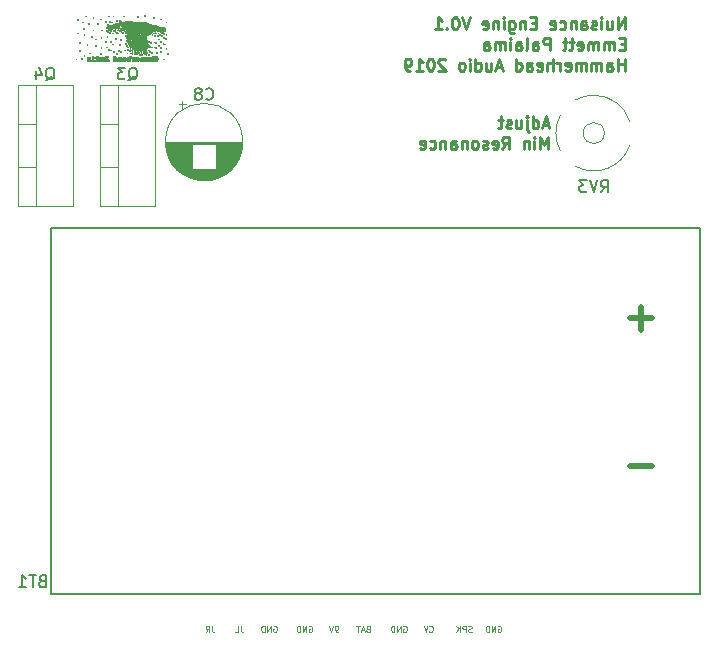
<source format=gbr>
G04 #@! TF.GenerationSoftware,KiCad,Pcbnew,(5.0.1-3-g963ef8bb5)*
G04 #@! TF.CreationDate,2019-04-18T21:55:15-06:00*
G04 #@! TF.ProjectId,NuisanceEngine,4E756973616E6365456E67696E652E6B,rev?*
G04 #@! TF.SameCoordinates,Original*
G04 #@! TF.FileFunction,Legend,Bot*
G04 #@! TF.FilePolarity,Positive*
%FSLAX46Y46*%
G04 Gerber Fmt 4.6, Leading zero omitted, Abs format (unit mm)*
G04 Created by KiCad (PCBNEW (5.0.1-3-g963ef8bb5)) date Thursday, 18 April 2019 at 21:55:15*
%MOMM*%
%LPD*%
G01*
G04 APERTURE LIST*
%ADD10C,0.250000*%
%ADD11C,0.125000*%
%ADD12C,0.120000*%
%ADD13C,0.150000*%
%ADD14C,0.010000*%
%ADD15C,0.500000*%
G04 APERTURE END LIST*
D10*
X96647023Y-56791666D02*
X96170833Y-56791666D01*
X96742261Y-57077380D02*
X96408928Y-56077380D01*
X96075595Y-57077380D01*
X95313690Y-57077380D02*
X95313690Y-56077380D01*
X95313690Y-57029761D02*
X95408928Y-57077380D01*
X95599404Y-57077380D01*
X95694642Y-57029761D01*
X95742261Y-56982142D01*
X95789880Y-56886904D01*
X95789880Y-56601190D01*
X95742261Y-56505952D01*
X95694642Y-56458333D01*
X95599404Y-56410714D01*
X95408928Y-56410714D01*
X95313690Y-56458333D01*
X94837500Y-56410714D02*
X94837500Y-57267857D01*
X94885119Y-57363095D01*
X94980357Y-57410714D01*
X95027976Y-57410714D01*
X94837500Y-56077380D02*
X94885119Y-56125000D01*
X94837500Y-56172619D01*
X94789880Y-56125000D01*
X94837500Y-56077380D01*
X94837500Y-56172619D01*
X93932738Y-56410714D02*
X93932738Y-57077380D01*
X94361309Y-56410714D02*
X94361309Y-56934523D01*
X94313690Y-57029761D01*
X94218452Y-57077380D01*
X94075595Y-57077380D01*
X93980357Y-57029761D01*
X93932738Y-56982142D01*
X93504166Y-57029761D02*
X93408928Y-57077380D01*
X93218452Y-57077380D01*
X93123214Y-57029761D01*
X93075595Y-56934523D01*
X93075595Y-56886904D01*
X93123214Y-56791666D01*
X93218452Y-56744047D01*
X93361309Y-56744047D01*
X93456547Y-56696428D01*
X93504166Y-56601190D01*
X93504166Y-56553571D01*
X93456547Y-56458333D01*
X93361309Y-56410714D01*
X93218452Y-56410714D01*
X93123214Y-56458333D01*
X92789880Y-56410714D02*
X92408928Y-56410714D01*
X92647023Y-56077380D02*
X92647023Y-56934523D01*
X92599404Y-57029761D01*
X92504166Y-57077380D01*
X92408928Y-57077380D01*
X96599404Y-58827380D02*
X96599404Y-57827380D01*
X96266071Y-58541666D01*
X95932738Y-57827380D01*
X95932738Y-58827380D01*
X95456547Y-58827380D02*
X95456547Y-58160714D01*
X95456547Y-57827380D02*
X95504166Y-57875000D01*
X95456547Y-57922619D01*
X95408928Y-57875000D01*
X95456547Y-57827380D01*
X95456547Y-57922619D01*
X94980357Y-58160714D02*
X94980357Y-58827380D01*
X94980357Y-58255952D02*
X94932738Y-58208333D01*
X94837500Y-58160714D01*
X94694642Y-58160714D01*
X94599404Y-58208333D01*
X94551785Y-58303571D01*
X94551785Y-58827380D01*
X92742261Y-58827380D02*
X93075595Y-58351190D01*
X93313690Y-58827380D02*
X93313690Y-57827380D01*
X92932738Y-57827380D01*
X92837500Y-57875000D01*
X92789880Y-57922619D01*
X92742261Y-58017857D01*
X92742261Y-58160714D01*
X92789880Y-58255952D01*
X92837500Y-58303571D01*
X92932738Y-58351190D01*
X93313690Y-58351190D01*
X91932738Y-58779761D02*
X92027976Y-58827380D01*
X92218452Y-58827380D01*
X92313690Y-58779761D01*
X92361309Y-58684523D01*
X92361309Y-58303571D01*
X92313690Y-58208333D01*
X92218452Y-58160714D01*
X92027976Y-58160714D01*
X91932738Y-58208333D01*
X91885119Y-58303571D01*
X91885119Y-58398809D01*
X92361309Y-58494047D01*
X91504166Y-58779761D02*
X91408928Y-58827380D01*
X91218452Y-58827380D01*
X91123214Y-58779761D01*
X91075595Y-58684523D01*
X91075595Y-58636904D01*
X91123214Y-58541666D01*
X91218452Y-58494047D01*
X91361309Y-58494047D01*
X91456547Y-58446428D01*
X91504166Y-58351190D01*
X91504166Y-58303571D01*
X91456547Y-58208333D01*
X91361309Y-58160714D01*
X91218452Y-58160714D01*
X91123214Y-58208333D01*
X90504166Y-58827380D02*
X90599404Y-58779761D01*
X90647023Y-58732142D01*
X90694642Y-58636904D01*
X90694642Y-58351190D01*
X90647023Y-58255952D01*
X90599404Y-58208333D01*
X90504166Y-58160714D01*
X90361309Y-58160714D01*
X90266071Y-58208333D01*
X90218452Y-58255952D01*
X90170833Y-58351190D01*
X90170833Y-58636904D01*
X90218452Y-58732142D01*
X90266071Y-58779761D01*
X90361309Y-58827380D01*
X90504166Y-58827380D01*
X89742261Y-58160714D02*
X89742261Y-58827380D01*
X89742261Y-58255952D02*
X89694642Y-58208333D01*
X89599404Y-58160714D01*
X89456547Y-58160714D01*
X89361309Y-58208333D01*
X89313690Y-58303571D01*
X89313690Y-58827380D01*
X88408928Y-58827380D02*
X88408928Y-58303571D01*
X88456547Y-58208333D01*
X88551785Y-58160714D01*
X88742261Y-58160714D01*
X88837500Y-58208333D01*
X88408928Y-58779761D02*
X88504166Y-58827380D01*
X88742261Y-58827380D01*
X88837500Y-58779761D01*
X88885119Y-58684523D01*
X88885119Y-58589285D01*
X88837500Y-58494047D01*
X88742261Y-58446428D01*
X88504166Y-58446428D01*
X88408928Y-58398809D01*
X87932738Y-58160714D02*
X87932738Y-58827380D01*
X87932738Y-58255952D02*
X87885119Y-58208333D01*
X87789880Y-58160714D01*
X87647023Y-58160714D01*
X87551785Y-58208333D01*
X87504166Y-58303571D01*
X87504166Y-58827380D01*
X86599404Y-58779761D02*
X86694642Y-58827380D01*
X86885119Y-58827380D01*
X86980357Y-58779761D01*
X87027976Y-58732142D01*
X87075595Y-58636904D01*
X87075595Y-58351190D01*
X87027976Y-58255952D01*
X86980357Y-58208333D01*
X86885119Y-58160714D01*
X86694642Y-58160714D01*
X86599404Y-58208333D01*
X85789880Y-58779761D02*
X85885119Y-58827380D01*
X86075595Y-58827380D01*
X86170833Y-58779761D01*
X86218452Y-58684523D01*
X86218452Y-58303571D01*
X86170833Y-58208333D01*
X86075595Y-58160714D01*
X85885119Y-58160714D01*
X85789880Y-58208333D01*
X85742261Y-58303571D01*
X85742261Y-58398809D01*
X86218452Y-58494047D01*
D11*
X84380952Y-99250000D02*
X84428571Y-99226190D01*
X84500000Y-99226190D01*
X84571428Y-99250000D01*
X84619047Y-99297619D01*
X84642857Y-99345238D01*
X84666666Y-99440476D01*
X84666666Y-99511904D01*
X84642857Y-99607142D01*
X84619047Y-99654761D01*
X84571428Y-99702380D01*
X84500000Y-99726190D01*
X84452380Y-99726190D01*
X84380952Y-99702380D01*
X84357142Y-99678571D01*
X84357142Y-99511904D01*
X84452380Y-99511904D01*
X84142857Y-99726190D02*
X84142857Y-99226190D01*
X83857142Y-99726190D01*
X83857142Y-99226190D01*
X83619047Y-99726190D02*
X83619047Y-99226190D01*
X83500000Y-99226190D01*
X83428571Y-99250000D01*
X83380952Y-99297619D01*
X83357142Y-99345238D01*
X83333333Y-99440476D01*
X83333333Y-99511904D01*
X83357142Y-99607142D01*
X83380952Y-99654761D01*
X83428571Y-99702380D01*
X83500000Y-99726190D01*
X83619047Y-99726190D01*
X92380952Y-99250000D02*
X92428571Y-99226190D01*
X92500000Y-99226190D01*
X92571428Y-99250000D01*
X92619047Y-99297619D01*
X92642857Y-99345238D01*
X92666666Y-99440476D01*
X92666666Y-99511904D01*
X92642857Y-99607142D01*
X92619047Y-99654761D01*
X92571428Y-99702380D01*
X92500000Y-99726190D01*
X92452380Y-99726190D01*
X92380952Y-99702380D01*
X92357142Y-99678571D01*
X92357142Y-99511904D01*
X92452380Y-99511904D01*
X92142857Y-99726190D02*
X92142857Y-99226190D01*
X91857142Y-99726190D01*
X91857142Y-99226190D01*
X91619047Y-99726190D02*
X91619047Y-99226190D01*
X91500000Y-99226190D01*
X91428571Y-99250000D01*
X91380952Y-99297619D01*
X91357142Y-99345238D01*
X91333333Y-99440476D01*
X91333333Y-99511904D01*
X91357142Y-99607142D01*
X91380952Y-99654761D01*
X91428571Y-99702380D01*
X91500000Y-99726190D01*
X91619047Y-99726190D01*
X78809523Y-99726190D02*
X78714285Y-99726190D01*
X78666666Y-99702380D01*
X78642857Y-99678571D01*
X78595238Y-99607142D01*
X78571428Y-99511904D01*
X78571428Y-99321428D01*
X78595238Y-99273809D01*
X78619047Y-99250000D01*
X78666666Y-99226190D01*
X78761904Y-99226190D01*
X78809523Y-99250000D01*
X78833333Y-99273809D01*
X78857142Y-99321428D01*
X78857142Y-99440476D01*
X78833333Y-99488095D01*
X78809523Y-99511904D01*
X78761904Y-99535714D01*
X78666666Y-99535714D01*
X78619047Y-99511904D01*
X78595238Y-99488095D01*
X78571428Y-99440476D01*
X78428571Y-99226190D02*
X78261904Y-99726190D01*
X78095238Y-99226190D01*
X73380952Y-99250000D02*
X73428571Y-99226190D01*
X73500000Y-99226190D01*
X73571428Y-99250000D01*
X73619047Y-99297619D01*
X73642857Y-99345238D01*
X73666666Y-99440476D01*
X73666666Y-99511904D01*
X73642857Y-99607142D01*
X73619047Y-99654761D01*
X73571428Y-99702380D01*
X73500000Y-99726190D01*
X73452380Y-99726190D01*
X73380952Y-99702380D01*
X73357142Y-99678571D01*
X73357142Y-99511904D01*
X73452380Y-99511904D01*
X73142857Y-99726190D02*
X73142857Y-99226190D01*
X72857142Y-99726190D01*
X72857142Y-99226190D01*
X72619047Y-99726190D02*
X72619047Y-99226190D01*
X72500000Y-99226190D01*
X72428571Y-99250000D01*
X72380952Y-99297619D01*
X72357142Y-99345238D01*
X72333333Y-99440476D01*
X72333333Y-99511904D01*
X72357142Y-99607142D01*
X72380952Y-99654761D01*
X72428571Y-99702380D01*
X72500000Y-99726190D01*
X72619047Y-99726190D01*
X68178571Y-99226190D02*
X68178571Y-99583333D01*
X68202380Y-99654761D01*
X68250000Y-99702380D01*
X68321428Y-99726190D01*
X68369047Y-99726190D01*
X67654761Y-99726190D02*
X67821428Y-99488095D01*
X67940476Y-99726190D02*
X67940476Y-99226190D01*
X67750000Y-99226190D01*
X67702380Y-99250000D01*
X67678571Y-99273809D01*
X67654761Y-99321428D01*
X67654761Y-99392857D01*
X67678571Y-99440476D01*
X67702380Y-99464285D01*
X67750000Y-99488095D01*
X67940476Y-99488095D01*
X86559523Y-99678571D02*
X86583333Y-99702380D01*
X86654761Y-99726190D01*
X86702380Y-99726190D01*
X86773809Y-99702380D01*
X86821428Y-99654761D01*
X86845238Y-99607142D01*
X86869047Y-99511904D01*
X86869047Y-99440476D01*
X86845238Y-99345238D01*
X86821428Y-99297619D01*
X86773809Y-99250000D01*
X86702380Y-99226190D01*
X86654761Y-99226190D01*
X86583333Y-99250000D01*
X86559523Y-99273809D01*
X86416666Y-99226190D02*
X86250000Y-99726190D01*
X86083333Y-99226190D01*
X70630952Y-99226190D02*
X70630952Y-99583333D01*
X70654761Y-99654761D01*
X70702380Y-99702380D01*
X70773809Y-99726190D01*
X70821428Y-99726190D01*
X70154761Y-99726190D02*
X70392857Y-99726190D01*
X70392857Y-99226190D01*
X81369047Y-99464285D02*
X81297619Y-99488095D01*
X81273809Y-99511904D01*
X81250000Y-99559523D01*
X81250000Y-99630952D01*
X81273809Y-99678571D01*
X81297619Y-99702380D01*
X81345238Y-99726190D01*
X81535714Y-99726190D01*
X81535714Y-99226190D01*
X81369047Y-99226190D01*
X81321428Y-99250000D01*
X81297619Y-99273809D01*
X81273809Y-99321428D01*
X81273809Y-99369047D01*
X81297619Y-99416666D01*
X81321428Y-99440476D01*
X81369047Y-99464285D01*
X81535714Y-99464285D01*
X81059523Y-99583333D02*
X80821428Y-99583333D01*
X81107142Y-99726190D02*
X80940476Y-99226190D01*
X80773809Y-99726190D01*
X80678571Y-99226190D02*
X80392857Y-99226190D01*
X80535714Y-99726190D02*
X80535714Y-99226190D01*
X90142857Y-99702380D02*
X90071428Y-99726190D01*
X89952380Y-99726190D01*
X89904761Y-99702380D01*
X89880952Y-99678571D01*
X89857142Y-99630952D01*
X89857142Y-99583333D01*
X89880952Y-99535714D01*
X89904761Y-99511904D01*
X89952380Y-99488095D01*
X90047619Y-99464285D01*
X90095238Y-99440476D01*
X90119047Y-99416666D01*
X90142857Y-99369047D01*
X90142857Y-99321428D01*
X90119047Y-99273809D01*
X90095238Y-99250000D01*
X90047619Y-99226190D01*
X89928571Y-99226190D01*
X89857142Y-99250000D01*
X89642857Y-99726190D02*
X89642857Y-99226190D01*
X89452380Y-99226190D01*
X89404761Y-99250000D01*
X89380952Y-99273809D01*
X89357142Y-99321428D01*
X89357142Y-99392857D01*
X89380952Y-99440476D01*
X89404761Y-99464285D01*
X89452380Y-99488095D01*
X89642857Y-99488095D01*
X89142857Y-99726190D02*
X89142857Y-99226190D01*
X88857142Y-99726190D02*
X89071428Y-99440476D01*
X88857142Y-99226190D02*
X89142857Y-99511904D01*
X76380952Y-99250000D02*
X76428571Y-99226190D01*
X76500000Y-99226190D01*
X76571428Y-99250000D01*
X76619047Y-99297619D01*
X76642857Y-99345238D01*
X76666666Y-99440476D01*
X76666666Y-99511904D01*
X76642857Y-99607142D01*
X76619047Y-99654761D01*
X76571428Y-99702380D01*
X76500000Y-99726190D01*
X76452380Y-99726190D01*
X76380952Y-99702380D01*
X76357142Y-99678571D01*
X76357142Y-99511904D01*
X76452380Y-99511904D01*
X76142857Y-99726190D02*
X76142857Y-99226190D01*
X75857142Y-99726190D01*
X75857142Y-99226190D01*
X75619047Y-99726190D02*
X75619047Y-99226190D01*
X75500000Y-99226190D01*
X75428571Y-99250000D01*
X75380952Y-99297619D01*
X75357142Y-99345238D01*
X75333333Y-99440476D01*
X75333333Y-99511904D01*
X75357142Y-99607142D01*
X75380952Y-99654761D01*
X75428571Y-99702380D01*
X75500000Y-99726190D01*
X75619047Y-99726190D01*
D10*
X103099404Y-48702380D02*
X103099404Y-47702380D01*
X102527976Y-48702380D01*
X102527976Y-47702380D01*
X101623214Y-48035714D02*
X101623214Y-48702380D01*
X102051785Y-48035714D02*
X102051785Y-48559523D01*
X102004166Y-48654761D01*
X101908928Y-48702380D01*
X101766071Y-48702380D01*
X101670833Y-48654761D01*
X101623214Y-48607142D01*
X101147023Y-48702380D02*
X101147023Y-48035714D01*
X101147023Y-47702380D02*
X101194642Y-47750000D01*
X101147023Y-47797619D01*
X101099404Y-47750000D01*
X101147023Y-47702380D01*
X101147023Y-47797619D01*
X100718452Y-48654761D02*
X100623214Y-48702380D01*
X100432738Y-48702380D01*
X100337500Y-48654761D01*
X100289880Y-48559523D01*
X100289880Y-48511904D01*
X100337500Y-48416666D01*
X100432738Y-48369047D01*
X100575595Y-48369047D01*
X100670833Y-48321428D01*
X100718452Y-48226190D01*
X100718452Y-48178571D01*
X100670833Y-48083333D01*
X100575595Y-48035714D01*
X100432738Y-48035714D01*
X100337500Y-48083333D01*
X99432738Y-48702380D02*
X99432738Y-48178571D01*
X99480357Y-48083333D01*
X99575595Y-48035714D01*
X99766071Y-48035714D01*
X99861309Y-48083333D01*
X99432738Y-48654761D02*
X99527976Y-48702380D01*
X99766071Y-48702380D01*
X99861309Y-48654761D01*
X99908928Y-48559523D01*
X99908928Y-48464285D01*
X99861309Y-48369047D01*
X99766071Y-48321428D01*
X99527976Y-48321428D01*
X99432738Y-48273809D01*
X98956547Y-48035714D02*
X98956547Y-48702380D01*
X98956547Y-48130952D02*
X98908928Y-48083333D01*
X98813690Y-48035714D01*
X98670833Y-48035714D01*
X98575595Y-48083333D01*
X98527976Y-48178571D01*
X98527976Y-48702380D01*
X97623214Y-48654761D02*
X97718452Y-48702380D01*
X97908928Y-48702380D01*
X98004166Y-48654761D01*
X98051785Y-48607142D01*
X98099404Y-48511904D01*
X98099404Y-48226190D01*
X98051785Y-48130952D01*
X98004166Y-48083333D01*
X97908928Y-48035714D01*
X97718452Y-48035714D01*
X97623214Y-48083333D01*
X96813690Y-48654761D02*
X96908928Y-48702380D01*
X97099404Y-48702380D01*
X97194642Y-48654761D01*
X97242261Y-48559523D01*
X97242261Y-48178571D01*
X97194642Y-48083333D01*
X97099404Y-48035714D01*
X96908928Y-48035714D01*
X96813690Y-48083333D01*
X96766071Y-48178571D01*
X96766071Y-48273809D01*
X97242261Y-48369047D01*
X95575595Y-48178571D02*
X95242261Y-48178571D01*
X95099404Y-48702380D02*
X95575595Y-48702380D01*
X95575595Y-47702380D01*
X95099404Y-47702380D01*
X94670833Y-48035714D02*
X94670833Y-48702380D01*
X94670833Y-48130952D02*
X94623214Y-48083333D01*
X94527976Y-48035714D01*
X94385119Y-48035714D01*
X94289880Y-48083333D01*
X94242261Y-48178571D01*
X94242261Y-48702380D01*
X93337500Y-48035714D02*
X93337500Y-48845238D01*
X93385119Y-48940476D01*
X93432738Y-48988095D01*
X93527976Y-49035714D01*
X93670833Y-49035714D01*
X93766071Y-48988095D01*
X93337500Y-48654761D02*
X93432738Y-48702380D01*
X93623214Y-48702380D01*
X93718452Y-48654761D01*
X93766071Y-48607142D01*
X93813690Y-48511904D01*
X93813690Y-48226190D01*
X93766071Y-48130952D01*
X93718452Y-48083333D01*
X93623214Y-48035714D01*
X93432738Y-48035714D01*
X93337500Y-48083333D01*
X92861309Y-48702380D02*
X92861309Y-48035714D01*
X92861309Y-47702380D02*
X92908928Y-47750000D01*
X92861309Y-47797619D01*
X92813690Y-47750000D01*
X92861309Y-47702380D01*
X92861309Y-47797619D01*
X92385119Y-48035714D02*
X92385119Y-48702380D01*
X92385119Y-48130952D02*
X92337500Y-48083333D01*
X92242261Y-48035714D01*
X92099404Y-48035714D01*
X92004166Y-48083333D01*
X91956547Y-48178571D01*
X91956547Y-48702380D01*
X91099404Y-48654761D02*
X91194642Y-48702380D01*
X91385119Y-48702380D01*
X91480357Y-48654761D01*
X91527976Y-48559523D01*
X91527976Y-48178571D01*
X91480357Y-48083333D01*
X91385119Y-48035714D01*
X91194642Y-48035714D01*
X91099404Y-48083333D01*
X91051785Y-48178571D01*
X91051785Y-48273809D01*
X91527976Y-48369047D01*
X90004166Y-47702380D02*
X89670833Y-48702380D01*
X89337500Y-47702380D01*
X88813690Y-47702380D02*
X88718452Y-47702380D01*
X88623214Y-47750000D01*
X88575595Y-47797619D01*
X88527976Y-47892857D01*
X88480357Y-48083333D01*
X88480357Y-48321428D01*
X88527976Y-48511904D01*
X88575595Y-48607142D01*
X88623214Y-48654761D01*
X88718452Y-48702380D01*
X88813690Y-48702380D01*
X88908928Y-48654761D01*
X88956547Y-48607142D01*
X89004166Y-48511904D01*
X89051785Y-48321428D01*
X89051785Y-48083333D01*
X89004166Y-47892857D01*
X88956547Y-47797619D01*
X88908928Y-47750000D01*
X88813690Y-47702380D01*
X88051785Y-48607142D02*
X88004166Y-48654761D01*
X88051785Y-48702380D01*
X88099404Y-48654761D01*
X88051785Y-48607142D01*
X88051785Y-48702380D01*
X87051785Y-48702380D02*
X87623214Y-48702380D01*
X87337500Y-48702380D02*
X87337500Y-47702380D01*
X87432738Y-47845238D01*
X87527976Y-47940476D01*
X87623214Y-47988095D01*
X103099404Y-49928571D02*
X102766071Y-49928571D01*
X102623214Y-50452380D02*
X103099404Y-50452380D01*
X103099404Y-49452380D01*
X102623214Y-49452380D01*
X102194642Y-50452380D02*
X102194642Y-49785714D01*
X102194642Y-49880952D02*
X102147023Y-49833333D01*
X102051785Y-49785714D01*
X101908928Y-49785714D01*
X101813690Y-49833333D01*
X101766071Y-49928571D01*
X101766071Y-50452380D01*
X101766071Y-49928571D02*
X101718452Y-49833333D01*
X101623214Y-49785714D01*
X101480357Y-49785714D01*
X101385119Y-49833333D01*
X101337500Y-49928571D01*
X101337500Y-50452380D01*
X100861309Y-50452380D02*
X100861309Y-49785714D01*
X100861309Y-49880952D02*
X100813690Y-49833333D01*
X100718452Y-49785714D01*
X100575595Y-49785714D01*
X100480357Y-49833333D01*
X100432738Y-49928571D01*
X100432738Y-50452380D01*
X100432738Y-49928571D02*
X100385119Y-49833333D01*
X100289880Y-49785714D01*
X100147023Y-49785714D01*
X100051785Y-49833333D01*
X100004166Y-49928571D01*
X100004166Y-50452380D01*
X99147023Y-50404761D02*
X99242261Y-50452380D01*
X99432738Y-50452380D01*
X99527976Y-50404761D01*
X99575595Y-50309523D01*
X99575595Y-49928571D01*
X99527976Y-49833333D01*
X99432738Y-49785714D01*
X99242261Y-49785714D01*
X99147023Y-49833333D01*
X99099404Y-49928571D01*
X99099404Y-50023809D01*
X99575595Y-50119047D01*
X98813690Y-49785714D02*
X98432738Y-49785714D01*
X98670833Y-49452380D02*
X98670833Y-50309523D01*
X98623214Y-50404761D01*
X98527976Y-50452380D01*
X98432738Y-50452380D01*
X98242261Y-49785714D02*
X97861309Y-49785714D01*
X98099404Y-49452380D02*
X98099404Y-50309523D01*
X98051785Y-50404761D01*
X97956547Y-50452380D01*
X97861309Y-50452380D01*
X96766071Y-50452380D02*
X96766071Y-49452380D01*
X96385119Y-49452380D01*
X96289880Y-49500000D01*
X96242261Y-49547619D01*
X96194642Y-49642857D01*
X96194642Y-49785714D01*
X96242261Y-49880952D01*
X96289880Y-49928571D01*
X96385119Y-49976190D01*
X96766071Y-49976190D01*
X95337500Y-50452380D02*
X95337500Y-49928571D01*
X95385119Y-49833333D01*
X95480357Y-49785714D01*
X95670833Y-49785714D01*
X95766071Y-49833333D01*
X95337500Y-50404761D02*
X95432738Y-50452380D01*
X95670833Y-50452380D01*
X95766071Y-50404761D01*
X95813690Y-50309523D01*
X95813690Y-50214285D01*
X95766071Y-50119047D01*
X95670833Y-50071428D01*
X95432738Y-50071428D01*
X95337500Y-50023809D01*
X94718452Y-50452380D02*
X94813690Y-50404761D01*
X94861309Y-50309523D01*
X94861309Y-49452380D01*
X93908928Y-50452380D02*
X93908928Y-49928571D01*
X93956547Y-49833333D01*
X94051785Y-49785714D01*
X94242261Y-49785714D01*
X94337500Y-49833333D01*
X93908928Y-50404761D02*
X94004166Y-50452380D01*
X94242261Y-50452380D01*
X94337500Y-50404761D01*
X94385119Y-50309523D01*
X94385119Y-50214285D01*
X94337500Y-50119047D01*
X94242261Y-50071428D01*
X94004166Y-50071428D01*
X93908928Y-50023809D01*
X93432738Y-50452380D02*
X93432738Y-49785714D01*
X93432738Y-49452380D02*
X93480357Y-49500000D01*
X93432738Y-49547619D01*
X93385119Y-49500000D01*
X93432738Y-49452380D01*
X93432738Y-49547619D01*
X92956547Y-50452380D02*
X92956547Y-49785714D01*
X92956547Y-49880952D02*
X92908928Y-49833333D01*
X92813690Y-49785714D01*
X92670833Y-49785714D01*
X92575595Y-49833333D01*
X92527976Y-49928571D01*
X92527976Y-50452380D01*
X92527976Y-49928571D02*
X92480357Y-49833333D01*
X92385119Y-49785714D01*
X92242261Y-49785714D01*
X92147023Y-49833333D01*
X92099404Y-49928571D01*
X92099404Y-50452380D01*
X91194642Y-50452380D02*
X91194642Y-49928571D01*
X91242261Y-49833333D01*
X91337500Y-49785714D01*
X91527976Y-49785714D01*
X91623214Y-49833333D01*
X91194642Y-50404761D02*
X91289880Y-50452380D01*
X91527976Y-50452380D01*
X91623214Y-50404761D01*
X91670833Y-50309523D01*
X91670833Y-50214285D01*
X91623214Y-50119047D01*
X91527976Y-50071428D01*
X91289880Y-50071428D01*
X91194642Y-50023809D01*
X103099404Y-52202380D02*
X103099404Y-51202380D01*
X103099404Y-51678571D02*
X102527976Y-51678571D01*
X102527976Y-52202380D02*
X102527976Y-51202380D01*
X101623214Y-52202380D02*
X101623214Y-51678571D01*
X101670833Y-51583333D01*
X101766071Y-51535714D01*
X101956547Y-51535714D01*
X102051785Y-51583333D01*
X101623214Y-52154761D02*
X101718452Y-52202380D01*
X101956547Y-52202380D01*
X102051785Y-52154761D01*
X102099404Y-52059523D01*
X102099404Y-51964285D01*
X102051785Y-51869047D01*
X101956547Y-51821428D01*
X101718452Y-51821428D01*
X101623214Y-51773809D01*
X101147023Y-52202380D02*
X101147023Y-51535714D01*
X101147023Y-51630952D02*
X101099404Y-51583333D01*
X101004166Y-51535714D01*
X100861309Y-51535714D01*
X100766071Y-51583333D01*
X100718452Y-51678571D01*
X100718452Y-52202380D01*
X100718452Y-51678571D02*
X100670833Y-51583333D01*
X100575595Y-51535714D01*
X100432738Y-51535714D01*
X100337500Y-51583333D01*
X100289880Y-51678571D01*
X100289880Y-52202380D01*
X99813690Y-52202380D02*
X99813690Y-51535714D01*
X99813690Y-51630952D02*
X99766071Y-51583333D01*
X99670833Y-51535714D01*
X99527976Y-51535714D01*
X99432738Y-51583333D01*
X99385119Y-51678571D01*
X99385119Y-52202380D01*
X99385119Y-51678571D02*
X99337500Y-51583333D01*
X99242261Y-51535714D01*
X99099404Y-51535714D01*
X99004166Y-51583333D01*
X98956547Y-51678571D01*
X98956547Y-52202380D01*
X98099404Y-52154761D02*
X98194642Y-52202380D01*
X98385119Y-52202380D01*
X98480357Y-52154761D01*
X98527976Y-52059523D01*
X98527976Y-51678571D01*
X98480357Y-51583333D01*
X98385119Y-51535714D01*
X98194642Y-51535714D01*
X98099404Y-51583333D01*
X98051785Y-51678571D01*
X98051785Y-51773809D01*
X98527976Y-51869047D01*
X97623214Y-52202380D02*
X97623214Y-51535714D01*
X97623214Y-51726190D02*
X97575595Y-51630952D01*
X97527976Y-51583333D01*
X97432738Y-51535714D01*
X97337500Y-51535714D01*
X97004166Y-52202380D02*
X97004166Y-51202380D01*
X96575595Y-52202380D02*
X96575595Y-51678571D01*
X96623214Y-51583333D01*
X96718452Y-51535714D01*
X96861309Y-51535714D01*
X96956547Y-51583333D01*
X97004166Y-51630952D01*
X95718452Y-52154761D02*
X95813690Y-52202380D01*
X96004166Y-52202380D01*
X96099404Y-52154761D01*
X96147023Y-52059523D01*
X96147023Y-51678571D01*
X96099404Y-51583333D01*
X96004166Y-51535714D01*
X95813690Y-51535714D01*
X95718452Y-51583333D01*
X95670833Y-51678571D01*
X95670833Y-51773809D01*
X96147023Y-51869047D01*
X94813690Y-52202380D02*
X94813690Y-51678571D01*
X94861309Y-51583333D01*
X94956547Y-51535714D01*
X95147023Y-51535714D01*
X95242261Y-51583333D01*
X94813690Y-52154761D02*
X94908928Y-52202380D01*
X95147023Y-52202380D01*
X95242261Y-52154761D01*
X95289880Y-52059523D01*
X95289880Y-51964285D01*
X95242261Y-51869047D01*
X95147023Y-51821428D01*
X94908928Y-51821428D01*
X94813690Y-51773809D01*
X93908928Y-52202380D02*
X93908928Y-51202380D01*
X93908928Y-52154761D02*
X94004166Y-52202380D01*
X94194642Y-52202380D01*
X94289880Y-52154761D01*
X94337500Y-52107142D01*
X94385119Y-52011904D01*
X94385119Y-51726190D01*
X94337500Y-51630952D01*
X94289880Y-51583333D01*
X94194642Y-51535714D01*
X94004166Y-51535714D01*
X93908928Y-51583333D01*
X92718452Y-51916666D02*
X92242261Y-51916666D01*
X92813690Y-52202380D02*
X92480357Y-51202380D01*
X92147023Y-52202380D01*
X91385119Y-51535714D02*
X91385119Y-52202380D01*
X91813690Y-51535714D02*
X91813690Y-52059523D01*
X91766071Y-52154761D01*
X91670833Y-52202380D01*
X91527976Y-52202380D01*
X91432738Y-52154761D01*
X91385119Y-52107142D01*
X90480357Y-52202380D02*
X90480357Y-51202380D01*
X90480357Y-52154761D02*
X90575595Y-52202380D01*
X90766071Y-52202380D01*
X90861309Y-52154761D01*
X90908928Y-52107142D01*
X90956547Y-52011904D01*
X90956547Y-51726190D01*
X90908928Y-51630952D01*
X90861309Y-51583333D01*
X90766071Y-51535714D01*
X90575595Y-51535714D01*
X90480357Y-51583333D01*
X90004166Y-52202380D02*
X90004166Y-51535714D01*
X90004166Y-51202380D02*
X90051785Y-51250000D01*
X90004166Y-51297619D01*
X89956547Y-51250000D01*
X90004166Y-51202380D01*
X90004166Y-51297619D01*
X89385119Y-52202380D02*
X89480357Y-52154761D01*
X89527976Y-52107142D01*
X89575595Y-52011904D01*
X89575595Y-51726190D01*
X89527976Y-51630952D01*
X89480357Y-51583333D01*
X89385119Y-51535714D01*
X89242261Y-51535714D01*
X89147023Y-51583333D01*
X89099404Y-51630952D01*
X89051785Y-51726190D01*
X89051785Y-52011904D01*
X89099404Y-52107142D01*
X89147023Y-52154761D01*
X89242261Y-52202380D01*
X89385119Y-52202380D01*
X87908928Y-51297619D02*
X87861309Y-51250000D01*
X87766071Y-51202380D01*
X87527976Y-51202380D01*
X87432738Y-51250000D01*
X87385119Y-51297619D01*
X87337500Y-51392857D01*
X87337500Y-51488095D01*
X87385119Y-51630952D01*
X87956547Y-52202380D01*
X87337500Y-52202380D01*
X86718452Y-51202380D02*
X86623214Y-51202380D01*
X86527976Y-51250000D01*
X86480357Y-51297619D01*
X86432738Y-51392857D01*
X86385119Y-51583333D01*
X86385119Y-51821428D01*
X86432738Y-52011904D01*
X86480357Y-52107142D01*
X86527976Y-52154761D01*
X86623214Y-52202380D01*
X86718452Y-52202380D01*
X86813690Y-52154761D01*
X86861309Y-52107142D01*
X86908928Y-52011904D01*
X86956547Y-51821428D01*
X86956547Y-51583333D01*
X86908928Y-51392857D01*
X86861309Y-51297619D01*
X86813690Y-51250000D01*
X86718452Y-51202380D01*
X85432738Y-52202380D02*
X86004166Y-52202380D01*
X85718452Y-52202380D02*
X85718452Y-51202380D01*
X85813690Y-51345238D01*
X85908928Y-51440476D01*
X86004166Y-51488095D01*
X84956547Y-52202380D02*
X84766071Y-52202380D01*
X84670833Y-52154761D01*
X84623214Y-52107142D01*
X84527976Y-51964285D01*
X84480357Y-51773809D01*
X84480357Y-51392857D01*
X84527976Y-51297619D01*
X84575595Y-51250000D01*
X84670833Y-51202380D01*
X84861309Y-51202380D01*
X84956547Y-51250000D01*
X85004166Y-51297619D01*
X85051785Y-51392857D01*
X85051785Y-51630952D01*
X85004166Y-51726190D01*
X84956547Y-51773809D01*
X84861309Y-51821428D01*
X84670833Y-51821428D01*
X84575595Y-51773809D01*
X84527976Y-51726190D01*
X84480357Y-51630952D01*
D12*
G04 #@! TO.C,Q4*
X51730000Y-60391000D02*
X53240000Y-60391000D01*
X51730000Y-56690000D02*
X53240000Y-56690000D01*
X53240000Y-53420000D02*
X53240000Y-63660000D01*
X51730000Y-63660000D02*
X56371000Y-63660000D01*
X51730000Y-53420000D02*
X56371000Y-53420000D01*
X56371000Y-53420000D02*
X56371000Y-63660000D01*
X51730000Y-53420000D02*
X51730000Y-63660000D01*
G04 #@! TO.C,Q3*
X58730000Y-60391000D02*
X60240000Y-60391000D01*
X58730000Y-56690000D02*
X60240000Y-56690000D01*
X60240000Y-53420000D02*
X60240000Y-63660000D01*
X58730000Y-63660000D02*
X63371000Y-63660000D01*
X58730000Y-53420000D02*
X63371000Y-53420000D01*
X63371000Y-53420000D02*
X63371000Y-63660000D01*
X58730000Y-53420000D02*
X58730000Y-63660000D01*
D13*
G04 #@! TO.C,BT1*
X109500000Y-96500000D02*
X82000000Y-96500000D01*
X109500000Y-65500000D02*
X109500000Y-96500000D01*
X54500000Y-65500000D02*
X109500000Y-65500000D01*
X54500000Y-96500000D02*
X54500000Y-65500000D01*
X82000000Y-96500000D02*
X54500000Y-96500000D01*
D12*
G04 #@! TO.C,RV3*
X103552891Y-56508055D02*
G75*
G03X100500000Y-54290000I-3052891J-991945D01*
G01*
X98944667Y-60307816D02*
G75*
G03X103553000Y-58491000I1555333J2807816D01*
G01*
X97665329Y-55992382D02*
G75*
G03X97665000Y-59007000I2834671J-1507618D01*
G01*
X100556464Y-54290201D02*
G75*
G03X98944000Y-54692000I-56464J-3209799D01*
G01*
X101400000Y-57500000D02*
G75*
G03X101400000Y-57500000I-900000J0D01*
G01*
G04 #@! TO.C,C8*
X70770000Y-58250000D02*
G75*
G03X70770000Y-58250000I-3270000J0D01*
G01*
X64270000Y-58250000D02*
X70730000Y-58250000D01*
X64270000Y-58290000D02*
X70730000Y-58290000D01*
X64270000Y-58330000D02*
X70730000Y-58330000D01*
X64272000Y-58370000D02*
X70728000Y-58370000D01*
X64273000Y-58410000D02*
X70727000Y-58410000D01*
X64276000Y-58450000D02*
X70724000Y-58450000D01*
X64278000Y-58490000D02*
X66460000Y-58490000D01*
X68540000Y-58490000D02*
X70722000Y-58490000D01*
X64282000Y-58530000D02*
X66460000Y-58530000D01*
X68540000Y-58530000D02*
X70718000Y-58530000D01*
X64285000Y-58570000D02*
X66460000Y-58570000D01*
X68540000Y-58570000D02*
X70715000Y-58570000D01*
X64289000Y-58610000D02*
X66460000Y-58610000D01*
X68540000Y-58610000D02*
X70711000Y-58610000D01*
X64294000Y-58650000D02*
X66460000Y-58650000D01*
X68540000Y-58650000D02*
X70706000Y-58650000D01*
X64299000Y-58690000D02*
X66460000Y-58690000D01*
X68540000Y-58690000D02*
X70701000Y-58690000D01*
X64305000Y-58730000D02*
X66460000Y-58730000D01*
X68540000Y-58730000D02*
X70695000Y-58730000D01*
X64311000Y-58770000D02*
X66460000Y-58770000D01*
X68540000Y-58770000D02*
X70689000Y-58770000D01*
X64318000Y-58810000D02*
X66460000Y-58810000D01*
X68540000Y-58810000D02*
X70682000Y-58810000D01*
X64325000Y-58850000D02*
X66460000Y-58850000D01*
X68540000Y-58850000D02*
X70675000Y-58850000D01*
X64333000Y-58890000D02*
X66460000Y-58890000D01*
X68540000Y-58890000D02*
X70667000Y-58890000D01*
X64341000Y-58930000D02*
X66460000Y-58930000D01*
X68540000Y-58930000D02*
X70659000Y-58930000D01*
X64350000Y-58971000D02*
X66460000Y-58971000D01*
X68540000Y-58971000D02*
X70650000Y-58971000D01*
X64359000Y-59011000D02*
X66460000Y-59011000D01*
X68540000Y-59011000D02*
X70641000Y-59011000D01*
X64369000Y-59051000D02*
X66460000Y-59051000D01*
X68540000Y-59051000D02*
X70631000Y-59051000D01*
X64379000Y-59091000D02*
X66460000Y-59091000D01*
X68540000Y-59091000D02*
X70621000Y-59091000D01*
X64390000Y-59131000D02*
X66460000Y-59131000D01*
X68540000Y-59131000D02*
X70610000Y-59131000D01*
X64402000Y-59171000D02*
X66460000Y-59171000D01*
X68540000Y-59171000D02*
X70598000Y-59171000D01*
X64414000Y-59211000D02*
X66460000Y-59211000D01*
X68540000Y-59211000D02*
X70586000Y-59211000D01*
X64426000Y-59251000D02*
X66460000Y-59251000D01*
X68540000Y-59251000D02*
X70574000Y-59251000D01*
X64439000Y-59291000D02*
X66460000Y-59291000D01*
X68540000Y-59291000D02*
X70561000Y-59291000D01*
X64453000Y-59331000D02*
X66460000Y-59331000D01*
X68540000Y-59331000D02*
X70547000Y-59331000D01*
X64467000Y-59371000D02*
X66460000Y-59371000D01*
X68540000Y-59371000D02*
X70533000Y-59371000D01*
X64482000Y-59411000D02*
X66460000Y-59411000D01*
X68540000Y-59411000D02*
X70518000Y-59411000D01*
X64498000Y-59451000D02*
X66460000Y-59451000D01*
X68540000Y-59451000D02*
X70502000Y-59451000D01*
X64514000Y-59491000D02*
X66460000Y-59491000D01*
X68540000Y-59491000D02*
X70486000Y-59491000D01*
X64530000Y-59531000D02*
X66460000Y-59531000D01*
X68540000Y-59531000D02*
X70470000Y-59531000D01*
X64548000Y-59571000D02*
X66460000Y-59571000D01*
X68540000Y-59571000D02*
X70452000Y-59571000D01*
X64566000Y-59611000D02*
X66460000Y-59611000D01*
X68540000Y-59611000D02*
X70434000Y-59611000D01*
X64584000Y-59651000D02*
X66460000Y-59651000D01*
X68540000Y-59651000D02*
X70416000Y-59651000D01*
X64604000Y-59691000D02*
X66460000Y-59691000D01*
X68540000Y-59691000D02*
X70396000Y-59691000D01*
X64624000Y-59731000D02*
X66460000Y-59731000D01*
X68540000Y-59731000D02*
X70376000Y-59731000D01*
X64644000Y-59771000D02*
X66460000Y-59771000D01*
X68540000Y-59771000D02*
X70356000Y-59771000D01*
X64666000Y-59811000D02*
X66460000Y-59811000D01*
X68540000Y-59811000D02*
X70334000Y-59811000D01*
X64688000Y-59851000D02*
X66460000Y-59851000D01*
X68540000Y-59851000D02*
X70312000Y-59851000D01*
X64710000Y-59891000D02*
X66460000Y-59891000D01*
X68540000Y-59891000D02*
X70290000Y-59891000D01*
X64734000Y-59931000D02*
X66460000Y-59931000D01*
X68540000Y-59931000D02*
X70266000Y-59931000D01*
X64758000Y-59971000D02*
X66460000Y-59971000D01*
X68540000Y-59971000D02*
X70242000Y-59971000D01*
X64784000Y-60011000D02*
X66460000Y-60011000D01*
X68540000Y-60011000D02*
X70216000Y-60011000D01*
X64810000Y-60051000D02*
X66460000Y-60051000D01*
X68540000Y-60051000D02*
X70190000Y-60051000D01*
X64836000Y-60091000D02*
X66460000Y-60091000D01*
X68540000Y-60091000D02*
X70164000Y-60091000D01*
X64864000Y-60131000D02*
X66460000Y-60131000D01*
X68540000Y-60131000D02*
X70136000Y-60131000D01*
X64893000Y-60171000D02*
X66460000Y-60171000D01*
X68540000Y-60171000D02*
X70107000Y-60171000D01*
X64922000Y-60211000D02*
X66460000Y-60211000D01*
X68540000Y-60211000D02*
X70078000Y-60211000D01*
X64952000Y-60251000D02*
X66460000Y-60251000D01*
X68540000Y-60251000D02*
X70048000Y-60251000D01*
X64984000Y-60291000D02*
X66460000Y-60291000D01*
X68540000Y-60291000D02*
X70016000Y-60291000D01*
X65016000Y-60331000D02*
X66460000Y-60331000D01*
X68540000Y-60331000D02*
X69984000Y-60331000D01*
X65050000Y-60371000D02*
X66460000Y-60371000D01*
X68540000Y-60371000D02*
X69950000Y-60371000D01*
X65084000Y-60411000D02*
X66460000Y-60411000D01*
X68540000Y-60411000D02*
X69916000Y-60411000D01*
X65120000Y-60451000D02*
X66460000Y-60451000D01*
X68540000Y-60451000D02*
X69880000Y-60451000D01*
X65157000Y-60491000D02*
X66460000Y-60491000D01*
X68540000Y-60491000D02*
X69843000Y-60491000D01*
X65195000Y-60531000D02*
X66460000Y-60531000D01*
X68540000Y-60531000D02*
X69805000Y-60531000D01*
X65235000Y-60571000D02*
X69765000Y-60571000D01*
X65276000Y-60611000D02*
X69724000Y-60611000D01*
X65318000Y-60651000D02*
X69682000Y-60651000D01*
X65363000Y-60691000D02*
X69637000Y-60691000D01*
X65408000Y-60731000D02*
X69592000Y-60731000D01*
X65456000Y-60771000D02*
X69544000Y-60771000D01*
X65505000Y-60811000D02*
X69495000Y-60811000D01*
X65556000Y-60851000D02*
X69444000Y-60851000D01*
X65610000Y-60891000D02*
X69390000Y-60891000D01*
X65666000Y-60931000D02*
X69334000Y-60931000D01*
X65724000Y-60971000D02*
X69276000Y-60971000D01*
X65786000Y-61011000D02*
X69214000Y-61011000D01*
X65850000Y-61051000D02*
X69150000Y-61051000D01*
X65919000Y-61091000D02*
X69081000Y-61091000D01*
X65991000Y-61131000D02*
X69009000Y-61131000D01*
X66068000Y-61171000D02*
X68932000Y-61171000D01*
X66150000Y-61211000D02*
X68850000Y-61211000D01*
X66238000Y-61251000D02*
X68762000Y-61251000D01*
X66335000Y-61291000D02*
X68665000Y-61291000D01*
X66441000Y-61331000D02*
X68559000Y-61331000D01*
X66560000Y-61371000D02*
X68440000Y-61371000D01*
X66698000Y-61411000D02*
X68302000Y-61411000D01*
X66867000Y-61451000D02*
X68133000Y-61451000D01*
X67098000Y-61491000D02*
X67902000Y-61491000D01*
X65661000Y-54749759D02*
X65661000Y-55379759D01*
X65346000Y-55064759D02*
X65976000Y-55064759D01*
D14*
G04 #@! TO.C,LOGO*
G36*
X57687500Y-51312500D02*
X57625000Y-51312500D01*
X57625000Y-51375000D01*
X57687500Y-51375000D01*
X57687500Y-51312500D01*
X57687500Y-51312500D01*
G37*
X57687500Y-51312500D02*
X57625000Y-51312500D01*
X57625000Y-51375000D01*
X57687500Y-51375000D01*
X57687500Y-51312500D01*
G36*
X57750000Y-51312500D02*
X57687500Y-51312500D01*
X57687500Y-51375000D01*
X57750000Y-51375000D01*
X57750000Y-51312500D01*
X57750000Y-51312500D01*
G37*
X57750000Y-51312500D02*
X57687500Y-51312500D01*
X57687500Y-51375000D01*
X57750000Y-51375000D01*
X57750000Y-51312500D01*
G36*
X57812500Y-51312500D02*
X57750000Y-51312500D01*
X57750000Y-51375000D01*
X57812500Y-51375000D01*
X57812500Y-51312500D01*
X57812500Y-51312500D01*
G37*
X57812500Y-51312500D02*
X57750000Y-51312500D01*
X57750000Y-51375000D01*
X57812500Y-51375000D01*
X57812500Y-51312500D01*
G36*
X57937500Y-51312500D02*
X57875000Y-51312500D01*
X57875000Y-51375000D01*
X57937500Y-51375000D01*
X57937500Y-51312500D01*
X57937500Y-51312500D01*
G37*
X57937500Y-51312500D02*
X57875000Y-51312500D01*
X57875000Y-51375000D01*
X57937500Y-51375000D01*
X57937500Y-51312500D01*
G36*
X58000000Y-51312500D02*
X57937500Y-51312500D01*
X57937500Y-51375000D01*
X58000000Y-51375000D01*
X58000000Y-51312500D01*
X58000000Y-51312500D01*
G37*
X58000000Y-51312500D02*
X57937500Y-51312500D01*
X57937500Y-51375000D01*
X58000000Y-51375000D01*
X58000000Y-51312500D01*
G36*
X58062500Y-51312500D02*
X58000000Y-51312500D01*
X58000000Y-51375000D01*
X58062500Y-51375000D01*
X58062500Y-51312500D01*
X58062500Y-51312500D01*
G37*
X58062500Y-51312500D02*
X58000000Y-51312500D01*
X58000000Y-51375000D01*
X58062500Y-51375000D01*
X58062500Y-51312500D01*
G36*
X58125000Y-51312500D02*
X58062500Y-51312500D01*
X58062500Y-51375000D01*
X58125000Y-51375000D01*
X58125000Y-51312500D01*
X58125000Y-51312500D01*
G37*
X58125000Y-51312500D02*
X58062500Y-51312500D01*
X58062500Y-51375000D01*
X58125000Y-51375000D01*
X58125000Y-51312500D01*
G36*
X58187500Y-51312500D02*
X58125000Y-51312500D01*
X58125000Y-51375000D01*
X58187500Y-51375000D01*
X58187500Y-51312500D01*
X58187500Y-51312500D01*
G37*
X58187500Y-51312500D02*
X58125000Y-51312500D01*
X58125000Y-51375000D01*
X58187500Y-51375000D01*
X58187500Y-51312500D01*
G36*
X58250000Y-51312500D02*
X58187500Y-51312500D01*
X58187500Y-51375000D01*
X58250000Y-51375000D01*
X58250000Y-51312500D01*
X58250000Y-51312500D01*
G37*
X58250000Y-51312500D02*
X58187500Y-51312500D01*
X58187500Y-51375000D01*
X58250000Y-51375000D01*
X58250000Y-51312500D01*
G36*
X58312500Y-51312500D02*
X58250000Y-51312500D01*
X58250000Y-51375000D01*
X58312500Y-51375000D01*
X58312500Y-51312500D01*
X58312500Y-51312500D01*
G37*
X58312500Y-51312500D02*
X58250000Y-51312500D01*
X58250000Y-51375000D01*
X58312500Y-51375000D01*
X58312500Y-51312500D01*
G36*
X58375000Y-51312500D02*
X58312500Y-51312500D01*
X58312500Y-51375000D01*
X58375000Y-51375000D01*
X58375000Y-51312500D01*
X58375000Y-51312500D01*
G37*
X58375000Y-51312500D02*
X58312500Y-51312500D01*
X58312500Y-51375000D01*
X58375000Y-51375000D01*
X58375000Y-51312500D01*
G36*
X58437500Y-51312500D02*
X58375000Y-51312500D01*
X58375000Y-51375000D01*
X58437500Y-51375000D01*
X58437500Y-51312500D01*
X58437500Y-51312500D01*
G37*
X58437500Y-51312500D02*
X58375000Y-51312500D01*
X58375000Y-51375000D01*
X58437500Y-51375000D01*
X58437500Y-51312500D01*
G36*
X58500000Y-51312500D02*
X58437500Y-51312500D01*
X58437500Y-51375000D01*
X58500000Y-51375000D01*
X58500000Y-51312500D01*
X58500000Y-51312500D01*
G37*
X58500000Y-51312500D02*
X58437500Y-51312500D01*
X58437500Y-51375000D01*
X58500000Y-51375000D01*
X58500000Y-51312500D01*
G36*
X58562500Y-51312500D02*
X58500000Y-51312500D01*
X58500000Y-51375000D01*
X58562500Y-51375000D01*
X58562500Y-51312500D01*
X58562500Y-51312500D01*
G37*
X58562500Y-51312500D02*
X58500000Y-51312500D01*
X58500000Y-51375000D01*
X58562500Y-51375000D01*
X58562500Y-51312500D01*
G36*
X58687500Y-51312500D02*
X58625000Y-51312500D01*
X58625000Y-51375000D01*
X58687500Y-51375000D01*
X58687500Y-51312500D01*
X58687500Y-51312500D01*
G37*
X58687500Y-51312500D02*
X58625000Y-51312500D01*
X58625000Y-51375000D01*
X58687500Y-51375000D01*
X58687500Y-51312500D01*
G36*
X58750000Y-51312500D02*
X58687500Y-51312500D01*
X58687500Y-51375000D01*
X58750000Y-51375000D01*
X58750000Y-51312500D01*
X58750000Y-51312500D01*
G37*
X58750000Y-51312500D02*
X58687500Y-51312500D01*
X58687500Y-51375000D01*
X58750000Y-51375000D01*
X58750000Y-51312500D01*
G36*
X58812500Y-51312500D02*
X58750000Y-51312500D01*
X58750000Y-51375000D01*
X58812500Y-51375000D01*
X58812500Y-51312500D01*
X58812500Y-51312500D01*
G37*
X58812500Y-51312500D02*
X58750000Y-51312500D01*
X58750000Y-51375000D01*
X58812500Y-51375000D01*
X58812500Y-51312500D01*
G36*
X58875000Y-51312500D02*
X58812500Y-51312500D01*
X58812500Y-51375000D01*
X58875000Y-51375000D01*
X58875000Y-51312500D01*
X58875000Y-51312500D01*
G37*
X58875000Y-51312500D02*
X58812500Y-51312500D01*
X58812500Y-51375000D01*
X58875000Y-51375000D01*
X58875000Y-51312500D01*
G36*
X58937500Y-51312500D02*
X58875000Y-51312500D01*
X58875000Y-51375000D01*
X58937500Y-51375000D01*
X58937500Y-51312500D01*
X58937500Y-51312500D01*
G37*
X58937500Y-51312500D02*
X58875000Y-51312500D01*
X58875000Y-51375000D01*
X58937500Y-51375000D01*
X58937500Y-51312500D01*
G36*
X59125000Y-51312500D02*
X59062500Y-51312500D01*
X59062500Y-51375000D01*
X59125000Y-51375000D01*
X59125000Y-51312500D01*
X59125000Y-51312500D01*
G37*
X59125000Y-51312500D02*
X59062500Y-51312500D01*
X59062500Y-51375000D01*
X59125000Y-51375000D01*
X59125000Y-51312500D01*
G36*
X59187500Y-51312500D02*
X59125000Y-51312500D01*
X59125000Y-51375000D01*
X59187500Y-51375000D01*
X59187500Y-51312500D01*
X59187500Y-51312500D01*
G37*
X59187500Y-51312500D02*
X59125000Y-51312500D01*
X59125000Y-51375000D01*
X59187500Y-51375000D01*
X59187500Y-51312500D01*
G36*
X59312500Y-51312500D02*
X59250000Y-51312500D01*
X59250000Y-51375000D01*
X59312500Y-51375000D01*
X59312500Y-51312500D01*
X59312500Y-51312500D01*
G37*
X59312500Y-51312500D02*
X59250000Y-51312500D01*
X59250000Y-51375000D01*
X59312500Y-51375000D01*
X59312500Y-51312500D01*
G36*
X59375000Y-51312500D02*
X59312500Y-51312500D01*
X59312500Y-51375000D01*
X59375000Y-51375000D01*
X59375000Y-51312500D01*
X59375000Y-51312500D01*
G37*
X59375000Y-51312500D02*
X59312500Y-51312500D01*
X59312500Y-51375000D01*
X59375000Y-51375000D01*
X59375000Y-51312500D01*
G36*
X59437500Y-51312500D02*
X59375000Y-51312500D01*
X59375000Y-51375000D01*
X59437500Y-51375000D01*
X59437500Y-51312500D01*
X59437500Y-51312500D01*
G37*
X59437500Y-51312500D02*
X59375000Y-51312500D01*
X59375000Y-51375000D01*
X59437500Y-51375000D01*
X59437500Y-51312500D01*
G36*
X59812500Y-51312500D02*
X59750000Y-51312500D01*
X59750000Y-51375000D01*
X59812500Y-51375000D01*
X59812500Y-51312500D01*
X59812500Y-51312500D01*
G37*
X59812500Y-51312500D02*
X59750000Y-51312500D01*
X59750000Y-51375000D01*
X59812500Y-51375000D01*
X59812500Y-51312500D01*
G36*
X59875000Y-51312500D02*
X59812500Y-51312500D01*
X59812500Y-51375000D01*
X59875000Y-51375000D01*
X59875000Y-51312500D01*
X59875000Y-51312500D01*
G37*
X59875000Y-51312500D02*
X59812500Y-51312500D01*
X59812500Y-51375000D01*
X59875000Y-51375000D01*
X59875000Y-51312500D01*
G36*
X59937500Y-51312500D02*
X59875000Y-51312500D01*
X59875000Y-51375000D01*
X59937500Y-51375000D01*
X59937500Y-51312500D01*
X59937500Y-51312500D01*
G37*
X59937500Y-51312500D02*
X59875000Y-51312500D01*
X59875000Y-51375000D01*
X59937500Y-51375000D01*
X59937500Y-51312500D01*
G36*
X60000000Y-51312500D02*
X59937500Y-51312500D01*
X59937500Y-51375000D01*
X60000000Y-51375000D01*
X60000000Y-51312500D01*
X60000000Y-51312500D01*
G37*
X60000000Y-51312500D02*
X59937500Y-51312500D01*
X59937500Y-51375000D01*
X60000000Y-51375000D01*
X60000000Y-51312500D01*
G36*
X60062500Y-51312500D02*
X60000000Y-51312500D01*
X60000000Y-51375000D01*
X60062500Y-51375000D01*
X60062500Y-51312500D01*
X60062500Y-51312500D01*
G37*
X60062500Y-51312500D02*
X60000000Y-51312500D01*
X60000000Y-51375000D01*
X60062500Y-51375000D01*
X60062500Y-51312500D01*
G36*
X60187500Y-51312500D02*
X60125000Y-51312500D01*
X60125000Y-51375000D01*
X60187500Y-51375000D01*
X60187500Y-51312500D01*
X60187500Y-51312500D01*
G37*
X60187500Y-51312500D02*
X60125000Y-51312500D01*
X60125000Y-51375000D01*
X60187500Y-51375000D01*
X60187500Y-51312500D01*
G36*
X60250000Y-51312500D02*
X60187500Y-51312500D01*
X60187500Y-51375000D01*
X60250000Y-51375000D01*
X60250000Y-51312500D01*
X60250000Y-51312500D01*
G37*
X60250000Y-51312500D02*
X60187500Y-51312500D01*
X60187500Y-51375000D01*
X60250000Y-51375000D01*
X60250000Y-51312500D01*
G36*
X60312500Y-51312500D02*
X60250000Y-51312500D01*
X60250000Y-51375000D01*
X60312500Y-51375000D01*
X60312500Y-51312500D01*
X60312500Y-51312500D01*
G37*
X60312500Y-51312500D02*
X60250000Y-51312500D01*
X60250000Y-51375000D01*
X60312500Y-51375000D01*
X60312500Y-51312500D01*
G36*
X60375000Y-51312500D02*
X60312500Y-51312500D01*
X60312500Y-51375000D01*
X60375000Y-51375000D01*
X60375000Y-51312500D01*
X60375000Y-51312500D01*
G37*
X60375000Y-51312500D02*
X60312500Y-51312500D01*
X60312500Y-51375000D01*
X60375000Y-51375000D01*
X60375000Y-51312500D01*
G36*
X60437500Y-51312500D02*
X60375000Y-51312500D01*
X60375000Y-51375000D01*
X60437500Y-51375000D01*
X60437500Y-51312500D01*
X60437500Y-51312500D01*
G37*
X60437500Y-51312500D02*
X60375000Y-51312500D01*
X60375000Y-51375000D01*
X60437500Y-51375000D01*
X60437500Y-51312500D01*
G36*
X60500000Y-51312500D02*
X60437500Y-51312500D01*
X60437500Y-51375000D01*
X60500000Y-51375000D01*
X60500000Y-51312500D01*
X60500000Y-51312500D01*
G37*
X60500000Y-51312500D02*
X60437500Y-51312500D01*
X60437500Y-51375000D01*
X60500000Y-51375000D01*
X60500000Y-51312500D01*
G36*
X60625000Y-51312500D02*
X60562500Y-51312500D01*
X60562500Y-51375000D01*
X60625000Y-51375000D01*
X60625000Y-51312500D01*
X60625000Y-51312500D01*
G37*
X60625000Y-51312500D02*
X60562500Y-51312500D01*
X60562500Y-51375000D01*
X60625000Y-51375000D01*
X60625000Y-51312500D01*
G36*
X60687500Y-51312500D02*
X60625000Y-51312500D01*
X60625000Y-51375000D01*
X60687500Y-51375000D01*
X60687500Y-51312500D01*
X60687500Y-51312500D01*
G37*
X60687500Y-51312500D02*
X60625000Y-51312500D01*
X60625000Y-51375000D01*
X60687500Y-51375000D01*
X60687500Y-51312500D01*
G36*
X60750000Y-51312500D02*
X60687500Y-51312500D01*
X60687500Y-51375000D01*
X60750000Y-51375000D01*
X60750000Y-51312500D01*
X60750000Y-51312500D01*
G37*
X60750000Y-51312500D02*
X60687500Y-51312500D01*
X60687500Y-51375000D01*
X60750000Y-51375000D01*
X60750000Y-51312500D01*
G36*
X60812500Y-51312500D02*
X60750000Y-51312500D01*
X60750000Y-51375000D01*
X60812500Y-51375000D01*
X60812500Y-51312500D01*
X60812500Y-51312500D01*
G37*
X60812500Y-51312500D02*
X60750000Y-51312500D01*
X60750000Y-51375000D01*
X60812500Y-51375000D01*
X60812500Y-51312500D01*
G36*
X61000000Y-51312500D02*
X60937500Y-51312500D01*
X60937500Y-51375000D01*
X61000000Y-51375000D01*
X61000000Y-51312500D01*
X61000000Y-51312500D01*
G37*
X61000000Y-51312500D02*
X60937500Y-51312500D01*
X60937500Y-51375000D01*
X61000000Y-51375000D01*
X61000000Y-51312500D01*
G36*
X61062500Y-51312500D02*
X61000000Y-51312500D01*
X61000000Y-51375000D01*
X61062500Y-51375000D01*
X61062500Y-51312500D01*
X61062500Y-51312500D01*
G37*
X61062500Y-51312500D02*
X61000000Y-51312500D01*
X61000000Y-51375000D01*
X61062500Y-51375000D01*
X61062500Y-51312500D01*
G36*
X61187500Y-51312500D02*
X61125000Y-51312500D01*
X61125000Y-51375000D01*
X61187500Y-51375000D01*
X61187500Y-51312500D01*
X61187500Y-51312500D01*
G37*
X61187500Y-51312500D02*
X61125000Y-51312500D01*
X61125000Y-51375000D01*
X61187500Y-51375000D01*
X61187500Y-51312500D01*
G36*
X61250000Y-51312500D02*
X61187500Y-51312500D01*
X61187500Y-51375000D01*
X61250000Y-51375000D01*
X61250000Y-51312500D01*
X61250000Y-51312500D01*
G37*
X61250000Y-51312500D02*
X61187500Y-51312500D01*
X61187500Y-51375000D01*
X61250000Y-51375000D01*
X61250000Y-51312500D01*
G36*
X61437500Y-51312500D02*
X61375000Y-51312500D01*
X61375000Y-51375000D01*
X61437500Y-51375000D01*
X61437500Y-51312500D01*
X61437500Y-51312500D01*
G37*
X61437500Y-51312500D02*
X61375000Y-51312500D01*
X61375000Y-51375000D01*
X61437500Y-51375000D01*
X61437500Y-51312500D01*
G36*
X61500000Y-51312500D02*
X61437500Y-51312500D01*
X61437500Y-51375000D01*
X61500000Y-51375000D01*
X61500000Y-51312500D01*
X61500000Y-51312500D01*
G37*
X61500000Y-51312500D02*
X61437500Y-51312500D01*
X61437500Y-51375000D01*
X61500000Y-51375000D01*
X61500000Y-51312500D01*
G36*
X61562500Y-51312500D02*
X61500000Y-51312500D01*
X61500000Y-51375000D01*
X61562500Y-51375000D01*
X61562500Y-51312500D01*
X61562500Y-51312500D01*
G37*
X61562500Y-51312500D02*
X61500000Y-51312500D01*
X61500000Y-51375000D01*
X61562500Y-51375000D01*
X61562500Y-51312500D01*
G36*
X61625000Y-51312500D02*
X61562500Y-51312500D01*
X61562500Y-51375000D01*
X61625000Y-51375000D01*
X61625000Y-51312500D01*
X61625000Y-51312500D01*
G37*
X61625000Y-51312500D02*
X61562500Y-51312500D01*
X61562500Y-51375000D01*
X61625000Y-51375000D01*
X61625000Y-51312500D01*
G36*
X61750000Y-51312500D02*
X61687500Y-51312500D01*
X61687500Y-51375000D01*
X61750000Y-51375000D01*
X61750000Y-51312500D01*
X61750000Y-51312500D01*
G37*
X61750000Y-51312500D02*
X61687500Y-51312500D01*
X61687500Y-51375000D01*
X61750000Y-51375000D01*
X61750000Y-51312500D01*
G36*
X61812500Y-51312500D02*
X61750000Y-51312500D01*
X61750000Y-51375000D01*
X61812500Y-51375000D01*
X61812500Y-51312500D01*
X61812500Y-51312500D01*
G37*
X61812500Y-51312500D02*
X61750000Y-51312500D01*
X61750000Y-51375000D01*
X61812500Y-51375000D01*
X61812500Y-51312500D01*
G36*
X61875000Y-51312500D02*
X61812500Y-51312500D01*
X61812500Y-51375000D01*
X61875000Y-51375000D01*
X61875000Y-51312500D01*
X61875000Y-51312500D01*
G37*
X61875000Y-51312500D02*
X61812500Y-51312500D01*
X61812500Y-51375000D01*
X61875000Y-51375000D01*
X61875000Y-51312500D01*
G36*
X61937500Y-51312500D02*
X61875000Y-51312500D01*
X61875000Y-51375000D01*
X61937500Y-51375000D01*
X61937500Y-51312500D01*
X61937500Y-51312500D01*
G37*
X61937500Y-51312500D02*
X61875000Y-51312500D01*
X61875000Y-51375000D01*
X61937500Y-51375000D01*
X61937500Y-51312500D01*
G36*
X62125000Y-51312500D02*
X62062500Y-51312500D01*
X62062500Y-51375000D01*
X62125000Y-51375000D01*
X62125000Y-51312500D01*
X62125000Y-51312500D01*
G37*
X62125000Y-51312500D02*
X62062500Y-51312500D01*
X62062500Y-51375000D01*
X62125000Y-51375000D01*
X62125000Y-51312500D01*
G36*
X62250000Y-51312500D02*
X62187500Y-51312500D01*
X62187500Y-51375000D01*
X62250000Y-51375000D01*
X62250000Y-51312500D01*
X62250000Y-51312500D01*
G37*
X62250000Y-51312500D02*
X62187500Y-51312500D01*
X62187500Y-51375000D01*
X62250000Y-51375000D01*
X62250000Y-51312500D01*
G36*
X62375000Y-51312500D02*
X62312500Y-51312500D01*
X62312500Y-51375000D01*
X62375000Y-51375000D01*
X62375000Y-51312500D01*
X62375000Y-51312500D01*
G37*
X62375000Y-51312500D02*
X62312500Y-51312500D01*
X62312500Y-51375000D01*
X62375000Y-51375000D01*
X62375000Y-51312500D01*
G36*
X62500000Y-51312500D02*
X62437500Y-51312500D01*
X62437500Y-51375000D01*
X62500000Y-51375000D01*
X62500000Y-51312500D01*
X62500000Y-51312500D01*
G37*
X62500000Y-51312500D02*
X62437500Y-51312500D01*
X62437500Y-51375000D01*
X62500000Y-51375000D01*
X62500000Y-51312500D01*
G36*
X62625000Y-51312500D02*
X62562500Y-51312500D01*
X62562500Y-51375000D01*
X62625000Y-51375000D01*
X62625000Y-51312500D01*
X62625000Y-51312500D01*
G37*
X62625000Y-51312500D02*
X62562500Y-51312500D01*
X62562500Y-51375000D01*
X62625000Y-51375000D01*
X62625000Y-51312500D01*
G36*
X62750000Y-51312500D02*
X62687500Y-51312500D01*
X62687500Y-51375000D01*
X62750000Y-51375000D01*
X62750000Y-51312500D01*
X62750000Y-51312500D01*
G37*
X62750000Y-51312500D02*
X62687500Y-51312500D01*
X62687500Y-51375000D01*
X62750000Y-51375000D01*
X62750000Y-51312500D01*
G36*
X62875000Y-51312500D02*
X62812500Y-51312500D01*
X62812500Y-51375000D01*
X62875000Y-51375000D01*
X62875000Y-51312500D01*
X62875000Y-51312500D01*
G37*
X62875000Y-51312500D02*
X62812500Y-51312500D01*
X62812500Y-51375000D01*
X62875000Y-51375000D01*
X62875000Y-51312500D01*
G36*
X62937500Y-51312500D02*
X62875000Y-51312500D01*
X62875000Y-51375000D01*
X62937500Y-51375000D01*
X62937500Y-51312500D01*
X62937500Y-51312500D01*
G37*
X62937500Y-51312500D02*
X62875000Y-51312500D01*
X62875000Y-51375000D01*
X62937500Y-51375000D01*
X62937500Y-51312500D01*
G36*
X63000000Y-51312500D02*
X62937500Y-51312500D01*
X62937500Y-51375000D01*
X63000000Y-51375000D01*
X63000000Y-51312500D01*
X63000000Y-51312500D01*
G37*
X63000000Y-51312500D02*
X62937500Y-51312500D01*
X62937500Y-51375000D01*
X63000000Y-51375000D01*
X63000000Y-51312500D01*
G36*
X63062500Y-51312500D02*
X63000000Y-51312500D01*
X63000000Y-51375000D01*
X63062500Y-51375000D01*
X63062500Y-51312500D01*
X63062500Y-51312500D01*
G37*
X63062500Y-51312500D02*
X63000000Y-51312500D01*
X63000000Y-51375000D01*
X63062500Y-51375000D01*
X63062500Y-51312500D01*
G36*
X63125000Y-51312500D02*
X63062500Y-51312500D01*
X63062500Y-51375000D01*
X63125000Y-51375000D01*
X63125000Y-51312500D01*
X63125000Y-51312500D01*
G37*
X63125000Y-51312500D02*
X63062500Y-51312500D01*
X63062500Y-51375000D01*
X63125000Y-51375000D01*
X63125000Y-51312500D01*
G36*
X63187500Y-51312500D02*
X63125000Y-51312500D01*
X63125000Y-51375000D01*
X63187500Y-51375000D01*
X63187500Y-51312500D01*
X63187500Y-51312500D01*
G37*
X63187500Y-51312500D02*
X63125000Y-51312500D01*
X63125000Y-51375000D01*
X63187500Y-51375000D01*
X63187500Y-51312500D01*
G36*
X63250000Y-51312500D02*
X63187500Y-51312500D01*
X63187500Y-51375000D01*
X63250000Y-51375000D01*
X63250000Y-51312500D01*
X63250000Y-51312500D01*
G37*
X63250000Y-51312500D02*
X63187500Y-51312500D01*
X63187500Y-51375000D01*
X63250000Y-51375000D01*
X63250000Y-51312500D01*
G36*
X63312500Y-51312500D02*
X63250000Y-51312500D01*
X63250000Y-51375000D01*
X63312500Y-51375000D01*
X63312500Y-51312500D01*
X63312500Y-51312500D01*
G37*
X63312500Y-51312500D02*
X63250000Y-51312500D01*
X63250000Y-51375000D01*
X63312500Y-51375000D01*
X63312500Y-51312500D01*
G36*
X63437500Y-51312500D02*
X63375000Y-51312500D01*
X63375000Y-51375000D01*
X63437500Y-51375000D01*
X63437500Y-51312500D01*
X63437500Y-51312500D01*
G37*
X63437500Y-51312500D02*
X63375000Y-51312500D01*
X63375000Y-51375000D01*
X63437500Y-51375000D01*
X63437500Y-51312500D01*
G36*
X63500000Y-51312500D02*
X63437500Y-51312500D01*
X63437500Y-51375000D01*
X63500000Y-51375000D01*
X63500000Y-51312500D01*
X63500000Y-51312500D01*
G37*
X63500000Y-51312500D02*
X63437500Y-51312500D01*
X63437500Y-51375000D01*
X63500000Y-51375000D01*
X63500000Y-51312500D01*
G36*
X57625000Y-51250000D02*
X57562500Y-51250000D01*
X57562500Y-51312500D01*
X57625000Y-51312500D01*
X57625000Y-51250000D01*
X57625000Y-51250000D01*
G37*
X57625000Y-51250000D02*
X57562500Y-51250000D01*
X57562500Y-51312500D01*
X57625000Y-51312500D01*
X57625000Y-51250000D01*
G36*
X57687500Y-51250000D02*
X57625000Y-51250000D01*
X57625000Y-51312500D01*
X57687500Y-51312500D01*
X57687500Y-51250000D01*
X57687500Y-51250000D01*
G37*
X57687500Y-51250000D02*
X57625000Y-51250000D01*
X57625000Y-51312500D01*
X57687500Y-51312500D01*
X57687500Y-51250000D01*
G36*
X57812500Y-51250000D02*
X57750000Y-51250000D01*
X57750000Y-51312500D01*
X57812500Y-51312500D01*
X57812500Y-51250000D01*
X57812500Y-51250000D01*
G37*
X57812500Y-51250000D02*
X57750000Y-51250000D01*
X57750000Y-51312500D01*
X57812500Y-51312500D01*
X57812500Y-51250000D01*
G36*
X57875000Y-51250000D02*
X57812500Y-51250000D01*
X57812500Y-51312500D01*
X57875000Y-51312500D01*
X57875000Y-51250000D01*
X57875000Y-51250000D01*
G37*
X57875000Y-51250000D02*
X57812500Y-51250000D01*
X57812500Y-51312500D01*
X57875000Y-51312500D01*
X57875000Y-51250000D01*
G36*
X58062500Y-51250000D02*
X58000000Y-51250000D01*
X58000000Y-51312500D01*
X58062500Y-51312500D01*
X58062500Y-51250000D01*
X58062500Y-51250000D01*
G37*
X58062500Y-51250000D02*
X58000000Y-51250000D01*
X58000000Y-51312500D01*
X58062500Y-51312500D01*
X58062500Y-51250000D01*
G36*
X58125000Y-51250000D02*
X58062500Y-51250000D01*
X58062500Y-51312500D01*
X58125000Y-51312500D01*
X58125000Y-51250000D01*
X58125000Y-51250000D01*
G37*
X58125000Y-51250000D02*
X58062500Y-51250000D01*
X58062500Y-51312500D01*
X58125000Y-51312500D01*
X58125000Y-51250000D01*
G36*
X58375000Y-51250000D02*
X58312500Y-51250000D01*
X58312500Y-51312500D01*
X58375000Y-51312500D01*
X58375000Y-51250000D01*
X58375000Y-51250000D01*
G37*
X58375000Y-51250000D02*
X58312500Y-51250000D01*
X58312500Y-51312500D01*
X58375000Y-51312500D01*
X58375000Y-51250000D01*
G36*
X58437500Y-51250000D02*
X58375000Y-51250000D01*
X58375000Y-51312500D01*
X58437500Y-51312500D01*
X58437500Y-51250000D01*
X58437500Y-51250000D01*
G37*
X58437500Y-51250000D02*
X58375000Y-51250000D01*
X58375000Y-51312500D01*
X58437500Y-51312500D01*
X58437500Y-51250000D01*
G36*
X58562500Y-51250000D02*
X58500000Y-51250000D01*
X58500000Y-51312500D01*
X58562500Y-51312500D01*
X58562500Y-51250000D01*
X58562500Y-51250000D01*
G37*
X58562500Y-51250000D02*
X58500000Y-51250000D01*
X58500000Y-51312500D01*
X58562500Y-51312500D01*
X58562500Y-51250000D01*
G36*
X58625000Y-51250000D02*
X58562500Y-51250000D01*
X58562500Y-51312500D01*
X58625000Y-51312500D01*
X58625000Y-51250000D01*
X58625000Y-51250000D01*
G37*
X58625000Y-51250000D02*
X58562500Y-51250000D01*
X58562500Y-51312500D01*
X58625000Y-51312500D01*
X58625000Y-51250000D01*
G36*
X58750000Y-51250000D02*
X58687500Y-51250000D01*
X58687500Y-51312500D01*
X58750000Y-51312500D01*
X58750000Y-51250000D01*
X58750000Y-51250000D01*
G37*
X58750000Y-51250000D02*
X58687500Y-51250000D01*
X58687500Y-51312500D01*
X58750000Y-51312500D01*
X58750000Y-51250000D01*
G36*
X58812500Y-51250000D02*
X58750000Y-51250000D01*
X58750000Y-51312500D01*
X58812500Y-51312500D01*
X58812500Y-51250000D01*
X58812500Y-51250000D01*
G37*
X58812500Y-51250000D02*
X58750000Y-51250000D01*
X58750000Y-51312500D01*
X58812500Y-51312500D01*
X58812500Y-51250000D01*
G36*
X58937500Y-51250000D02*
X58875000Y-51250000D01*
X58875000Y-51312500D01*
X58937500Y-51312500D01*
X58937500Y-51250000D01*
X58937500Y-51250000D01*
G37*
X58937500Y-51250000D02*
X58875000Y-51250000D01*
X58875000Y-51312500D01*
X58937500Y-51312500D01*
X58937500Y-51250000D01*
G36*
X59000000Y-51250000D02*
X58937500Y-51250000D01*
X58937500Y-51312500D01*
X59000000Y-51312500D01*
X59000000Y-51250000D01*
X59000000Y-51250000D01*
G37*
X59000000Y-51250000D02*
X58937500Y-51250000D01*
X58937500Y-51312500D01*
X59000000Y-51312500D01*
X59000000Y-51250000D01*
G36*
X59125000Y-51250000D02*
X59062500Y-51250000D01*
X59062500Y-51312500D01*
X59125000Y-51312500D01*
X59125000Y-51250000D01*
X59125000Y-51250000D01*
G37*
X59125000Y-51250000D02*
X59062500Y-51250000D01*
X59062500Y-51312500D01*
X59125000Y-51312500D01*
X59125000Y-51250000D01*
G36*
X59187500Y-51250000D02*
X59125000Y-51250000D01*
X59125000Y-51312500D01*
X59187500Y-51312500D01*
X59187500Y-51250000D01*
X59187500Y-51250000D01*
G37*
X59187500Y-51250000D02*
X59125000Y-51250000D01*
X59125000Y-51312500D01*
X59187500Y-51312500D01*
X59187500Y-51250000D01*
G36*
X59312500Y-51250000D02*
X59250000Y-51250000D01*
X59250000Y-51312500D01*
X59312500Y-51312500D01*
X59312500Y-51250000D01*
X59312500Y-51250000D01*
G37*
X59312500Y-51250000D02*
X59250000Y-51250000D01*
X59250000Y-51312500D01*
X59312500Y-51312500D01*
X59312500Y-51250000D01*
G36*
X59375000Y-51250000D02*
X59312500Y-51250000D01*
X59312500Y-51312500D01*
X59375000Y-51312500D01*
X59375000Y-51250000D01*
X59375000Y-51250000D01*
G37*
X59375000Y-51250000D02*
X59312500Y-51250000D01*
X59312500Y-51312500D01*
X59375000Y-51312500D01*
X59375000Y-51250000D01*
G36*
X59875000Y-51250000D02*
X59812500Y-51250000D01*
X59812500Y-51312500D01*
X59875000Y-51312500D01*
X59875000Y-51250000D01*
X59875000Y-51250000D01*
G37*
X59875000Y-51250000D02*
X59812500Y-51250000D01*
X59812500Y-51312500D01*
X59875000Y-51312500D01*
X59875000Y-51250000D01*
G36*
X59937500Y-51250000D02*
X59875000Y-51250000D01*
X59875000Y-51312500D01*
X59937500Y-51312500D01*
X59937500Y-51250000D01*
X59937500Y-51250000D01*
G37*
X59937500Y-51250000D02*
X59875000Y-51250000D01*
X59875000Y-51312500D01*
X59937500Y-51312500D01*
X59937500Y-51250000D01*
G36*
X60062500Y-51250000D02*
X60000000Y-51250000D01*
X60000000Y-51312500D01*
X60062500Y-51312500D01*
X60062500Y-51250000D01*
X60062500Y-51250000D01*
G37*
X60062500Y-51250000D02*
X60000000Y-51250000D01*
X60000000Y-51312500D01*
X60062500Y-51312500D01*
X60062500Y-51250000D01*
G36*
X60125000Y-51250000D02*
X60062500Y-51250000D01*
X60062500Y-51312500D01*
X60125000Y-51312500D01*
X60125000Y-51250000D01*
X60125000Y-51250000D01*
G37*
X60125000Y-51250000D02*
X60062500Y-51250000D01*
X60062500Y-51312500D01*
X60125000Y-51312500D01*
X60125000Y-51250000D01*
G36*
X60250000Y-51250000D02*
X60187500Y-51250000D01*
X60187500Y-51312500D01*
X60250000Y-51312500D01*
X60250000Y-51250000D01*
X60250000Y-51250000D01*
G37*
X60250000Y-51250000D02*
X60187500Y-51250000D01*
X60187500Y-51312500D01*
X60250000Y-51312500D01*
X60250000Y-51250000D01*
G36*
X60312500Y-51250000D02*
X60250000Y-51250000D01*
X60250000Y-51312500D01*
X60312500Y-51312500D01*
X60312500Y-51250000D01*
X60312500Y-51250000D01*
G37*
X60312500Y-51250000D02*
X60250000Y-51250000D01*
X60250000Y-51312500D01*
X60312500Y-51312500D01*
X60312500Y-51250000D01*
G36*
X60437500Y-51250000D02*
X60375000Y-51250000D01*
X60375000Y-51312500D01*
X60437500Y-51312500D01*
X60437500Y-51250000D01*
X60437500Y-51250000D01*
G37*
X60437500Y-51250000D02*
X60375000Y-51250000D01*
X60375000Y-51312500D01*
X60437500Y-51312500D01*
X60437500Y-51250000D01*
G36*
X60500000Y-51250000D02*
X60437500Y-51250000D01*
X60437500Y-51312500D01*
X60500000Y-51312500D01*
X60500000Y-51250000D01*
X60500000Y-51250000D01*
G37*
X60500000Y-51250000D02*
X60437500Y-51250000D01*
X60437500Y-51312500D01*
X60500000Y-51312500D01*
X60500000Y-51250000D01*
G36*
X60812500Y-51250000D02*
X60750000Y-51250000D01*
X60750000Y-51312500D01*
X60812500Y-51312500D01*
X60812500Y-51250000D01*
X60812500Y-51250000D01*
G37*
X60812500Y-51250000D02*
X60750000Y-51250000D01*
X60750000Y-51312500D01*
X60812500Y-51312500D01*
X60812500Y-51250000D01*
G36*
X60875000Y-51250000D02*
X60812500Y-51250000D01*
X60812500Y-51312500D01*
X60875000Y-51312500D01*
X60875000Y-51250000D01*
X60875000Y-51250000D01*
G37*
X60875000Y-51250000D02*
X60812500Y-51250000D01*
X60812500Y-51312500D01*
X60875000Y-51312500D01*
X60875000Y-51250000D01*
G36*
X61000000Y-51250000D02*
X60937500Y-51250000D01*
X60937500Y-51312500D01*
X61000000Y-51312500D01*
X61000000Y-51250000D01*
X61000000Y-51250000D01*
G37*
X61000000Y-51250000D02*
X60937500Y-51250000D01*
X60937500Y-51312500D01*
X61000000Y-51312500D01*
X61000000Y-51250000D01*
G36*
X61062500Y-51250000D02*
X61000000Y-51250000D01*
X61000000Y-51312500D01*
X61062500Y-51312500D01*
X61062500Y-51250000D01*
X61062500Y-51250000D01*
G37*
X61062500Y-51250000D02*
X61000000Y-51250000D01*
X61000000Y-51312500D01*
X61062500Y-51312500D01*
X61062500Y-51250000D01*
G36*
X61187500Y-51250000D02*
X61125000Y-51250000D01*
X61125000Y-51312500D01*
X61187500Y-51312500D01*
X61187500Y-51250000D01*
X61187500Y-51250000D01*
G37*
X61187500Y-51250000D02*
X61125000Y-51250000D01*
X61125000Y-51312500D01*
X61187500Y-51312500D01*
X61187500Y-51250000D01*
G36*
X61250000Y-51250000D02*
X61187500Y-51250000D01*
X61187500Y-51312500D01*
X61250000Y-51312500D01*
X61250000Y-51250000D01*
X61250000Y-51250000D01*
G37*
X61250000Y-51250000D02*
X61187500Y-51250000D01*
X61187500Y-51312500D01*
X61250000Y-51312500D01*
X61250000Y-51250000D01*
G36*
X61500000Y-51250000D02*
X61437500Y-51250000D01*
X61437500Y-51312500D01*
X61500000Y-51312500D01*
X61500000Y-51250000D01*
X61500000Y-51250000D01*
G37*
X61500000Y-51250000D02*
X61437500Y-51250000D01*
X61437500Y-51312500D01*
X61500000Y-51312500D01*
X61500000Y-51250000D01*
G36*
X61562500Y-51250000D02*
X61500000Y-51250000D01*
X61500000Y-51312500D01*
X61562500Y-51312500D01*
X61562500Y-51250000D01*
X61562500Y-51250000D01*
G37*
X61562500Y-51250000D02*
X61500000Y-51250000D01*
X61500000Y-51312500D01*
X61562500Y-51312500D01*
X61562500Y-51250000D01*
G36*
X61937500Y-51250000D02*
X61875000Y-51250000D01*
X61875000Y-51312500D01*
X61937500Y-51312500D01*
X61937500Y-51250000D01*
X61937500Y-51250000D01*
G37*
X61937500Y-51250000D02*
X61875000Y-51250000D01*
X61875000Y-51312500D01*
X61937500Y-51312500D01*
X61937500Y-51250000D01*
G36*
X62000000Y-51250000D02*
X61937500Y-51250000D01*
X61937500Y-51312500D01*
X62000000Y-51312500D01*
X62000000Y-51250000D01*
X62000000Y-51250000D01*
G37*
X62000000Y-51250000D02*
X61937500Y-51250000D01*
X61937500Y-51312500D01*
X62000000Y-51312500D01*
X62000000Y-51250000D01*
G36*
X62125000Y-51250000D02*
X62062500Y-51250000D01*
X62062500Y-51312500D01*
X62125000Y-51312500D01*
X62125000Y-51250000D01*
X62125000Y-51250000D01*
G37*
X62125000Y-51250000D02*
X62062500Y-51250000D01*
X62062500Y-51312500D01*
X62125000Y-51312500D01*
X62125000Y-51250000D01*
G36*
X62250000Y-51250000D02*
X62187500Y-51250000D01*
X62187500Y-51312500D01*
X62250000Y-51312500D01*
X62250000Y-51250000D01*
X62250000Y-51250000D01*
G37*
X62250000Y-51250000D02*
X62187500Y-51250000D01*
X62187500Y-51312500D01*
X62250000Y-51312500D01*
X62250000Y-51250000D01*
G36*
X62375000Y-51250000D02*
X62312500Y-51250000D01*
X62312500Y-51312500D01*
X62375000Y-51312500D01*
X62375000Y-51250000D01*
X62375000Y-51250000D01*
G37*
X62375000Y-51250000D02*
X62312500Y-51250000D01*
X62312500Y-51312500D01*
X62375000Y-51312500D01*
X62375000Y-51250000D01*
G36*
X62500000Y-51250000D02*
X62437500Y-51250000D01*
X62437500Y-51312500D01*
X62500000Y-51312500D01*
X62500000Y-51250000D01*
X62500000Y-51250000D01*
G37*
X62500000Y-51250000D02*
X62437500Y-51250000D01*
X62437500Y-51312500D01*
X62500000Y-51312500D01*
X62500000Y-51250000D01*
G36*
X62625000Y-51250000D02*
X62562500Y-51250000D01*
X62562500Y-51312500D01*
X62625000Y-51312500D01*
X62625000Y-51250000D01*
X62625000Y-51250000D01*
G37*
X62625000Y-51250000D02*
X62562500Y-51250000D01*
X62562500Y-51312500D01*
X62625000Y-51312500D01*
X62625000Y-51250000D01*
G36*
X62750000Y-51250000D02*
X62687500Y-51250000D01*
X62687500Y-51312500D01*
X62750000Y-51312500D01*
X62750000Y-51250000D01*
X62750000Y-51250000D01*
G37*
X62750000Y-51250000D02*
X62687500Y-51250000D01*
X62687500Y-51312500D01*
X62750000Y-51312500D01*
X62750000Y-51250000D01*
G36*
X62875000Y-51250000D02*
X62812500Y-51250000D01*
X62812500Y-51312500D01*
X62875000Y-51312500D01*
X62875000Y-51250000D01*
X62875000Y-51250000D01*
G37*
X62875000Y-51250000D02*
X62812500Y-51250000D01*
X62812500Y-51312500D01*
X62875000Y-51312500D01*
X62875000Y-51250000D01*
G36*
X62937500Y-51250000D02*
X62875000Y-51250000D01*
X62875000Y-51312500D01*
X62937500Y-51312500D01*
X62937500Y-51250000D01*
X62937500Y-51250000D01*
G37*
X62937500Y-51250000D02*
X62875000Y-51250000D01*
X62875000Y-51312500D01*
X62937500Y-51312500D01*
X62937500Y-51250000D01*
G36*
X63062500Y-51250000D02*
X63000000Y-51250000D01*
X63000000Y-51312500D01*
X63062500Y-51312500D01*
X63062500Y-51250000D01*
X63062500Y-51250000D01*
G37*
X63062500Y-51250000D02*
X63000000Y-51250000D01*
X63000000Y-51312500D01*
X63062500Y-51312500D01*
X63062500Y-51250000D01*
G36*
X63125000Y-51250000D02*
X63062500Y-51250000D01*
X63062500Y-51312500D01*
X63125000Y-51312500D01*
X63125000Y-51250000D01*
X63125000Y-51250000D01*
G37*
X63125000Y-51250000D02*
X63062500Y-51250000D01*
X63062500Y-51312500D01*
X63125000Y-51312500D01*
X63125000Y-51250000D01*
G36*
X63250000Y-51250000D02*
X63187500Y-51250000D01*
X63187500Y-51312500D01*
X63250000Y-51312500D01*
X63250000Y-51250000D01*
X63250000Y-51250000D01*
G37*
X63250000Y-51250000D02*
X63187500Y-51250000D01*
X63187500Y-51312500D01*
X63250000Y-51312500D01*
X63250000Y-51250000D01*
G36*
X63312500Y-51250000D02*
X63250000Y-51250000D01*
X63250000Y-51312500D01*
X63312500Y-51312500D01*
X63312500Y-51250000D01*
X63312500Y-51250000D01*
G37*
X63312500Y-51250000D02*
X63250000Y-51250000D01*
X63250000Y-51312500D01*
X63312500Y-51312500D01*
X63312500Y-51250000D01*
G36*
X63437500Y-51250000D02*
X63375000Y-51250000D01*
X63375000Y-51312500D01*
X63437500Y-51312500D01*
X63437500Y-51250000D01*
X63437500Y-51250000D01*
G37*
X63437500Y-51250000D02*
X63375000Y-51250000D01*
X63375000Y-51312500D01*
X63437500Y-51312500D01*
X63437500Y-51250000D01*
G36*
X63500000Y-51250000D02*
X63437500Y-51250000D01*
X63437500Y-51312500D01*
X63500000Y-51312500D01*
X63500000Y-51250000D01*
X63500000Y-51250000D01*
G37*
X63500000Y-51250000D02*
X63437500Y-51250000D01*
X63437500Y-51312500D01*
X63500000Y-51312500D01*
X63500000Y-51250000D01*
G36*
X56687500Y-51187500D02*
X56625000Y-51187500D01*
X56625000Y-51250000D01*
X56687500Y-51250000D01*
X56687500Y-51187500D01*
X56687500Y-51187500D01*
G37*
X56687500Y-51187500D02*
X56625000Y-51187500D01*
X56625000Y-51250000D01*
X56687500Y-51250000D01*
X56687500Y-51187500D01*
G36*
X57625000Y-51187500D02*
X57562500Y-51187500D01*
X57562500Y-51250000D01*
X57625000Y-51250000D01*
X57625000Y-51187500D01*
X57625000Y-51187500D01*
G37*
X57625000Y-51187500D02*
X57562500Y-51187500D01*
X57562500Y-51250000D01*
X57625000Y-51250000D01*
X57625000Y-51187500D01*
G36*
X57687500Y-51187500D02*
X57625000Y-51187500D01*
X57625000Y-51250000D01*
X57687500Y-51250000D01*
X57687500Y-51187500D01*
X57687500Y-51187500D01*
G37*
X57687500Y-51187500D02*
X57625000Y-51187500D01*
X57625000Y-51250000D01*
X57687500Y-51250000D01*
X57687500Y-51187500D01*
G36*
X57812500Y-51187500D02*
X57750000Y-51187500D01*
X57750000Y-51250000D01*
X57812500Y-51250000D01*
X57812500Y-51187500D01*
X57812500Y-51187500D01*
G37*
X57812500Y-51187500D02*
X57750000Y-51187500D01*
X57750000Y-51250000D01*
X57812500Y-51250000D01*
X57812500Y-51187500D01*
G36*
X57875000Y-51187500D02*
X57812500Y-51187500D01*
X57812500Y-51250000D01*
X57875000Y-51250000D01*
X57875000Y-51187500D01*
X57875000Y-51187500D01*
G37*
X57875000Y-51187500D02*
X57812500Y-51187500D01*
X57812500Y-51250000D01*
X57875000Y-51250000D01*
X57875000Y-51187500D01*
G36*
X58062500Y-51187500D02*
X58000000Y-51187500D01*
X58000000Y-51250000D01*
X58062500Y-51250000D01*
X58062500Y-51187500D01*
X58062500Y-51187500D01*
G37*
X58062500Y-51187500D02*
X58000000Y-51187500D01*
X58000000Y-51250000D01*
X58062500Y-51250000D01*
X58062500Y-51187500D01*
G36*
X58125000Y-51187500D02*
X58062500Y-51187500D01*
X58062500Y-51250000D01*
X58125000Y-51250000D01*
X58125000Y-51187500D01*
X58125000Y-51187500D01*
G37*
X58125000Y-51187500D02*
X58062500Y-51187500D01*
X58062500Y-51250000D01*
X58125000Y-51250000D01*
X58125000Y-51187500D01*
G36*
X58375000Y-51187500D02*
X58312500Y-51187500D01*
X58312500Y-51250000D01*
X58375000Y-51250000D01*
X58375000Y-51187500D01*
X58375000Y-51187500D01*
G37*
X58375000Y-51187500D02*
X58312500Y-51187500D01*
X58312500Y-51250000D01*
X58375000Y-51250000D01*
X58375000Y-51187500D01*
G36*
X58437500Y-51187500D02*
X58375000Y-51187500D01*
X58375000Y-51250000D01*
X58437500Y-51250000D01*
X58437500Y-51187500D01*
X58437500Y-51187500D01*
G37*
X58437500Y-51187500D02*
X58375000Y-51187500D01*
X58375000Y-51250000D01*
X58437500Y-51250000D01*
X58437500Y-51187500D01*
G36*
X58562500Y-51187500D02*
X58500000Y-51187500D01*
X58500000Y-51250000D01*
X58562500Y-51250000D01*
X58562500Y-51187500D01*
X58562500Y-51187500D01*
G37*
X58562500Y-51187500D02*
X58500000Y-51187500D01*
X58500000Y-51250000D01*
X58562500Y-51250000D01*
X58562500Y-51187500D01*
G36*
X58625000Y-51187500D02*
X58562500Y-51187500D01*
X58562500Y-51250000D01*
X58625000Y-51250000D01*
X58625000Y-51187500D01*
X58625000Y-51187500D01*
G37*
X58625000Y-51187500D02*
X58562500Y-51187500D01*
X58562500Y-51250000D01*
X58625000Y-51250000D01*
X58625000Y-51187500D01*
G36*
X58750000Y-51187500D02*
X58687500Y-51187500D01*
X58687500Y-51250000D01*
X58750000Y-51250000D01*
X58750000Y-51187500D01*
X58750000Y-51187500D01*
G37*
X58750000Y-51187500D02*
X58687500Y-51187500D01*
X58687500Y-51250000D01*
X58750000Y-51250000D01*
X58750000Y-51187500D01*
G36*
X58812500Y-51187500D02*
X58750000Y-51187500D01*
X58750000Y-51250000D01*
X58812500Y-51250000D01*
X58812500Y-51187500D01*
X58812500Y-51187500D01*
G37*
X58812500Y-51187500D02*
X58750000Y-51187500D01*
X58750000Y-51250000D01*
X58812500Y-51250000D01*
X58812500Y-51187500D01*
G36*
X58937500Y-51187500D02*
X58875000Y-51187500D01*
X58875000Y-51250000D01*
X58937500Y-51250000D01*
X58937500Y-51187500D01*
X58937500Y-51187500D01*
G37*
X58937500Y-51187500D02*
X58875000Y-51187500D01*
X58875000Y-51250000D01*
X58937500Y-51250000D01*
X58937500Y-51187500D01*
G36*
X59000000Y-51187500D02*
X58937500Y-51187500D01*
X58937500Y-51250000D01*
X59000000Y-51250000D01*
X59000000Y-51187500D01*
X59000000Y-51187500D01*
G37*
X59000000Y-51187500D02*
X58937500Y-51187500D01*
X58937500Y-51250000D01*
X59000000Y-51250000D01*
X59000000Y-51187500D01*
G36*
X59125000Y-51187500D02*
X59062500Y-51187500D01*
X59062500Y-51250000D01*
X59125000Y-51250000D01*
X59125000Y-51187500D01*
X59125000Y-51187500D01*
G37*
X59125000Y-51187500D02*
X59062500Y-51187500D01*
X59062500Y-51250000D01*
X59125000Y-51250000D01*
X59125000Y-51187500D01*
G36*
X59187500Y-51187500D02*
X59125000Y-51187500D01*
X59125000Y-51250000D01*
X59187500Y-51250000D01*
X59187500Y-51187500D01*
X59187500Y-51187500D01*
G37*
X59187500Y-51187500D02*
X59125000Y-51187500D01*
X59125000Y-51250000D01*
X59187500Y-51250000D01*
X59187500Y-51187500D01*
G36*
X59250000Y-51187500D02*
X59187500Y-51187500D01*
X59187500Y-51250000D01*
X59250000Y-51250000D01*
X59250000Y-51187500D01*
X59250000Y-51187500D01*
G37*
X59250000Y-51187500D02*
X59187500Y-51187500D01*
X59187500Y-51250000D01*
X59250000Y-51250000D01*
X59250000Y-51187500D01*
G36*
X59312500Y-51187500D02*
X59250000Y-51187500D01*
X59250000Y-51250000D01*
X59312500Y-51250000D01*
X59312500Y-51187500D01*
X59312500Y-51187500D01*
G37*
X59312500Y-51187500D02*
X59250000Y-51187500D01*
X59250000Y-51250000D01*
X59312500Y-51250000D01*
X59312500Y-51187500D01*
G36*
X59375000Y-51187500D02*
X59312500Y-51187500D01*
X59312500Y-51250000D01*
X59375000Y-51250000D01*
X59375000Y-51187500D01*
X59375000Y-51187500D01*
G37*
X59375000Y-51187500D02*
X59312500Y-51187500D01*
X59312500Y-51250000D01*
X59375000Y-51250000D01*
X59375000Y-51187500D01*
G36*
X59875000Y-51187500D02*
X59812500Y-51187500D01*
X59812500Y-51250000D01*
X59875000Y-51250000D01*
X59875000Y-51187500D01*
X59875000Y-51187500D01*
G37*
X59875000Y-51187500D02*
X59812500Y-51187500D01*
X59812500Y-51250000D01*
X59875000Y-51250000D01*
X59875000Y-51187500D01*
G36*
X59937500Y-51187500D02*
X59875000Y-51187500D01*
X59875000Y-51250000D01*
X59937500Y-51250000D01*
X59937500Y-51187500D01*
X59937500Y-51187500D01*
G37*
X59937500Y-51187500D02*
X59875000Y-51187500D01*
X59875000Y-51250000D01*
X59937500Y-51250000D01*
X59937500Y-51187500D01*
G36*
X60062500Y-51187500D02*
X60000000Y-51187500D01*
X60000000Y-51250000D01*
X60062500Y-51250000D01*
X60062500Y-51187500D01*
X60062500Y-51187500D01*
G37*
X60062500Y-51187500D02*
X60000000Y-51187500D01*
X60000000Y-51250000D01*
X60062500Y-51250000D01*
X60062500Y-51187500D01*
G36*
X60125000Y-51187500D02*
X60062500Y-51187500D01*
X60062500Y-51250000D01*
X60125000Y-51250000D01*
X60125000Y-51187500D01*
X60125000Y-51187500D01*
G37*
X60125000Y-51187500D02*
X60062500Y-51187500D01*
X60062500Y-51250000D01*
X60125000Y-51250000D01*
X60125000Y-51187500D01*
G36*
X60250000Y-51187500D02*
X60187500Y-51187500D01*
X60187500Y-51250000D01*
X60250000Y-51250000D01*
X60250000Y-51187500D01*
X60250000Y-51187500D01*
G37*
X60250000Y-51187500D02*
X60187500Y-51187500D01*
X60187500Y-51250000D01*
X60250000Y-51250000D01*
X60250000Y-51187500D01*
G36*
X60312500Y-51187500D02*
X60250000Y-51187500D01*
X60250000Y-51250000D01*
X60312500Y-51250000D01*
X60312500Y-51187500D01*
X60312500Y-51187500D01*
G37*
X60312500Y-51187500D02*
X60250000Y-51187500D01*
X60250000Y-51250000D01*
X60312500Y-51250000D01*
X60312500Y-51187500D01*
G36*
X60375000Y-51187500D02*
X60312500Y-51187500D01*
X60312500Y-51250000D01*
X60375000Y-51250000D01*
X60375000Y-51187500D01*
X60375000Y-51187500D01*
G37*
X60375000Y-51187500D02*
X60312500Y-51187500D01*
X60312500Y-51250000D01*
X60375000Y-51250000D01*
X60375000Y-51187500D01*
G36*
X60437500Y-51187500D02*
X60375000Y-51187500D01*
X60375000Y-51250000D01*
X60437500Y-51250000D01*
X60437500Y-51187500D01*
X60437500Y-51187500D01*
G37*
X60437500Y-51187500D02*
X60375000Y-51187500D01*
X60375000Y-51250000D01*
X60437500Y-51250000D01*
X60437500Y-51187500D01*
G36*
X60625000Y-51187500D02*
X60562500Y-51187500D01*
X60562500Y-51250000D01*
X60625000Y-51250000D01*
X60625000Y-51187500D01*
X60625000Y-51187500D01*
G37*
X60625000Y-51187500D02*
X60562500Y-51187500D01*
X60562500Y-51250000D01*
X60625000Y-51250000D01*
X60625000Y-51187500D01*
G36*
X60687500Y-51187500D02*
X60625000Y-51187500D01*
X60625000Y-51250000D01*
X60687500Y-51250000D01*
X60687500Y-51187500D01*
X60687500Y-51187500D01*
G37*
X60687500Y-51187500D02*
X60625000Y-51187500D01*
X60625000Y-51250000D01*
X60687500Y-51250000D01*
X60687500Y-51187500D01*
G36*
X60750000Y-51187500D02*
X60687500Y-51187500D01*
X60687500Y-51250000D01*
X60750000Y-51250000D01*
X60750000Y-51187500D01*
X60750000Y-51187500D01*
G37*
X60750000Y-51187500D02*
X60687500Y-51187500D01*
X60687500Y-51250000D01*
X60750000Y-51250000D01*
X60750000Y-51187500D01*
G36*
X60812500Y-51187500D02*
X60750000Y-51187500D01*
X60750000Y-51250000D01*
X60812500Y-51250000D01*
X60812500Y-51187500D01*
X60812500Y-51187500D01*
G37*
X60812500Y-51187500D02*
X60750000Y-51187500D01*
X60750000Y-51250000D01*
X60812500Y-51250000D01*
X60812500Y-51187500D01*
G36*
X60875000Y-51187500D02*
X60812500Y-51187500D01*
X60812500Y-51250000D01*
X60875000Y-51250000D01*
X60875000Y-51187500D01*
X60875000Y-51187500D01*
G37*
X60875000Y-51187500D02*
X60812500Y-51187500D01*
X60812500Y-51250000D01*
X60875000Y-51250000D01*
X60875000Y-51187500D01*
G36*
X61000000Y-51187500D02*
X60937500Y-51187500D01*
X60937500Y-51250000D01*
X61000000Y-51250000D01*
X61000000Y-51187500D01*
X61000000Y-51187500D01*
G37*
X61000000Y-51187500D02*
X60937500Y-51187500D01*
X60937500Y-51250000D01*
X61000000Y-51250000D01*
X61000000Y-51187500D01*
G36*
X61062500Y-51187500D02*
X61000000Y-51187500D01*
X61000000Y-51250000D01*
X61062500Y-51250000D01*
X61062500Y-51187500D01*
X61062500Y-51187500D01*
G37*
X61062500Y-51187500D02*
X61000000Y-51187500D01*
X61000000Y-51250000D01*
X61062500Y-51250000D01*
X61062500Y-51187500D01*
G36*
X61187500Y-51187500D02*
X61125000Y-51187500D01*
X61125000Y-51250000D01*
X61187500Y-51250000D01*
X61187500Y-51187500D01*
X61187500Y-51187500D01*
G37*
X61187500Y-51187500D02*
X61125000Y-51187500D01*
X61125000Y-51250000D01*
X61187500Y-51250000D01*
X61187500Y-51187500D01*
G36*
X61250000Y-51187500D02*
X61187500Y-51187500D01*
X61187500Y-51250000D01*
X61250000Y-51250000D01*
X61250000Y-51187500D01*
X61250000Y-51187500D01*
G37*
X61250000Y-51187500D02*
X61187500Y-51187500D01*
X61187500Y-51250000D01*
X61250000Y-51250000D01*
X61250000Y-51187500D01*
G36*
X61500000Y-51187500D02*
X61437500Y-51187500D01*
X61437500Y-51250000D01*
X61500000Y-51250000D01*
X61500000Y-51187500D01*
X61500000Y-51187500D01*
G37*
X61500000Y-51187500D02*
X61437500Y-51187500D01*
X61437500Y-51250000D01*
X61500000Y-51250000D01*
X61500000Y-51187500D01*
G36*
X61562500Y-51187500D02*
X61500000Y-51187500D01*
X61500000Y-51250000D01*
X61562500Y-51250000D01*
X61562500Y-51187500D01*
X61562500Y-51187500D01*
G37*
X61562500Y-51187500D02*
X61500000Y-51187500D01*
X61500000Y-51250000D01*
X61562500Y-51250000D01*
X61562500Y-51187500D01*
G36*
X61750000Y-51187500D02*
X61687500Y-51187500D01*
X61687500Y-51250000D01*
X61750000Y-51250000D01*
X61750000Y-51187500D01*
X61750000Y-51187500D01*
G37*
X61750000Y-51187500D02*
X61687500Y-51187500D01*
X61687500Y-51250000D01*
X61750000Y-51250000D01*
X61750000Y-51187500D01*
G36*
X61812500Y-51187500D02*
X61750000Y-51187500D01*
X61750000Y-51250000D01*
X61812500Y-51250000D01*
X61812500Y-51187500D01*
X61812500Y-51187500D01*
G37*
X61812500Y-51187500D02*
X61750000Y-51187500D01*
X61750000Y-51250000D01*
X61812500Y-51250000D01*
X61812500Y-51187500D01*
G36*
X61875000Y-51187500D02*
X61812500Y-51187500D01*
X61812500Y-51250000D01*
X61875000Y-51250000D01*
X61875000Y-51187500D01*
X61875000Y-51187500D01*
G37*
X61875000Y-51187500D02*
X61812500Y-51187500D01*
X61812500Y-51250000D01*
X61875000Y-51250000D01*
X61875000Y-51187500D01*
G36*
X61937500Y-51187500D02*
X61875000Y-51187500D01*
X61875000Y-51250000D01*
X61937500Y-51250000D01*
X61937500Y-51187500D01*
X61937500Y-51187500D01*
G37*
X61937500Y-51187500D02*
X61875000Y-51187500D01*
X61875000Y-51250000D01*
X61937500Y-51250000D01*
X61937500Y-51187500D01*
G36*
X62000000Y-51187500D02*
X61937500Y-51187500D01*
X61937500Y-51250000D01*
X62000000Y-51250000D01*
X62000000Y-51187500D01*
X62000000Y-51187500D01*
G37*
X62000000Y-51187500D02*
X61937500Y-51187500D01*
X61937500Y-51250000D01*
X62000000Y-51250000D01*
X62000000Y-51187500D01*
G36*
X62125000Y-51187500D02*
X62062500Y-51187500D01*
X62062500Y-51250000D01*
X62125000Y-51250000D01*
X62125000Y-51187500D01*
X62125000Y-51187500D01*
G37*
X62125000Y-51187500D02*
X62062500Y-51187500D01*
X62062500Y-51250000D01*
X62125000Y-51250000D01*
X62125000Y-51187500D01*
G36*
X62250000Y-51187500D02*
X62187500Y-51187500D01*
X62187500Y-51250000D01*
X62250000Y-51250000D01*
X62250000Y-51187500D01*
X62250000Y-51187500D01*
G37*
X62250000Y-51187500D02*
X62187500Y-51187500D01*
X62187500Y-51250000D01*
X62250000Y-51250000D01*
X62250000Y-51187500D01*
G36*
X62375000Y-51187500D02*
X62312500Y-51187500D01*
X62312500Y-51250000D01*
X62375000Y-51250000D01*
X62375000Y-51187500D01*
X62375000Y-51187500D01*
G37*
X62375000Y-51187500D02*
X62312500Y-51187500D01*
X62312500Y-51250000D01*
X62375000Y-51250000D01*
X62375000Y-51187500D01*
G36*
X62500000Y-51187500D02*
X62437500Y-51187500D01*
X62437500Y-51250000D01*
X62500000Y-51250000D01*
X62500000Y-51187500D01*
X62500000Y-51187500D01*
G37*
X62500000Y-51187500D02*
X62437500Y-51187500D01*
X62437500Y-51250000D01*
X62500000Y-51250000D01*
X62500000Y-51187500D01*
G36*
X62625000Y-51187500D02*
X62562500Y-51187500D01*
X62562500Y-51250000D01*
X62625000Y-51250000D01*
X62625000Y-51187500D01*
X62625000Y-51187500D01*
G37*
X62625000Y-51187500D02*
X62562500Y-51187500D01*
X62562500Y-51250000D01*
X62625000Y-51250000D01*
X62625000Y-51187500D01*
G36*
X62750000Y-51187500D02*
X62687500Y-51187500D01*
X62687500Y-51250000D01*
X62750000Y-51250000D01*
X62750000Y-51187500D01*
X62750000Y-51187500D01*
G37*
X62750000Y-51187500D02*
X62687500Y-51187500D01*
X62687500Y-51250000D01*
X62750000Y-51250000D01*
X62750000Y-51187500D01*
G36*
X62875000Y-51187500D02*
X62812500Y-51187500D01*
X62812500Y-51250000D01*
X62875000Y-51250000D01*
X62875000Y-51187500D01*
X62875000Y-51187500D01*
G37*
X62875000Y-51187500D02*
X62812500Y-51187500D01*
X62812500Y-51250000D01*
X62875000Y-51250000D01*
X62875000Y-51187500D01*
G36*
X62937500Y-51187500D02*
X62875000Y-51187500D01*
X62875000Y-51250000D01*
X62937500Y-51250000D01*
X62937500Y-51187500D01*
X62937500Y-51187500D01*
G37*
X62937500Y-51187500D02*
X62875000Y-51187500D01*
X62875000Y-51250000D01*
X62937500Y-51250000D01*
X62937500Y-51187500D01*
G36*
X63000000Y-51187500D02*
X62937500Y-51187500D01*
X62937500Y-51250000D01*
X63000000Y-51250000D01*
X63000000Y-51187500D01*
X63000000Y-51187500D01*
G37*
X63000000Y-51187500D02*
X62937500Y-51187500D01*
X62937500Y-51250000D01*
X63000000Y-51250000D01*
X63000000Y-51187500D01*
G36*
X63062500Y-51187500D02*
X63000000Y-51187500D01*
X63000000Y-51250000D01*
X63062500Y-51250000D01*
X63062500Y-51187500D01*
X63062500Y-51187500D01*
G37*
X63062500Y-51187500D02*
X63000000Y-51187500D01*
X63000000Y-51250000D01*
X63062500Y-51250000D01*
X63062500Y-51187500D01*
G36*
X63250000Y-51187500D02*
X63187500Y-51187500D01*
X63187500Y-51250000D01*
X63250000Y-51250000D01*
X63250000Y-51187500D01*
X63250000Y-51187500D01*
G37*
X63250000Y-51187500D02*
X63187500Y-51187500D01*
X63187500Y-51250000D01*
X63250000Y-51250000D01*
X63250000Y-51187500D01*
G36*
X63312500Y-51187500D02*
X63250000Y-51187500D01*
X63250000Y-51250000D01*
X63312500Y-51250000D01*
X63312500Y-51187500D01*
X63312500Y-51187500D01*
G37*
X63312500Y-51187500D02*
X63250000Y-51187500D01*
X63250000Y-51250000D01*
X63312500Y-51250000D01*
X63312500Y-51187500D01*
G36*
X63437500Y-51187500D02*
X63375000Y-51187500D01*
X63375000Y-51250000D01*
X63437500Y-51250000D01*
X63437500Y-51187500D01*
X63437500Y-51187500D01*
G37*
X63437500Y-51187500D02*
X63375000Y-51187500D01*
X63375000Y-51250000D01*
X63437500Y-51250000D01*
X63437500Y-51187500D01*
G36*
X63500000Y-51187500D02*
X63437500Y-51187500D01*
X63437500Y-51250000D01*
X63500000Y-51250000D01*
X63500000Y-51187500D01*
X63500000Y-51187500D01*
G37*
X63500000Y-51187500D02*
X63437500Y-51187500D01*
X63437500Y-51250000D01*
X63500000Y-51250000D01*
X63500000Y-51187500D01*
G36*
X64125000Y-51187500D02*
X64062500Y-51187500D01*
X64062500Y-51250000D01*
X64125000Y-51250000D01*
X64125000Y-51187500D01*
X64125000Y-51187500D01*
G37*
X64125000Y-51187500D02*
X64062500Y-51187500D01*
X64062500Y-51250000D01*
X64125000Y-51250000D01*
X64125000Y-51187500D01*
G36*
X57125000Y-51125000D02*
X57062500Y-51125000D01*
X57062500Y-51187500D01*
X57125000Y-51187500D01*
X57125000Y-51125000D01*
X57125000Y-51125000D01*
G37*
X57125000Y-51125000D02*
X57062500Y-51125000D01*
X57062500Y-51187500D01*
X57125000Y-51187500D01*
X57125000Y-51125000D01*
G36*
X57625000Y-51125000D02*
X57562500Y-51125000D01*
X57562500Y-51187500D01*
X57625000Y-51187500D01*
X57625000Y-51125000D01*
X57625000Y-51125000D01*
G37*
X57625000Y-51125000D02*
X57562500Y-51125000D01*
X57562500Y-51187500D01*
X57625000Y-51187500D01*
X57625000Y-51125000D01*
G36*
X57687500Y-51125000D02*
X57625000Y-51125000D01*
X57625000Y-51187500D01*
X57687500Y-51187500D01*
X57687500Y-51125000D01*
X57687500Y-51125000D01*
G37*
X57687500Y-51125000D02*
X57625000Y-51125000D01*
X57625000Y-51187500D01*
X57687500Y-51187500D01*
X57687500Y-51125000D01*
G36*
X57812500Y-51125000D02*
X57750000Y-51125000D01*
X57750000Y-51187500D01*
X57812500Y-51187500D01*
X57812500Y-51125000D01*
X57812500Y-51125000D01*
G37*
X57812500Y-51125000D02*
X57750000Y-51125000D01*
X57750000Y-51187500D01*
X57812500Y-51187500D01*
X57812500Y-51125000D01*
G36*
X57875000Y-51125000D02*
X57812500Y-51125000D01*
X57812500Y-51187500D01*
X57875000Y-51187500D01*
X57875000Y-51125000D01*
X57875000Y-51125000D01*
G37*
X57875000Y-51125000D02*
X57812500Y-51125000D01*
X57812500Y-51187500D01*
X57875000Y-51187500D01*
X57875000Y-51125000D01*
G36*
X58062500Y-51125000D02*
X58000000Y-51125000D01*
X58000000Y-51187500D01*
X58062500Y-51187500D01*
X58062500Y-51125000D01*
X58062500Y-51125000D01*
G37*
X58062500Y-51125000D02*
X58000000Y-51125000D01*
X58000000Y-51187500D01*
X58062500Y-51187500D01*
X58062500Y-51125000D01*
G36*
X58125000Y-51125000D02*
X58062500Y-51125000D01*
X58062500Y-51187500D01*
X58125000Y-51187500D01*
X58125000Y-51125000D01*
X58125000Y-51125000D01*
G37*
X58125000Y-51125000D02*
X58062500Y-51125000D01*
X58062500Y-51187500D01*
X58125000Y-51187500D01*
X58125000Y-51125000D01*
G36*
X58375000Y-51125000D02*
X58312500Y-51125000D01*
X58312500Y-51187500D01*
X58375000Y-51187500D01*
X58375000Y-51125000D01*
X58375000Y-51125000D01*
G37*
X58375000Y-51125000D02*
X58312500Y-51125000D01*
X58312500Y-51187500D01*
X58375000Y-51187500D01*
X58375000Y-51125000D01*
G36*
X58437500Y-51125000D02*
X58375000Y-51125000D01*
X58375000Y-51187500D01*
X58437500Y-51187500D01*
X58437500Y-51125000D01*
X58437500Y-51125000D01*
G37*
X58437500Y-51125000D02*
X58375000Y-51125000D01*
X58375000Y-51187500D01*
X58437500Y-51187500D01*
X58437500Y-51125000D01*
G36*
X58562500Y-51125000D02*
X58500000Y-51125000D01*
X58500000Y-51187500D01*
X58562500Y-51187500D01*
X58562500Y-51125000D01*
X58562500Y-51125000D01*
G37*
X58562500Y-51125000D02*
X58500000Y-51125000D01*
X58500000Y-51187500D01*
X58562500Y-51187500D01*
X58562500Y-51125000D01*
G36*
X58625000Y-51125000D02*
X58562500Y-51125000D01*
X58562500Y-51187500D01*
X58625000Y-51187500D01*
X58625000Y-51125000D01*
X58625000Y-51125000D01*
G37*
X58625000Y-51125000D02*
X58562500Y-51125000D01*
X58562500Y-51187500D01*
X58625000Y-51187500D01*
X58625000Y-51125000D01*
G36*
X58750000Y-51125000D02*
X58687500Y-51125000D01*
X58687500Y-51187500D01*
X58750000Y-51187500D01*
X58750000Y-51125000D01*
X58750000Y-51125000D01*
G37*
X58750000Y-51125000D02*
X58687500Y-51125000D01*
X58687500Y-51187500D01*
X58750000Y-51187500D01*
X58750000Y-51125000D01*
G36*
X58812500Y-51125000D02*
X58750000Y-51125000D01*
X58750000Y-51187500D01*
X58812500Y-51187500D01*
X58812500Y-51125000D01*
X58812500Y-51125000D01*
G37*
X58812500Y-51125000D02*
X58750000Y-51125000D01*
X58750000Y-51187500D01*
X58812500Y-51187500D01*
X58812500Y-51125000D01*
G36*
X58937500Y-51125000D02*
X58875000Y-51125000D01*
X58875000Y-51187500D01*
X58937500Y-51187500D01*
X58937500Y-51125000D01*
X58937500Y-51125000D01*
G37*
X58937500Y-51125000D02*
X58875000Y-51125000D01*
X58875000Y-51187500D01*
X58937500Y-51187500D01*
X58937500Y-51125000D01*
G36*
X59000000Y-51125000D02*
X58937500Y-51125000D01*
X58937500Y-51187500D01*
X59000000Y-51187500D01*
X59000000Y-51125000D01*
X59000000Y-51125000D01*
G37*
X59000000Y-51125000D02*
X58937500Y-51125000D01*
X58937500Y-51187500D01*
X59000000Y-51187500D01*
X59000000Y-51125000D01*
G36*
X59187500Y-51125000D02*
X59125000Y-51125000D01*
X59125000Y-51187500D01*
X59187500Y-51187500D01*
X59187500Y-51125000D01*
X59187500Y-51125000D01*
G37*
X59187500Y-51125000D02*
X59125000Y-51125000D01*
X59125000Y-51187500D01*
X59187500Y-51187500D01*
X59187500Y-51125000D01*
G36*
X59312500Y-51125000D02*
X59250000Y-51125000D01*
X59250000Y-51187500D01*
X59312500Y-51187500D01*
X59312500Y-51125000D01*
X59312500Y-51125000D01*
G37*
X59312500Y-51125000D02*
X59250000Y-51125000D01*
X59250000Y-51187500D01*
X59312500Y-51187500D01*
X59312500Y-51125000D01*
G36*
X59875000Y-51125000D02*
X59812500Y-51125000D01*
X59812500Y-51187500D01*
X59875000Y-51187500D01*
X59875000Y-51125000D01*
X59875000Y-51125000D01*
G37*
X59875000Y-51125000D02*
X59812500Y-51125000D01*
X59812500Y-51187500D01*
X59875000Y-51187500D01*
X59875000Y-51125000D01*
G36*
X59937500Y-51125000D02*
X59875000Y-51125000D01*
X59875000Y-51187500D01*
X59937500Y-51187500D01*
X59937500Y-51125000D01*
X59937500Y-51125000D01*
G37*
X59937500Y-51125000D02*
X59875000Y-51125000D01*
X59875000Y-51187500D01*
X59937500Y-51187500D01*
X59937500Y-51125000D01*
G36*
X60062500Y-51125000D02*
X60000000Y-51125000D01*
X60000000Y-51187500D01*
X60062500Y-51187500D01*
X60062500Y-51125000D01*
X60062500Y-51125000D01*
G37*
X60062500Y-51125000D02*
X60000000Y-51125000D01*
X60000000Y-51187500D01*
X60062500Y-51187500D01*
X60062500Y-51125000D01*
G36*
X60125000Y-51125000D02*
X60062500Y-51125000D01*
X60062500Y-51187500D01*
X60125000Y-51187500D01*
X60125000Y-51125000D01*
X60125000Y-51125000D01*
G37*
X60125000Y-51125000D02*
X60062500Y-51125000D01*
X60062500Y-51187500D01*
X60125000Y-51187500D01*
X60125000Y-51125000D01*
G36*
X60250000Y-51125000D02*
X60187500Y-51125000D01*
X60187500Y-51187500D01*
X60250000Y-51187500D01*
X60250000Y-51125000D01*
X60250000Y-51125000D01*
G37*
X60250000Y-51125000D02*
X60187500Y-51125000D01*
X60187500Y-51187500D01*
X60250000Y-51187500D01*
X60250000Y-51125000D01*
G36*
X60312500Y-51125000D02*
X60250000Y-51125000D01*
X60250000Y-51187500D01*
X60312500Y-51187500D01*
X60312500Y-51125000D01*
X60312500Y-51125000D01*
G37*
X60312500Y-51125000D02*
X60250000Y-51125000D01*
X60250000Y-51187500D01*
X60312500Y-51187500D01*
X60312500Y-51125000D01*
G36*
X60437500Y-51125000D02*
X60375000Y-51125000D01*
X60375000Y-51187500D01*
X60437500Y-51187500D01*
X60437500Y-51125000D01*
X60437500Y-51125000D01*
G37*
X60437500Y-51125000D02*
X60375000Y-51125000D01*
X60375000Y-51187500D01*
X60437500Y-51187500D01*
X60437500Y-51125000D01*
G36*
X60500000Y-51125000D02*
X60437500Y-51125000D01*
X60437500Y-51187500D01*
X60500000Y-51187500D01*
X60500000Y-51125000D01*
X60500000Y-51125000D01*
G37*
X60500000Y-51125000D02*
X60437500Y-51125000D01*
X60437500Y-51187500D01*
X60500000Y-51187500D01*
X60500000Y-51125000D01*
G36*
X60625000Y-51125000D02*
X60562500Y-51125000D01*
X60562500Y-51187500D01*
X60625000Y-51187500D01*
X60625000Y-51125000D01*
X60625000Y-51125000D01*
G37*
X60625000Y-51125000D02*
X60562500Y-51125000D01*
X60562500Y-51187500D01*
X60625000Y-51187500D01*
X60625000Y-51125000D01*
G36*
X60687500Y-51125000D02*
X60625000Y-51125000D01*
X60625000Y-51187500D01*
X60687500Y-51187500D01*
X60687500Y-51125000D01*
X60687500Y-51125000D01*
G37*
X60687500Y-51125000D02*
X60625000Y-51125000D01*
X60625000Y-51187500D01*
X60687500Y-51187500D01*
X60687500Y-51125000D01*
G36*
X60812500Y-51125000D02*
X60750000Y-51125000D01*
X60750000Y-51187500D01*
X60812500Y-51187500D01*
X60812500Y-51125000D01*
X60812500Y-51125000D01*
G37*
X60812500Y-51125000D02*
X60750000Y-51125000D01*
X60750000Y-51187500D01*
X60812500Y-51187500D01*
X60812500Y-51125000D01*
G36*
X60875000Y-51125000D02*
X60812500Y-51125000D01*
X60812500Y-51187500D01*
X60875000Y-51187500D01*
X60875000Y-51125000D01*
X60875000Y-51125000D01*
G37*
X60875000Y-51125000D02*
X60812500Y-51125000D01*
X60812500Y-51187500D01*
X60875000Y-51187500D01*
X60875000Y-51125000D01*
G36*
X61000000Y-51125000D02*
X60937500Y-51125000D01*
X60937500Y-51187500D01*
X61000000Y-51187500D01*
X61000000Y-51125000D01*
X61000000Y-51125000D01*
G37*
X61000000Y-51125000D02*
X60937500Y-51125000D01*
X60937500Y-51187500D01*
X61000000Y-51187500D01*
X61000000Y-51125000D01*
G36*
X61062500Y-51125000D02*
X61000000Y-51125000D01*
X61000000Y-51187500D01*
X61062500Y-51187500D01*
X61062500Y-51125000D01*
X61062500Y-51125000D01*
G37*
X61062500Y-51125000D02*
X61000000Y-51125000D01*
X61000000Y-51187500D01*
X61062500Y-51187500D01*
X61062500Y-51125000D01*
G36*
X61187500Y-51125000D02*
X61125000Y-51125000D01*
X61125000Y-51187500D01*
X61187500Y-51187500D01*
X61187500Y-51125000D01*
X61187500Y-51125000D01*
G37*
X61187500Y-51125000D02*
X61125000Y-51125000D01*
X61125000Y-51187500D01*
X61187500Y-51187500D01*
X61187500Y-51125000D01*
G36*
X61250000Y-51125000D02*
X61187500Y-51125000D01*
X61187500Y-51187500D01*
X61250000Y-51187500D01*
X61250000Y-51125000D01*
X61250000Y-51125000D01*
G37*
X61250000Y-51125000D02*
X61187500Y-51125000D01*
X61187500Y-51187500D01*
X61250000Y-51187500D01*
X61250000Y-51125000D01*
G36*
X61437500Y-51125000D02*
X61375000Y-51125000D01*
X61375000Y-51187500D01*
X61437500Y-51187500D01*
X61437500Y-51125000D01*
X61437500Y-51125000D01*
G37*
X61437500Y-51125000D02*
X61375000Y-51125000D01*
X61375000Y-51187500D01*
X61437500Y-51187500D01*
X61437500Y-51125000D01*
G36*
X61500000Y-51125000D02*
X61437500Y-51125000D01*
X61437500Y-51187500D01*
X61500000Y-51187500D01*
X61500000Y-51125000D01*
X61500000Y-51125000D01*
G37*
X61500000Y-51125000D02*
X61437500Y-51125000D01*
X61437500Y-51187500D01*
X61500000Y-51187500D01*
X61500000Y-51125000D01*
G36*
X61562500Y-51125000D02*
X61500000Y-51125000D01*
X61500000Y-51187500D01*
X61562500Y-51187500D01*
X61562500Y-51125000D01*
X61562500Y-51125000D01*
G37*
X61562500Y-51125000D02*
X61500000Y-51125000D01*
X61500000Y-51187500D01*
X61562500Y-51187500D01*
X61562500Y-51125000D01*
G36*
X61750000Y-51125000D02*
X61687500Y-51125000D01*
X61687500Y-51187500D01*
X61750000Y-51187500D01*
X61750000Y-51125000D01*
X61750000Y-51125000D01*
G37*
X61750000Y-51125000D02*
X61687500Y-51125000D01*
X61687500Y-51187500D01*
X61750000Y-51187500D01*
X61750000Y-51125000D01*
G36*
X61812500Y-51125000D02*
X61750000Y-51125000D01*
X61750000Y-51187500D01*
X61812500Y-51187500D01*
X61812500Y-51125000D01*
X61812500Y-51125000D01*
G37*
X61812500Y-51125000D02*
X61750000Y-51125000D01*
X61750000Y-51187500D01*
X61812500Y-51187500D01*
X61812500Y-51125000D01*
G36*
X61937500Y-51125000D02*
X61875000Y-51125000D01*
X61875000Y-51187500D01*
X61937500Y-51187500D01*
X61937500Y-51125000D01*
X61937500Y-51125000D01*
G37*
X61937500Y-51125000D02*
X61875000Y-51125000D01*
X61875000Y-51187500D01*
X61937500Y-51187500D01*
X61937500Y-51125000D01*
G36*
X62000000Y-51125000D02*
X61937500Y-51125000D01*
X61937500Y-51187500D01*
X62000000Y-51187500D01*
X62000000Y-51125000D01*
X62000000Y-51125000D01*
G37*
X62000000Y-51125000D02*
X61937500Y-51125000D01*
X61937500Y-51187500D01*
X62000000Y-51187500D01*
X62000000Y-51125000D01*
G36*
X62125000Y-51125000D02*
X62062500Y-51125000D01*
X62062500Y-51187500D01*
X62125000Y-51187500D01*
X62125000Y-51125000D01*
X62125000Y-51125000D01*
G37*
X62125000Y-51125000D02*
X62062500Y-51125000D01*
X62062500Y-51187500D01*
X62125000Y-51187500D01*
X62125000Y-51125000D01*
G36*
X62187500Y-51125000D02*
X62125000Y-51125000D01*
X62125000Y-51187500D01*
X62187500Y-51187500D01*
X62187500Y-51125000D01*
X62187500Y-51125000D01*
G37*
X62187500Y-51125000D02*
X62125000Y-51125000D01*
X62125000Y-51187500D01*
X62187500Y-51187500D01*
X62187500Y-51125000D01*
G36*
X62250000Y-51125000D02*
X62187500Y-51125000D01*
X62187500Y-51187500D01*
X62250000Y-51187500D01*
X62250000Y-51125000D01*
X62250000Y-51125000D01*
G37*
X62250000Y-51125000D02*
X62187500Y-51125000D01*
X62187500Y-51187500D01*
X62250000Y-51187500D01*
X62250000Y-51125000D01*
G36*
X62312500Y-51125000D02*
X62250000Y-51125000D01*
X62250000Y-51187500D01*
X62312500Y-51187500D01*
X62312500Y-51125000D01*
X62312500Y-51125000D01*
G37*
X62312500Y-51125000D02*
X62250000Y-51125000D01*
X62250000Y-51187500D01*
X62312500Y-51187500D01*
X62312500Y-51125000D01*
G36*
X62375000Y-51125000D02*
X62312500Y-51125000D01*
X62312500Y-51187500D01*
X62375000Y-51187500D01*
X62375000Y-51125000D01*
X62375000Y-51125000D01*
G37*
X62375000Y-51125000D02*
X62312500Y-51125000D01*
X62312500Y-51187500D01*
X62375000Y-51187500D01*
X62375000Y-51125000D01*
G36*
X62500000Y-51125000D02*
X62437500Y-51125000D01*
X62437500Y-51187500D01*
X62500000Y-51187500D01*
X62500000Y-51125000D01*
X62500000Y-51125000D01*
G37*
X62500000Y-51125000D02*
X62437500Y-51125000D01*
X62437500Y-51187500D01*
X62500000Y-51187500D01*
X62500000Y-51125000D01*
G36*
X62562500Y-51125000D02*
X62500000Y-51125000D01*
X62500000Y-51187500D01*
X62562500Y-51187500D01*
X62562500Y-51125000D01*
X62562500Y-51125000D01*
G37*
X62562500Y-51125000D02*
X62500000Y-51125000D01*
X62500000Y-51187500D01*
X62562500Y-51187500D01*
X62562500Y-51125000D01*
G36*
X62625000Y-51125000D02*
X62562500Y-51125000D01*
X62562500Y-51187500D01*
X62625000Y-51187500D01*
X62625000Y-51125000D01*
X62625000Y-51125000D01*
G37*
X62625000Y-51125000D02*
X62562500Y-51125000D01*
X62562500Y-51187500D01*
X62625000Y-51187500D01*
X62625000Y-51125000D01*
G36*
X62687500Y-51125000D02*
X62625000Y-51125000D01*
X62625000Y-51187500D01*
X62687500Y-51187500D01*
X62687500Y-51125000D01*
X62687500Y-51125000D01*
G37*
X62687500Y-51125000D02*
X62625000Y-51125000D01*
X62625000Y-51187500D01*
X62687500Y-51187500D01*
X62687500Y-51125000D01*
G36*
X62750000Y-51125000D02*
X62687500Y-51125000D01*
X62687500Y-51187500D01*
X62750000Y-51187500D01*
X62750000Y-51125000D01*
X62750000Y-51125000D01*
G37*
X62750000Y-51125000D02*
X62687500Y-51125000D01*
X62687500Y-51187500D01*
X62750000Y-51187500D01*
X62750000Y-51125000D01*
G36*
X62875000Y-51125000D02*
X62812500Y-51125000D01*
X62812500Y-51187500D01*
X62875000Y-51187500D01*
X62875000Y-51125000D01*
X62875000Y-51125000D01*
G37*
X62875000Y-51125000D02*
X62812500Y-51125000D01*
X62812500Y-51187500D01*
X62875000Y-51187500D01*
X62875000Y-51125000D01*
G36*
X62937500Y-51125000D02*
X62875000Y-51125000D01*
X62875000Y-51187500D01*
X62937500Y-51187500D01*
X62937500Y-51125000D01*
X62937500Y-51125000D01*
G37*
X62937500Y-51125000D02*
X62875000Y-51125000D01*
X62875000Y-51187500D01*
X62937500Y-51187500D01*
X62937500Y-51125000D01*
G36*
X63062500Y-51125000D02*
X63000000Y-51125000D01*
X63000000Y-51187500D01*
X63062500Y-51187500D01*
X63062500Y-51125000D01*
X63062500Y-51125000D01*
G37*
X63062500Y-51125000D02*
X63000000Y-51125000D01*
X63000000Y-51187500D01*
X63062500Y-51187500D01*
X63062500Y-51125000D01*
G36*
X63125000Y-51125000D02*
X63062500Y-51125000D01*
X63062500Y-51187500D01*
X63125000Y-51187500D01*
X63125000Y-51125000D01*
X63125000Y-51125000D01*
G37*
X63125000Y-51125000D02*
X63062500Y-51125000D01*
X63062500Y-51187500D01*
X63125000Y-51187500D01*
X63125000Y-51125000D01*
G36*
X63250000Y-51125000D02*
X63187500Y-51125000D01*
X63187500Y-51187500D01*
X63250000Y-51187500D01*
X63250000Y-51125000D01*
X63250000Y-51125000D01*
G37*
X63250000Y-51125000D02*
X63187500Y-51125000D01*
X63187500Y-51187500D01*
X63250000Y-51187500D01*
X63250000Y-51125000D01*
G36*
X63312500Y-51125000D02*
X63250000Y-51125000D01*
X63250000Y-51187500D01*
X63312500Y-51187500D01*
X63312500Y-51125000D01*
X63312500Y-51125000D01*
G37*
X63312500Y-51125000D02*
X63250000Y-51125000D01*
X63250000Y-51187500D01*
X63312500Y-51187500D01*
X63312500Y-51125000D01*
G36*
X63375000Y-51125000D02*
X63312500Y-51125000D01*
X63312500Y-51187500D01*
X63375000Y-51187500D01*
X63375000Y-51125000D01*
X63375000Y-51125000D01*
G37*
X63375000Y-51125000D02*
X63312500Y-51125000D01*
X63312500Y-51187500D01*
X63375000Y-51187500D01*
X63375000Y-51125000D01*
G36*
X63437500Y-51125000D02*
X63375000Y-51125000D01*
X63375000Y-51187500D01*
X63437500Y-51187500D01*
X63437500Y-51125000D01*
X63437500Y-51125000D01*
G37*
X63437500Y-51125000D02*
X63375000Y-51125000D01*
X63375000Y-51187500D01*
X63437500Y-51187500D01*
X63437500Y-51125000D01*
G36*
X63500000Y-51125000D02*
X63437500Y-51125000D01*
X63437500Y-51187500D01*
X63500000Y-51187500D01*
X63500000Y-51125000D01*
X63500000Y-51125000D01*
G37*
X63500000Y-51125000D02*
X63437500Y-51125000D01*
X63437500Y-51187500D01*
X63500000Y-51187500D01*
X63500000Y-51125000D01*
G36*
X63562500Y-51125000D02*
X63500000Y-51125000D01*
X63500000Y-51187500D01*
X63562500Y-51187500D01*
X63562500Y-51125000D01*
X63562500Y-51125000D01*
G37*
X63562500Y-51125000D02*
X63500000Y-51125000D01*
X63500000Y-51187500D01*
X63562500Y-51187500D01*
X63562500Y-51125000D01*
G36*
X57687500Y-51062500D02*
X57625000Y-51062500D01*
X57625000Y-51125000D01*
X57687500Y-51125000D01*
X57687500Y-51062500D01*
X57687500Y-51062500D01*
G37*
X57687500Y-51062500D02*
X57625000Y-51062500D01*
X57625000Y-51125000D01*
X57687500Y-51125000D01*
X57687500Y-51062500D01*
G36*
X57750000Y-51062500D02*
X57687500Y-51062500D01*
X57687500Y-51125000D01*
X57750000Y-51125000D01*
X57750000Y-51062500D01*
X57750000Y-51062500D01*
G37*
X57750000Y-51062500D02*
X57687500Y-51062500D01*
X57687500Y-51125000D01*
X57750000Y-51125000D01*
X57750000Y-51062500D01*
G36*
X57812500Y-51062500D02*
X57750000Y-51062500D01*
X57750000Y-51125000D01*
X57812500Y-51125000D01*
X57812500Y-51062500D01*
X57812500Y-51062500D01*
G37*
X57812500Y-51062500D02*
X57750000Y-51062500D01*
X57750000Y-51125000D01*
X57812500Y-51125000D01*
X57812500Y-51062500D01*
G36*
X58062500Y-51062500D02*
X58000000Y-51062500D01*
X58000000Y-51125000D01*
X58062500Y-51125000D01*
X58062500Y-51062500D01*
X58062500Y-51062500D01*
G37*
X58062500Y-51062500D02*
X58000000Y-51062500D01*
X58000000Y-51125000D01*
X58062500Y-51125000D01*
X58062500Y-51062500D01*
G36*
X58125000Y-51062500D02*
X58062500Y-51062500D01*
X58062500Y-51125000D01*
X58125000Y-51125000D01*
X58125000Y-51062500D01*
X58125000Y-51062500D01*
G37*
X58125000Y-51062500D02*
X58062500Y-51062500D01*
X58062500Y-51125000D01*
X58125000Y-51125000D01*
X58125000Y-51062500D01*
G36*
X58187500Y-51062500D02*
X58125000Y-51062500D01*
X58125000Y-51125000D01*
X58187500Y-51125000D01*
X58187500Y-51062500D01*
X58187500Y-51062500D01*
G37*
X58187500Y-51062500D02*
X58125000Y-51062500D01*
X58125000Y-51125000D01*
X58187500Y-51125000D01*
X58187500Y-51062500D01*
G36*
X58250000Y-51062500D02*
X58187500Y-51062500D01*
X58187500Y-51125000D01*
X58250000Y-51125000D01*
X58250000Y-51062500D01*
X58250000Y-51062500D01*
G37*
X58250000Y-51062500D02*
X58187500Y-51062500D01*
X58187500Y-51125000D01*
X58250000Y-51125000D01*
X58250000Y-51062500D01*
G36*
X58375000Y-51062500D02*
X58312500Y-51062500D01*
X58312500Y-51125000D01*
X58375000Y-51125000D01*
X58375000Y-51062500D01*
X58375000Y-51062500D01*
G37*
X58375000Y-51062500D02*
X58312500Y-51062500D01*
X58312500Y-51125000D01*
X58375000Y-51125000D01*
X58375000Y-51062500D01*
G36*
X58437500Y-51062500D02*
X58375000Y-51062500D01*
X58375000Y-51125000D01*
X58437500Y-51125000D01*
X58437500Y-51062500D01*
X58437500Y-51062500D01*
G37*
X58437500Y-51062500D02*
X58375000Y-51062500D01*
X58375000Y-51125000D01*
X58437500Y-51125000D01*
X58437500Y-51062500D01*
G36*
X58500000Y-51062500D02*
X58437500Y-51062500D01*
X58437500Y-51125000D01*
X58500000Y-51125000D01*
X58500000Y-51062500D01*
X58500000Y-51062500D01*
G37*
X58500000Y-51062500D02*
X58437500Y-51062500D01*
X58437500Y-51125000D01*
X58500000Y-51125000D01*
X58500000Y-51062500D01*
G36*
X58562500Y-51062500D02*
X58500000Y-51062500D01*
X58500000Y-51125000D01*
X58562500Y-51125000D01*
X58562500Y-51062500D01*
X58562500Y-51062500D01*
G37*
X58562500Y-51062500D02*
X58500000Y-51062500D01*
X58500000Y-51125000D01*
X58562500Y-51125000D01*
X58562500Y-51062500D01*
G36*
X58750000Y-51062500D02*
X58687500Y-51062500D01*
X58687500Y-51125000D01*
X58750000Y-51125000D01*
X58750000Y-51062500D01*
X58750000Y-51062500D01*
G37*
X58750000Y-51062500D02*
X58687500Y-51062500D01*
X58687500Y-51125000D01*
X58750000Y-51125000D01*
X58750000Y-51062500D01*
G36*
X58812500Y-51062500D02*
X58750000Y-51062500D01*
X58750000Y-51125000D01*
X58812500Y-51125000D01*
X58812500Y-51062500D01*
X58812500Y-51062500D01*
G37*
X58812500Y-51062500D02*
X58750000Y-51062500D01*
X58750000Y-51125000D01*
X58812500Y-51125000D01*
X58812500Y-51062500D01*
G36*
X58937500Y-51062500D02*
X58875000Y-51062500D01*
X58875000Y-51125000D01*
X58937500Y-51125000D01*
X58937500Y-51062500D01*
X58937500Y-51062500D01*
G37*
X58937500Y-51062500D02*
X58875000Y-51062500D01*
X58875000Y-51125000D01*
X58937500Y-51125000D01*
X58937500Y-51062500D01*
G36*
X59000000Y-51062500D02*
X58937500Y-51062500D01*
X58937500Y-51125000D01*
X59000000Y-51125000D01*
X59000000Y-51062500D01*
X59000000Y-51062500D01*
G37*
X59000000Y-51062500D02*
X58937500Y-51062500D01*
X58937500Y-51125000D01*
X59000000Y-51125000D01*
X59000000Y-51062500D01*
G36*
X59062500Y-51062500D02*
X59000000Y-51062500D01*
X59000000Y-51125000D01*
X59062500Y-51125000D01*
X59062500Y-51062500D01*
X59062500Y-51062500D01*
G37*
X59062500Y-51062500D02*
X59000000Y-51062500D01*
X59000000Y-51125000D01*
X59062500Y-51125000D01*
X59062500Y-51062500D01*
G36*
X59187500Y-51062500D02*
X59125000Y-51062500D01*
X59125000Y-51125000D01*
X59187500Y-51125000D01*
X59187500Y-51062500D01*
X59187500Y-51062500D01*
G37*
X59187500Y-51062500D02*
X59125000Y-51062500D01*
X59125000Y-51125000D01*
X59187500Y-51125000D01*
X59187500Y-51062500D01*
G36*
X59250000Y-51062500D02*
X59187500Y-51062500D01*
X59187500Y-51125000D01*
X59250000Y-51125000D01*
X59250000Y-51062500D01*
X59250000Y-51062500D01*
G37*
X59250000Y-51062500D02*
X59187500Y-51062500D01*
X59187500Y-51125000D01*
X59250000Y-51125000D01*
X59250000Y-51062500D01*
G36*
X59312500Y-51062500D02*
X59250000Y-51062500D01*
X59250000Y-51125000D01*
X59312500Y-51125000D01*
X59312500Y-51062500D01*
X59312500Y-51062500D01*
G37*
X59312500Y-51062500D02*
X59250000Y-51062500D01*
X59250000Y-51125000D01*
X59312500Y-51125000D01*
X59312500Y-51062500D01*
G36*
X59875000Y-51062500D02*
X59812500Y-51062500D01*
X59812500Y-51125000D01*
X59875000Y-51125000D01*
X59875000Y-51062500D01*
X59875000Y-51062500D01*
G37*
X59875000Y-51062500D02*
X59812500Y-51062500D01*
X59812500Y-51125000D01*
X59875000Y-51125000D01*
X59875000Y-51062500D01*
G36*
X59937500Y-51062500D02*
X59875000Y-51062500D01*
X59875000Y-51125000D01*
X59937500Y-51125000D01*
X59937500Y-51062500D01*
X59937500Y-51062500D01*
G37*
X59937500Y-51062500D02*
X59875000Y-51062500D01*
X59875000Y-51125000D01*
X59937500Y-51125000D01*
X59937500Y-51062500D01*
G36*
X60000000Y-51062500D02*
X59937500Y-51062500D01*
X59937500Y-51125000D01*
X60000000Y-51125000D01*
X60000000Y-51062500D01*
X60000000Y-51062500D01*
G37*
X60000000Y-51062500D02*
X59937500Y-51062500D01*
X59937500Y-51125000D01*
X60000000Y-51125000D01*
X60000000Y-51062500D01*
G36*
X60062500Y-51062500D02*
X60000000Y-51062500D01*
X60000000Y-51125000D01*
X60062500Y-51125000D01*
X60062500Y-51062500D01*
X60062500Y-51062500D01*
G37*
X60062500Y-51062500D02*
X60000000Y-51062500D01*
X60000000Y-51125000D01*
X60062500Y-51125000D01*
X60062500Y-51062500D01*
G36*
X60312500Y-51062500D02*
X60250000Y-51062500D01*
X60250000Y-51125000D01*
X60312500Y-51125000D01*
X60312500Y-51062500D01*
X60312500Y-51062500D01*
G37*
X60312500Y-51062500D02*
X60250000Y-51062500D01*
X60250000Y-51125000D01*
X60312500Y-51125000D01*
X60312500Y-51062500D01*
G36*
X60375000Y-51062500D02*
X60312500Y-51062500D01*
X60312500Y-51125000D01*
X60375000Y-51125000D01*
X60375000Y-51062500D01*
X60375000Y-51062500D01*
G37*
X60375000Y-51062500D02*
X60312500Y-51062500D01*
X60312500Y-51125000D01*
X60375000Y-51125000D01*
X60375000Y-51062500D01*
G36*
X60437500Y-51062500D02*
X60375000Y-51062500D01*
X60375000Y-51125000D01*
X60437500Y-51125000D01*
X60437500Y-51062500D01*
X60437500Y-51062500D01*
G37*
X60437500Y-51062500D02*
X60375000Y-51062500D01*
X60375000Y-51125000D01*
X60437500Y-51125000D01*
X60437500Y-51062500D01*
G36*
X60687500Y-51062500D02*
X60625000Y-51062500D01*
X60625000Y-51125000D01*
X60687500Y-51125000D01*
X60687500Y-51062500D01*
X60687500Y-51062500D01*
G37*
X60687500Y-51062500D02*
X60625000Y-51062500D01*
X60625000Y-51125000D01*
X60687500Y-51125000D01*
X60687500Y-51062500D01*
G36*
X60750000Y-51062500D02*
X60687500Y-51062500D01*
X60687500Y-51125000D01*
X60750000Y-51125000D01*
X60750000Y-51062500D01*
X60750000Y-51062500D01*
G37*
X60750000Y-51062500D02*
X60687500Y-51062500D01*
X60687500Y-51125000D01*
X60750000Y-51125000D01*
X60750000Y-51062500D01*
G36*
X60812500Y-51062500D02*
X60750000Y-51062500D01*
X60750000Y-51125000D01*
X60812500Y-51125000D01*
X60812500Y-51062500D01*
X60812500Y-51062500D01*
G37*
X60812500Y-51062500D02*
X60750000Y-51062500D01*
X60750000Y-51125000D01*
X60812500Y-51125000D01*
X60812500Y-51062500D01*
G36*
X61062500Y-51062500D02*
X61000000Y-51062500D01*
X61000000Y-51125000D01*
X61062500Y-51125000D01*
X61062500Y-51062500D01*
X61062500Y-51062500D01*
G37*
X61062500Y-51062500D02*
X61000000Y-51062500D01*
X61000000Y-51125000D01*
X61062500Y-51125000D01*
X61062500Y-51062500D01*
G36*
X61125000Y-51062500D02*
X61062500Y-51062500D01*
X61062500Y-51125000D01*
X61125000Y-51125000D01*
X61125000Y-51062500D01*
X61125000Y-51062500D01*
G37*
X61125000Y-51062500D02*
X61062500Y-51062500D01*
X61062500Y-51125000D01*
X61125000Y-51125000D01*
X61125000Y-51062500D01*
G36*
X61187500Y-51062500D02*
X61125000Y-51062500D01*
X61125000Y-51125000D01*
X61187500Y-51125000D01*
X61187500Y-51062500D01*
X61187500Y-51062500D01*
G37*
X61187500Y-51062500D02*
X61125000Y-51062500D01*
X61125000Y-51125000D01*
X61187500Y-51125000D01*
X61187500Y-51062500D01*
G36*
X61250000Y-51062500D02*
X61187500Y-51062500D01*
X61187500Y-51125000D01*
X61250000Y-51125000D01*
X61250000Y-51062500D01*
X61250000Y-51062500D01*
G37*
X61250000Y-51062500D02*
X61187500Y-51062500D01*
X61187500Y-51125000D01*
X61250000Y-51125000D01*
X61250000Y-51062500D01*
G36*
X61375000Y-51062500D02*
X61312500Y-51062500D01*
X61312500Y-51125000D01*
X61375000Y-51125000D01*
X61375000Y-51062500D01*
X61375000Y-51062500D01*
G37*
X61375000Y-51062500D02*
X61312500Y-51062500D01*
X61312500Y-51125000D01*
X61375000Y-51125000D01*
X61375000Y-51062500D01*
G36*
X61437500Y-51062500D02*
X61375000Y-51062500D01*
X61375000Y-51125000D01*
X61437500Y-51125000D01*
X61437500Y-51062500D01*
X61437500Y-51062500D01*
G37*
X61437500Y-51062500D02*
X61375000Y-51062500D01*
X61375000Y-51125000D01*
X61437500Y-51125000D01*
X61437500Y-51062500D01*
G36*
X61562500Y-51062500D02*
X61500000Y-51062500D01*
X61500000Y-51125000D01*
X61562500Y-51125000D01*
X61562500Y-51062500D01*
X61562500Y-51062500D01*
G37*
X61562500Y-51062500D02*
X61500000Y-51062500D01*
X61500000Y-51125000D01*
X61562500Y-51125000D01*
X61562500Y-51062500D01*
G36*
X61625000Y-51062500D02*
X61562500Y-51062500D01*
X61562500Y-51125000D01*
X61625000Y-51125000D01*
X61625000Y-51062500D01*
X61625000Y-51062500D01*
G37*
X61625000Y-51062500D02*
X61562500Y-51062500D01*
X61562500Y-51125000D01*
X61625000Y-51125000D01*
X61625000Y-51062500D01*
G36*
X61812500Y-51062500D02*
X61750000Y-51062500D01*
X61750000Y-51125000D01*
X61812500Y-51125000D01*
X61812500Y-51062500D01*
X61812500Y-51062500D01*
G37*
X61812500Y-51062500D02*
X61750000Y-51062500D01*
X61750000Y-51125000D01*
X61812500Y-51125000D01*
X61812500Y-51062500D01*
G36*
X61875000Y-51062500D02*
X61812500Y-51062500D01*
X61812500Y-51125000D01*
X61875000Y-51125000D01*
X61875000Y-51062500D01*
X61875000Y-51062500D01*
G37*
X61875000Y-51062500D02*
X61812500Y-51062500D01*
X61812500Y-51125000D01*
X61875000Y-51125000D01*
X61875000Y-51062500D01*
G36*
X61937500Y-51062500D02*
X61875000Y-51062500D01*
X61875000Y-51125000D01*
X61937500Y-51125000D01*
X61937500Y-51062500D01*
X61937500Y-51062500D01*
G37*
X61937500Y-51062500D02*
X61875000Y-51062500D01*
X61875000Y-51125000D01*
X61937500Y-51125000D01*
X61937500Y-51062500D01*
G36*
X62187500Y-51062500D02*
X62125000Y-51062500D01*
X62125000Y-51125000D01*
X62187500Y-51125000D01*
X62187500Y-51062500D01*
X62187500Y-51062500D01*
G37*
X62187500Y-51062500D02*
X62125000Y-51062500D01*
X62125000Y-51125000D01*
X62187500Y-51125000D01*
X62187500Y-51062500D01*
G36*
X62250000Y-51062500D02*
X62187500Y-51062500D01*
X62187500Y-51125000D01*
X62250000Y-51125000D01*
X62250000Y-51062500D01*
X62250000Y-51062500D01*
G37*
X62250000Y-51062500D02*
X62187500Y-51062500D01*
X62187500Y-51125000D01*
X62250000Y-51125000D01*
X62250000Y-51062500D01*
G36*
X62312500Y-51062500D02*
X62250000Y-51062500D01*
X62250000Y-51125000D01*
X62312500Y-51125000D01*
X62312500Y-51062500D01*
X62312500Y-51062500D01*
G37*
X62312500Y-51062500D02*
X62250000Y-51062500D01*
X62250000Y-51125000D01*
X62312500Y-51125000D01*
X62312500Y-51062500D01*
G36*
X62375000Y-51062500D02*
X62312500Y-51062500D01*
X62312500Y-51125000D01*
X62375000Y-51125000D01*
X62375000Y-51062500D01*
X62375000Y-51062500D01*
G37*
X62375000Y-51062500D02*
X62312500Y-51062500D01*
X62312500Y-51125000D01*
X62375000Y-51125000D01*
X62375000Y-51062500D01*
G36*
X62437500Y-51062500D02*
X62375000Y-51062500D01*
X62375000Y-51125000D01*
X62437500Y-51125000D01*
X62437500Y-51062500D01*
X62437500Y-51062500D01*
G37*
X62437500Y-51062500D02*
X62375000Y-51062500D01*
X62375000Y-51125000D01*
X62437500Y-51125000D01*
X62437500Y-51062500D01*
G36*
X62562500Y-51062500D02*
X62500000Y-51062500D01*
X62500000Y-51125000D01*
X62562500Y-51125000D01*
X62562500Y-51062500D01*
X62562500Y-51062500D01*
G37*
X62562500Y-51062500D02*
X62500000Y-51062500D01*
X62500000Y-51125000D01*
X62562500Y-51125000D01*
X62562500Y-51062500D01*
G36*
X62625000Y-51062500D02*
X62562500Y-51062500D01*
X62562500Y-51125000D01*
X62625000Y-51125000D01*
X62625000Y-51062500D01*
X62625000Y-51062500D01*
G37*
X62625000Y-51062500D02*
X62562500Y-51062500D01*
X62562500Y-51125000D01*
X62625000Y-51125000D01*
X62625000Y-51062500D01*
G36*
X62687500Y-51062500D02*
X62625000Y-51062500D01*
X62625000Y-51125000D01*
X62687500Y-51125000D01*
X62687500Y-51062500D01*
X62687500Y-51062500D01*
G37*
X62687500Y-51062500D02*
X62625000Y-51062500D01*
X62625000Y-51125000D01*
X62687500Y-51125000D01*
X62687500Y-51062500D01*
G36*
X62750000Y-51062500D02*
X62687500Y-51062500D01*
X62687500Y-51125000D01*
X62750000Y-51125000D01*
X62750000Y-51062500D01*
X62750000Y-51062500D01*
G37*
X62750000Y-51062500D02*
X62687500Y-51062500D01*
X62687500Y-51125000D01*
X62750000Y-51125000D01*
X62750000Y-51062500D01*
G36*
X62812500Y-51062500D02*
X62750000Y-51062500D01*
X62750000Y-51125000D01*
X62812500Y-51125000D01*
X62812500Y-51062500D01*
X62812500Y-51062500D01*
G37*
X62812500Y-51062500D02*
X62750000Y-51062500D01*
X62750000Y-51125000D01*
X62812500Y-51125000D01*
X62812500Y-51062500D01*
G36*
X62937500Y-51062500D02*
X62875000Y-51062500D01*
X62875000Y-51125000D01*
X62937500Y-51125000D01*
X62937500Y-51062500D01*
X62937500Y-51062500D01*
G37*
X62937500Y-51062500D02*
X62875000Y-51062500D01*
X62875000Y-51125000D01*
X62937500Y-51125000D01*
X62937500Y-51062500D01*
G36*
X63000000Y-51062500D02*
X62937500Y-51062500D01*
X62937500Y-51125000D01*
X63000000Y-51125000D01*
X63000000Y-51062500D01*
X63000000Y-51062500D01*
G37*
X63000000Y-51062500D02*
X62937500Y-51062500D01*
X62937500Y-51125000D01*
X63000000Y-51125000D01*
X63000000Y-51062500D01*
G36*
X63062500Y-51062500D02*
X63000000Y-51062500D01*
X63000000Y-51125000D01*
X63062500Y-51125000D01*
X63062500Y-51062500D01*
X63062500Y-51062500D01*
G37*
X63062500Y-51062500D02*
X63000000Y-51062500D01*
X63000000Y-51125000D01*
X63062500Y-51125000D01*
X63062500Y-51062500D01*
G36*
X63250000Y-51062500D02*
X63187500Y-51062500D01*
X63187500Y-51125000D01*
X63250000Y-51125000D01*
X63250000Y-51062500D01*
X63250000Y-51062500D01*
G37*
X63250000Y-51062500D02*
X63187500Y-51062500D01*
X63187500Y-51125000D01*
X63250000Y-51125000D01*
X63250000Y-51062500D01*
G36*
X63312500Y-51062500D02*
X63250000Y-51062500D01*
X63250000Y-51125000D01*
X63312500Y-51125000D01*
X63312500Y-51062500D01*
X63312500Y-51062500D01*
G37*
X63312500Y-51062500D02*
X63250000Y-51062500D01*
X63250000Y-51125000D01*
X63312500Y-51125000D01*
X63312500Y-51062500D01*
G36*
X63437500Y-51062500D02*
X63375000Y-51062500D01*
X63375000Y-51125000D01*
X63437500Y-51125000D01*
X63437500Y-51062500D01*
X63437500Y-51062500D01*
G37*
X63437500Y-51062500D02*
X63375000Y-51062500D01*
X63375000Y-51125000D01*
X63437500Y-51125000D01*
X63437500Y-51062500D01*
G36*
X63500000Y-51062500D02*
X63437500Y-51062500D01*
X63437500Y-51125000D01*
X63500000Y-51125000D01*
X63500000Y-51062500D01*
X63500000Y-51062500D01*
G37*
X63500000Y-51062500D02*
X63437500Y-51062500D01*
X63437500Y-51125000D01*
X63500000Y-51125000D01*
X63500000Y-51062500D01*
G36*
X58375000Y-51000000D02*
X58312500Y-51000000D01*
X58312500Y-51062500D01*
X58375000Y-51062500D01*
X58375000Y-51000000D01*
X58375000Y-51000000D01*
G37*
X58375000Y-51000000D02*
X58312500Y-51000000D01*
X58312500Y-51062500D01*
X58375000Y-51062500D01*
X58375000Y-51000000D01*
G36*
X58437500Y-51000000D02*
X58375000Y-51000000D01*
X58375000Y-51062500D01*
X58437500Y-51062500D01*
X58437500Y-51000000D01*
X58437500Y-51000000D01*
G37*
X58437500Y-51000000D02*
X58375000Y-51000000D01*
X58375000Y-51062500D01*
X58437500Y-51062500D01*
X58437500Y-51000000D01*
G36*
X59187500Y-51000000D02*
X59125000Y-51000000D01*
X59125000Y-51062500D01*
X59187500Y-51062500D01*
X59187500Y-51000000D01*
X59187500Y-51000000D01*
G37*
X59187500Y-51000000D02*
X59125000Y-51000000D01*
X59125000Y-51062500D01*
X59187500Y-51062500D01*
X59187500Y-51000000D01*
G36*
X59250000Y-51000000D02*
X59187500Y-51000000D01*
X59187500Y-51062500D01*
X59250000Y-51062500D01*
X59250000Y-51000000D01*
X59250000Y-51000000D01*
G37*
X59250000Y-51000000D02*
X59187500Y-51000000D01*
X59187500Y-51062500D01*
X59250000Y-51062500D01*
X59250000Y-51000000D01*
G36*
X59312500Y-51000000D02*
X59250000Y-51000000D01*
X59250000Y-51062500D01*
X59312500Y-51062500D01*
X59312500Y-51000000D01*
X59312500Y-51000000D01*
G37*
X59312500Y-51000000D02*
X59250000Y-51000000D01*
X59250000Y-51062500D01*
X59312500Y-51062500D01*
X59312500Y-51000000D01*
G36*
X59375000Y-51000000D02*
X59312500Y-51000000D01*
X59312500Y-51062500D01*
X59375000Y-51062500D01*
X59375000Y-51000000D01*
X59375000Y-51000000D01*
G37*
X59375000Y-51000000D02*
X59312500Y-51000000D01*
X59312500Y-51062500D01*
X59375000Y-51062500D01*
X59375000Y-51000000D01*
G36*
X59875000Y-51000000D02*
X59812500Y-51000000D01*
X59812500Y-51062500D01*
X59875000Y-51062500D01*
X59875000Y-51000000D01*
X59875000Y-51000000D01*
G37*
X59875000Y-51000000D02*
X59812500Y-51000000D01*
X59812500Y-51062500D01*
X59875000Y-51062500D01*
X59875000Y-51000000D01*
G36*
X59937500Y-51000000D02*
X59875000Y-51000000D01*
X59875000Y-51062500D01*
X59937500Y-51062500D01*
X59937500Y-51000000D01*
X59937500Y-51000000D01*
G37*
X59937500Y-51000000D02*
X59875000Y-51000000D01*
X59875000Y-51062500D01*
X59937500Y-51062500D01*
X59937500Y-51000000D01*
G36*
X61187500Y-51000000D02*
X61125000Y-51000000D01*
X61125000Y-51062500D01*
X61187500Y-51062500D01*
X61187500Y-51000000D01*
X61187500Y-51000000D01*
G37*
X61187500Y-51000000D02*
X61125000Y-51000000D01*
X61125000Y-51062500D01*
X61187500Y-51062500D01*
X61187500Y-51000000D01*
G36*
X61250000Y-51000000D02*
X61187500Y-51000000D01*
X61187500Y-51062500D01*
X61250000Y-51062500D01*
X61250000Y-51000000D01*
X61250000Y-51000000D01*
G37*
X61250000Y-51000000D02*
X61187500Y-51000000D01*
X61187500Y-51062500D01*
X61250000Y-51062500D01*
X61250000Y-51000000D01*
G36*
X63187500Y-51000000D02*
X63125000Y-51000000D01*
X63125000Y-51062500D01*
X63187500Y-51062500D01*
X63187500Y-51000000D01*
X63187500Y-51000000D01*
G37*
X63187500Y-51000000D02*
X63125000Y-51000000D01*
X63125000Y-51062500D01*
X63187500Y-51062500D01*
X63187500Y-51000000D01*
G36*
X63250000Y-51000000D02*
X63187500Y-51000000D01*
X63187500Y-51062500D01*
X63250000Y-51062500D01*
X63250000Y-51000000D01*
X63250000Y-51000000D01*
G37*
X63250000Y-51000000D02*
X63187500Y-51000000D01*
X63187500Y-51062500D01*
X63250000Y-51062500D01*
X63250000Y-51000000D01*
G36*
X63312500Y-51000000D02*
X63250000Y-51000000D01*
X63250000Y-51062500D01*
X63312500Y-51062500D01*
X63312500Y-51000000D01*
X63312500Y-51000000D01*
G37*
X63312500Y-51000000D02*
X63250000Y-51000000D01*
X63250000Y-51062500D01*
X63312500Y-51062500D01*
X63312500Y-51000000D01*
G36*
X63437500Y-51000000D02*
X63375000Y-51000000D01*
X63375000Y-51062500D01*
X63437500Y-51062500D01*
X63437500Y-51000000D01*
X63437500Y-51000000D01*
G37*
X63437500Y-51000000D02*
X63375000Y-51000000D01*
X63375000Y-51062500D01*
X63437500Y-51062500D01*
X63437500Y-51000000D01*
G36*
X63500000Y-51000000D02*
X63437500Y-51000000D01*
X63437500Y-51062500D01*
X63500000Y-51062500D01*
X63500000Y-51000000D01*
X63500000Y-51000000D01*
G37*
X63500000Y-51000000D02*
X63437500Y-51000000D01*
X63437500Y-51062500D01*
X63500000Y-51062500D01*
X63500000Y-51000000D01*
G36*
X58062500Y-50937500D02*
X58000000Y-50937500D01*
X58000000Y-51000000D01*
X58062500Y-51000000D01*
X58062500Y-50937500D01*
X58062500Y-50937500D01*
G37*
X58062500Y-50937500D02*
X58000000Y-50937500D01*
X58000000Y-51000000D01*
X58062500Y-51000000D01*
X58062500Y-50937500D01*
G36*
X58125000Y-50937500D02*
X58062500Y-50937500D01*
X58062500Y-51000000D01*
X58125000Y-51000000D01*
X58125000Y-50937500D01*
X58125000Y-50937500D01*
G37*
X58125000Y-50937500D02*
X58062500Y-50937500D01*
X58062500Y-51000000D01*
X58125000Y-51000000D01*
X58125000Y-50937500D01*
G36*
X58375000Y-50937500D02*
X58312500Y-50937500D01*
X58312500Y-51000000D01*
X58375000Y-51000000D01*
X58375000Y-50937500D01*
X58375000Y-50937500D01*
G37*
X58375000Y-50937500D02*
X58312500Y-50937500D01*
X58312500Y-51000000D01*
X58375000Y-51000000D01*
X58375000Y-50937500D01*
G36*
X58437500Y-50937500D02*
X58375000Y-50937500D01*
X58375000Y-51000000D01*
X58437500Y-51000000D01*
X58437500Y-50937500D01*
X58437500Y-50937500D01*
G37*
X58437500Y-50937500D02*
X58375000Y-50937500D01*
X58375000Y-51000000D01*
X58437500Y-51000000D01*
X58437500Y-50937500D01*
G36*
X58500000Y-50937500D02*
X58437500Y-50937500D01*
X58437500Y-51000000D01*
X58500000Y-51000000D01*
X58500000Y-50937500D01*
X58500000Y-50937500D01*
G37*
X58500000Y-50937500D02*
X58437500Y-50937500D01*
X58437500Y-51000000D01*
X58500000Y-51000000D01*
X58500000Y-50937500D01*
G36*
X59875000Y-50937500D02*
X59812500Y-50937500D01*
X59812500Y-51000000D01*
X59875000Y-51000000D01*
X59875000Y-50937500D01*
X59875000Y-50937500D01*
G37*
X59875000Y-50937500D02*
X59812500Y-50937500D01*
X59812500Y-51000000D01*
X59875000Y-51000000D01*
X59875000Y-50937500D01*
G36*
X59937500Y-50937500D02*
X59875000Y-50937500D01*
X59875000Y-51000000D01*
X59937500Y-51000000D01*
X59937500Y-50937500D01*
X59937500Y-50937500D01*
G37*
X59937500Y-50937500D02*
X59875000Y-50937500D01*
X59875000Y-51000000D01*
X59937500Y-51000000D01*
X59937500Y-50937500D01*
G36*
X60000000Y-50937500D02*
X59937500Y-50937500D01*
X59937500Y-51000000D01*
X60000000Y-51000000D01*
X60000000Y-50937500D01*
X60000000Y-50937500D01*
G37*
X60000000Y-50937500D02*
X59937500Y-50937500D01*
X59937500Y-51000000D01*
X60000000Y-51000000D01*
X60000000Y-50937500D01*
G36*
X61187500Y-50937500D02*
X61125000Y-50937500D01*
X61125000Y-51000000D01*
X61187500Y-51000000D01*
X61187500Y-50937500D01*
X61187500Y-50937500D01*
G37*
X61187500Y-50937500D02*
X61125000Y-50937500D01*
X61125000Y-51000000D01*
X61187500Y-51000000D01*
X61187500Y-50937500D01*
G36*
X61250000Y-50937500D02*
X61187500Y-50937500D01*
X61187500Y-51000000D01*
X61250000Y-51000000D01*
X61250000Y-50937500D01*
X61250000Y-50937500D01*
G37*
X61250000Y-50937500D02*
X61187500Y-50937500D01*
X61187500Y-51000000D01*
X61250000Y-51000000D01*
X61250000Y-50937500D01*
G36*
X61312500Y-50937500D02*
X61250000Y-50937500D01*
X61250000Y-51000000D01*
X61312500Y-51000000D01*
X61312500Y-50937500D01*
X61312500Y-50937500D01*
G37*
X61312500Y-50937500D02*
X61250000Y-50937500D01*
X61250000Y-51000000D01*
X61312500Y-51000000D01*
X61312500Y-50937500D01*
G36*
X57375000Y-50875000D02*
X57312500Y-50875000D01*
X57312500Y-50937500D01*
X57375000Y-50937500D01*
X57375000Y-50875000D01*
X57375000Y-50875000D01*
G37*
X57375000Y-50875000D02*
X57312500Y-50875000D01*
X57312500Y-50937500D01*
X57375000Y-50937500D01*
X57375000Y-50875000D01*
G36*
X62062500Y-50812500D02*
X62000000Y-50812500D01*
X62000000Y-50875000D01*
X62062500Y-50875000D01*
X62062500Y-50812500D01*
X62062500Y-50812500D01*
G37*
X62062500Y-50812500D02*
X62000000Y-50812500D01*
X62000000Y-50875000D01*
X62062500Y-50875000D01*
X62062500Y-50812500D01*
G36*
X62250000Y-50812500D02*
X62187500Y-50812500D01*
X62187500Y-50875000D01*
X62250000Y-50875000D01*
X62250000Y-50812500D01*
X62250000Y-50812500D01*
G37*
X62250000Y-50812500D02*
X62187500Y-50812500D01*
X62187500Y-50875000D01*
X62250000Y-50875000D01*
X62250000Y-50812500D01*
G36*
X62625000Y-50812500D02*
X62562500Y-50812500D01*
X62562500Y-50875000D01*
X62625000Y-50875000D01*
X62625000Y-50812500D01*
X62625000Y-50812500D01*
G37*
X62625000Y-50812500D02*
X62562500Y-50812500D01*
X62562500Y-50875000D01*
X62625000Y-50875000D01*
X62625000Y-50812500D01*
G36*
X62812500Y-50812500D02*
X62750000Y-50812500D01*
X62750000Y-50875000D01*
X62812500Y-50875000D01*
X62812500Y-50812500D01*
X62812500Y-50812500D01*
G37*
X62812500Y-50812500D02*
X62750000Y-50812500D01*
X62750000Y-50875000D01*
X62812500Y-50875000D01*
X62812500Y-50812500D01*
G36*
X58750000Y-50750000D02*
X58687500Y-50750000D01*
X58687500Y-50812500D01*
X58750000Y-50812500D01*
X58750000Y-50750000D01*
X58750000Y-50750000D01*
G37*
X58750000Y-50750000D02*
X58687500Y-50750000D01*
X58687500Y-50812500D01*
X58750000Y-50812500D01*
X58750000Y-50750000D01*
G36*
X60125000Y-50750000D02*
X60062500Y-50750000D01*
X60062500Y-50812500D01*
X60125000Y-50812500D01*
X60125000Y-50750000D01*
X60125000Y-50750000D01*
G37*
X60125000Y-50750000D02*
X60062500Y-50750000D01*
X60062500Y-50812500D01*
X60125000Y-50812500D01*
X60125000Y-50750000D01*
G36*
X61437500Y-50750000D02*
X61375000Y-50750000D01*
X61375000Y-50812500D01*
X61437500Y-50812500D01*
X61437500Y-50750000D01*
X61437500Y-50750000D01*
G37*
X61437500Y-50750000D02*
X61375000Y-50750000D01*
X61375000Y-50812500D01*
X61437500Y-50812500D01*
X61437500Y-50750000D01*
G36*
X61625000Y-50750000D02*
X61562500Y-50750000D01*
X61562500Y-50812500D01*
X61625000Y-50812500D01*
X61625000Y-50750000D01*
X61625000Y-50750000D01*
G37*
X61625000Y-50750000D02*
X61562500Y-50750000D01*
X61562500Y-50812500D01*
X61625000Y-50812500D01*
X61625000Y-50750000D01*
G36*
X61812500Y-50750000D02*
X61750000Y-50750000D01*
X61750000Y-50812500D01*
X61812500Y-50812500D01*
X61812500Y-50750000D01*
X61812500Y-50750000D01*
G37*
X61812500Y-50750000D02*
X61750000Y-50750000D01*
X61750000Y-50812500D01*
X61812500Y-50812500D01*
X61812500Y-50750000D01*
G36*
X62500000Y-50750000D02*
X62437500Y-50750000D01*
X62437500Y-50812500D01*
X62500000Y-50812500D01*
X62500000Y-50750000D01*
X62500000Y-50750000D01*
G37*
X62500000Y-50750000D02*
X62437500Y-50750000D01*
X62437500Y-50812500D01*
X62500000Y-50812500D01*
X62500000Y-50750000D01*
G36*
X64437500Y-50750000D02*
X64375000Y-50750000D01*
X64375000Y-50812500D01*
X64437500Y-50812500D01*
X64437500Y-50750000D01*
X64437500Y-50750000D01*
G37*
X64437500Y-50750000D02*
X64375000Y-50750000D01*
X64375000Y-50812500D01*
X64437500Y-50812500D01*
X64437500Y-50750000D01*
G36*
X57812500Y-50687500D02*
X57750000Y-50687500D01*
X57750000Y-50750000D01*
X57812500Y-50750000D01*
X57812500Y-50687500D01*
X57812500Y-50687500D01*
G37*
X57812500Y-50687500D02*
X57750000Y-50687500D01*
X57750000Y-50750000D01*
X57812500Y-50750000D01*
X57812500Y-50687500D01*
G36*
X61000000Y-50687500D02*
X60937500Y-50687500D01*
X60937500Y-50750000D01*
X61000000Y-50750000D01*
X61000000Y-50687500D01*
X61000000Y-50687500D01*
G37*
X61000000Y-50687500D02*
X60937500Y-50687500D01*
X60937500Y-50750000D01*
X61000000Y-50750000D01*
X61000000Y-50687500D01*
G36*
X61312500Y-50687500D02*
X61250000Y-50687500D01*
X61250000Y-50750000D01*
X61312500Y-50750000D01*
X61312500Y-50687500D01*
X61312500Y-50687500D01*
G37*
X61312500Y-50687500D02*
X61250000Y-50687500D01*
X61250000Y-50750000D01*
X61312500Y-50750000D01*
X61312500Y-50687500D01*
G36*
X61812500Y-50625000D02*
X61750000Y-50625000D01*
X61750000Y-50687500D01*
X61812500Y-50687500D01*
X61812500Y-50625000D01*
X61812500Y-50625000D01*
G37*
X61812500Y-50625000D02*
X61750000Y-50625000D01*
X61750000Y-50687500D01*
X61812500Y-50687500D01*
X61812500Y-50625000D01*
G36*
X62000000Y-50625000D02*
X61937500Y-50625000D01*
X61937500Y-50687500D01*
X62000000Y-50687500D01*
X62000000Y-50625000D01*
X62000000Y-50625000D01*
G37*
X62000000Y-50625000D02*
X61937500Y-50625000D01*
X61937500Y-50687500D01*
X62000000Y-50687500D01*
X62000000Y-50625000D01*
G36*
X62187500Y-50625000D02*
X62125000Y-50625000D01*
X62125000Y-50687500D01*
X62187500Y-50687500D01*
X62187500Y-50625000D01*
X62187500Y-50625000D01*
G37*
X62187500Y-50625000D02*
X62125000Y-50625000D01*
X62125000Y-50687500D01*
X62187500Y-50687500D01*
X62187500Y-50625000D01*
G36*
X62375000Y-50625000D02*
X62312500Y-50625000D01*
X62312500Y-50687500D01*
X62375000Y-50687500D01*
X62375000Y-50625000D01*
X62375000Y-50625000D01*
G37*
X62375000Y-50625000D02*
X62312500Y-50625000D01*
X62312500Y-50687500D01*
X62375000Y-50687500D01*
X62375000Y-50625000D01*
G36*
X62687500Y-50625000D02*
X62625000Y-50625000D01*
X62625000Y-50687500D01*
X62687500Y-50687500D01*
X62687500Y-50625000D01*
X62687500Y-50625000D01*
G37*
X62687500Y-50625000D02*
X62625000Y-50625000D01*
X62625000Y-50687500D01*
X62687500Y-50687500D01*
X62687500Y-50625000D01*
G36*
X63062500Y-50625000D02*
X63000000Y-50625000D01*
X63000000Y-50687500D01*
X63062500Y-50687500D01*
X63062500Y-50625000D01*
X63062500Y-50625000D01*
G37*
X63062500Y-50625000D02*
X63000000Y-50625000D01*
X63000000Y-50687500D01*
X63062500Y-50687500D01*
X63062500Y-50625000D01*
G36*
X63500000Y-50625000D02*
X63437500Y-50625000D01*
X63437500Y-50687500D01*
X63500000Y-50687500D01*
X63500000Y-50625000D01*
X63500000Y-50625000D01*
G37*
X63500000Y-50625000D02*
X63437500Y-50625000D01*
X63437500Y-50687500D01*
X63500000Y-50687500D01*
X63500000Y-50625000D01*
G36*
X59875000Y-50562500D02*
X59812500Y-50562500D01*
X59812500Y-50625000D01*
X59875000Y-50625000D01*
X59875000Y-50562500D01*
X59875000Y-50562500D01*
G37*
X59875000Y-50562500D02*
X59812500Y-50562500D01*
X59812500Y-50625000D01*
X59875000Y-50625000D01*
X59875000Y-50562500D01*
G36*
X60437500Y-50562500D02*
X60375000Y-50562500D01*
X60375000Y-50625000D01*
X60437500Y-50625000D01*
X60437500Y-50562500D01*
X60437500Y-50562500D01*
G37*
X60437500Y-50562500D02*
X60375000Y-50562500D01*
X60375000Y-50625000D01*
X60437500Y-50625000D01*
X60437500Y-50562500D01*
G36*
X61437500Y-50562500D02*
X61375000Y-50562500D01*
X61375000Y-50625000D01*
X61437500Y-50625000D01*
X61437500Y-50562500D01*
X61437500Y-50562500D01*
G37*
X61437500Y-50562500D02*
X61375000Y-50562500D01*
X61375000Y-50625000D01*
X61437500Y-50625000D01*
X61437500Y-50562500D01*
G36*
X61625000Y-50562500D02*
X61562500Y-50562500D01*
X61562500Y-50625000D01*
X61625000Y-50625000D01*
X61625000Y-50562500D01*
X61625000Y-50562500D01*
G37*
X61625000Y-50562500D02*
X61562500Y-50562500D01*
X61562500Y-50625000D01*
X61625000Y-50625000D01*
X61625000Y-50562500D01*
G36*
X62562500Y-50562500D02*
X62500000Y-50562500D01*
X62500000Y-50625000D01*
X62562500Y-50625000D01*
X62562500Y-50562500D01*
X62562500Y-50562500D01*
G37*
X62562500Y-50562500D02*
X62500000Y-50562500D01*
X62500000Y-50625000D01*
X62562500Y-50625000D01*
X62562500Y-50562500D01*
G36*
X62937500Y-50562500D02*
X62875000Y-50562500D01*
X62875000Y-50625000D01*
X62937500Y-50625000D01*
X62937500Y-50562500D01*
X62937500Y-50562500D01*
G37*
X62937500Y-50562500D02*
X62875000Y-50562500D01*
X62875000Y-50625000D01*
X62937500Y-50625000D01*
X62937500Y-50562500D01*
G36*
X63812500Y-50562500D02*
X63750000Y-50562500D01*
X63750000Y-50625000D01*
X63812500Y-50625000D01*
X63812500Y-50562500D01*
X63812500Y-50562500D01*
G37*
X63812500Y-50562500D02*
X63750000Y-50562500D01*
X63750000Y-50625000D01*
X63812500Y-50625000D01*
X63812500Y-50562500D01*
G36*
X57000000Y-50500000D02*
X56937500Y-50500000D01*
X56937500Y-50562500D01*
X57000000Y-50562500D01*
X57000000Y-50500000D01*
X57000000Y-50500000D01*
G37*
X57000000Y-50500000D02*
X56937500Y-50500000D01*
X56937500Y-50562500D01*
X57000000Y-50562500D01*
X57000000Y-50500000D01*
G36*
X60312500Y-50500000D02*
X60250000Y-50500000D01*
X60250000Y-50562500D01*
X60312500Y-50562500D01*
X60312500Y-50500000D01*
X60312500Y-50500000D01*
G37*
X60312500Y-50500000D02*
X60250000Y-50500000D01*
X60250000Y-50562500D01*
X60312500Y-50562500D01*
X60312500Y-50500000D01*
G36*
X61187500Y-50500000D02*
X61125000Y-50500000D01*
X61125000Y-50562500D01*
X61187500Y-50562500D01*
X61187500Y-50500000D01*
X61187500Y-50500000D01*
G37*
X61187500Y-50500000D02*
X61125000Y-50500000D01*
X61125000Y-50562500D01*
X61187500Y-50562500D01*
X61187500Y-50500000D01*
G36*
X61875000Y-50500000D02*
X61812500Y-50500000D01*
X61812500Y-50562500D01*
X61875000Y-50562500D01*
X61875000Y-50500000D01*
X61875000Y-50500000D01*
G37*
X61875000Y-50500000D02*
X61812500Y-50500000D01*
X61812500Y-50562500D01*
X61875000Y-50562500D01*
X61875000Y-50500000D01*
G36*
X62125000Y-50500000D02*
X62062500Y-50500000D01*
X62062500Y-50562500D01*
X62125000Y-50562500D01*
X62125000Y-50500000D01*
X62125000Y-50500000D01*
G37*
X62125000Y-50500000D02*
X62062500Y-50500000D01*
X62062500Y-50562500D01*
X62125000Y-50562500D01*
X62125000Y-50500000D01*
G36*
X62375000Y-50500000D02*
X62312500Y-50500000D01*
X62312500Y-50562500D01*
X62375000Y-50562500D01*
X62375000Y-50500000D01*
X62375000Y-50500000D01*
G37*
X62375000Y-50500000D02*
X62312500Y-50500000D01*
X62312500Y-50562500D01*
X62375000Y-50562500D01*
X62375000Y-50500000D01*
G36*
X59625000Y-50437500D02*
X59562500Y-50437500D01*
X59562500Y-50500000D01*
X59625000Y-50500000D01*
X59625000Y-50437500D01*
X59625000Y-50437500D01*
G37*
X59625000Y-50437500D02*
X59562500Y-50437500D01*
X59562500Y-50500000D01*
X59625000Y-50500000D01*
X59625000Y-50437500D01*
G36*
X60812500Y-50437500D02*
X60750000Y-50437500D01*
X60750000Y-50500000D01*
X60812500Y-50500000D01*
X60812500Y-50437500D01*
X60812500Y-50437500D01*
G37*
X60812500Y-50437500D02*
X60750000Y-50437500D01*
X60750000Y-50500000D01*
X60812500Y-50500000D01*
X60812500Y-50437500D01*
G36*
X61375000Y-50437500D02*
X61312500Y-50437500D01*
X61312500Y-50500000D01*
X61375000Y-50500000D01*
X61375000Y-50437500D01*
X61375000Y-50437500D01*
G37*
X61375000Y-50437500D02*
X61312500Y-50437500D01*
X61312500Y-50500000D01*
X61375000Y-50500000D01*
X61375000Y-50437500D01*
G36*
X61750000Y-50437500D02*
X61687500Y-50437500D01*
X61687500Y-50500000D01*
X61750000Y-50500000D01*
X61750000Y-50437500D01*
X61750000Y-50437500D01*
G37*
X61750000Y-50437500D02*
X61687500Y-50437500D01*
X61687500Y-50500000D01*
X61750000Y-50500000D01*
X61750000Y-50437500D01*
G36*
X62000000Y-50437500D02*
X61937500Y-50437500D01*
X61937500Y-50500000D01*
X62000000Y-50500000D01*
X62000000Y-50437500D01*
X62000000Y-50437500D01*
G37*
X62000000Y-50437500D02*
X61937500Y-50437500D01*
X61937500Y-50500000D01*
X62000000Y-50500000D01*
X62000000Y-50437500D01*
G36*
X62250000Y-50437500D02*
X62187500Y-50437500D01*
X62187500Y-50500000D01*
X62250000Y-50500000D01*
X62250000Y-50437500D01*
X62250000Y-50437500D01*
G37*
X62250000Y-50437500D02*
X62187500Y-50437500D01*
X62187500Y-50500000D01*
X62250000Y-50500000D01*
X62250000Y-50437500D01*
G36*
X62500000Y-50437500D02*
X62437500Y-50437500D01*
X62437500Y-50500000D01*
X62500000Y-50500000D01*
X62500000Y-50437500D01*
X62500000Y-50437500D01*
G37*
X62500000Y-50437500D02*
X62437500Y-50437500D01*
X62437500Y-50500000D01*
X62500000Y-50500000D01*
X62500000Y-50437500D01*
G36*
X62625000Y-50437500D02*
X62562500Y-50437500D01*
X62562500Y-50500000D01*
X62625000Y-50500000D01*
X62625000Y-50437500D01*
X62625000Y-50437500D01*
G37*
X62625000Y-50437500D02*
X62562500Y-50437500D01*
X62562500Y-50500000D01*
X62625000Y-50500000D01*
X62625000Y-50437500D01*
G36*
X62812500Y-50437500D02*
X62750000Y-50437500D01*
X62750000Y-50500000D01*
X62812500Y-50500000D01*
X62812500Y-50437500D01*
X62812500Y-50437500D01*
G37*
X62812500Y-50437500D02*
X62750000Y-50437500D01*
X62750000Y-50500000D01*
X62812500Y-50500000D01*
X62812500Y-50437500D01*
G36*
X59437500Y-50375000D02*
X59375000Y-50375000D01*
X59375000Y-50437500D01*
X59437500Y-50437500D01*
X59437500Y-50375000D01*
X59437500Y-50375000D01*
G37*
X59437500Y-50375000D02*
X59375000Y-50375000D01*
X59375000Y-50437500D01*
X59437500Y-50437500D01*
X59437500Y-50375000D01*
G36*
X61062500Y-50375000D02*
X61000000Y-50375000D01*
X61000000Y-50437500D01*
X61062500Y-50437500D01*
X61062500Y-50375000D01*
X61062500Y-50375000D01*
G37*
X61062500Y-50375000D02*
X61000000Y-50375000D01*
X61000000Y-50437500D01*
X61062500Y-50437500D01*
X61062500Y-50375000D01*
G36*
X61625000Y-50375000D02*
X61562500Y-50375000D01*
X61562500Y-50437500D01*
X61625000Y-50437500D01*
X61625000Y-50375000D01*
X61625000Y-50375000D01*
G37*
X61625000Y-50375000D02*
X61562500Y-50375000D01*
X61562500Y-50437500D01*
X61625000Y-50437500D01*
X61625000Y-50375000D01*
G36*
X61875000Y-50375000D02*
X61812500Y-50375000D01*
X61812500Y-50437500D01*
X61875000Y-50437500D01*
X61875000Y-50375000D01*
X61875000Y-50375000D01*
G37*
X61875000Y-50375000D02*
X61812500Y-50375000D01*
X61812500Y-50437500D01*
X61875000Y-50437500D01*
X61875000Y-50375000D01*
G36*
X62062500Y-50375000D02*
X62000000Y-50375000D01*
X62000000Y-50437500D01*
X62062500Y-50437500D01*
X62062500Y-50375000D01*
X62062500Y-50375000D01*
G37*
X62062500Y-50375000D02*
X62000000Y-50375000D01*
X62000000Y-50437500D01*
X62062500Y-50437500D01*
X62062500Y-50375000D01*
G36*
X62187500Y-50375000D02*
X62125000Y-50375000D01*
X62125000Y-50437500D01*
X62187500Y-50437500D01*
X62187500Y-50375000D01*
X62187500Y-50375000D01*
G37*
X62187500Y-50375000D02*
X62125000Y-50375000D01*
X62125000Y-50437500D01*
X62187500Y-50437500D01*
X62187500Y-50375000D01*
G36*
X62375000Y-50375000D02*
X62312500Y-50375000D01*
X62312500Y-50437500D01*
X62375000Y-50437500D01*
X62375000Y-50375000D01*
X62375000Y-50375000D01*
G37*
X62375000Y-50375000D02*
X62312500Y-50375000D01*
X62312500Y-50437500D01*
X62375000Y-50437500D01*
X62375000Y-50375000D01*
G36*
X61250000Y-50312500D02*
X61187500Y-50312500D01*
X61187500Y-50375000D01*
X61250000Y-50375000D01*
X61250000Y-50312500D01*
X61250000Y-50312500D01*
G37*
X61250000Y-50312500D02*
X61187500Y-50312500D01*
X61187500Y-50375000D01*
X61250000Y-50375000D01*
X61250000Y-50312500D01*
G36*
X61500000Y-50312500D02*
X61437500Y-50312500D01*
X61437500Y-50375000D01*
X61500000Y-50375000D01*
X61500000Y-50312500D01*
X61500000Y-50312500D01*
G37*
X61500000Y-50312500D02*
X61437500Y-50312500D01*
X61437500Y-50375000D01*
X61500000Y-50375000D01*
X61500000Y-50312500D01*
G36*
X61687500Y-50312500D02*
X61625000Y-50312500D01*
X61625000Y-50375000D01*
X61687500Y-50375000D01*
X61687500Y-50312500D01*
X61687500Y-50312500D01*
G37*
X61687500Y-50312500D02*
X61625000Y-50312500D01*
X61625000Y-50375000D01*
X61687500Y-50375000D01*
X61687500Y-50312500D01*
G36*
X61812500Y-50312500D02*
X61750000Y-50312500D01*
X61750000Y-50375000D01*
X61812500Y-50375000D01*
X61812500Y-50312500D01*
X61812500Y-50312500D01*
G37*
X61812500Y-50312500D02*
X61750000Y-50312500D01*
X61750000Y-50375000D01*
X61812500Y-50375000D01*
X61812500Y-50312500D01*
G36*
X61937500Y-50312500D02*
X61875000Y-50312500D01*
X61875000Y-50375000D01*
X61937500Y-50375000D01*
X61937500Y-50312500D01*
X61937500Y-50312500D01*
G37*
X61937500Y-50312500D02*
X61875000Y-50312500D01*
X61875000Y-50375000D01*
X61937500Y-50375000D01*
X61937500Y-50312500D01*
G36*
X62312500Y-50312500D02*
X62250000Y-50312500D01*
X62250000Y-50375000D01*
X62312500Y-50375000D01*
X62312500Y-50312500D01*
X62312500Y-50312500D01*
G37*
X62312500Y-50312500D02*
X62250000Y-50312500D01*
X62250000Y-50375000D01*
X62312500Y-50375000D01*
X62312500Y-50312500D01*
G36*
X62437500Y-50312500D02*
X62375000Y-50312500D01*
X62375000Y-50375000D01*
X62437500Y-50375000D01*
X62437500Y-50312500D01*
X62437500Y-50312500D01*
G37*
X62437500Y-50312500D02*
X62375000Y-50312500D01*
X62375000Y-50375000D01*
X62437500Y-50375000D01*
X62437500Y-50312500D01*
G36*
X62500000Y-50312500D02*
X62437500Y-50312500D01*
X62437500Y-50375000D01*
X62500000Y-50375000D01*
X62500000Y-50312500D01*
X62500000Y-50312500D01*
G37*
X62500000Y-50312500D02*
X62437500Y-50312500D01*
X62437500Y-50375000D01*
X62500000Y-50375000D01*
X62500000Y-50312500D01*
G36*
X62625000Y-50312500D02*
X62562500Y-50312500D01*
X62562500Y-50375000D01*
X62625000Y-50375000D01*
X62625000Y-50312500D01*
X62625000Y-50312500D01*
G37*
X62625000Y-50312500D02*
X62562500Y-50312500D01*
X62562500Y-50375000D01*
X62625000Y-50375000D01*
X62625000Y-50312500D01*
G36*
X64312500Y-50312500D02*
X64250000Y-50312500D01*
X64250000Y-50375000D01*
X64312500Y-50375000D01*
X64312500Y-50312500D01*
X64312500Y-50312500D01*
G37*
X64312500Y-50312500D02*
X64250000Y-50312500D01*
X64250000Y-50375000D01*
X64312500Y-50375000D01*
X64312500Y-50312500D01*
G36*
X58812500Y-50250000D02*
X58750000Y-50250000D01*
X58750000Y-50312500D01*
X58812500Y-50312500D01*
X58812500Y-50250000D01*
X58812500Y-50250000D01*
G37*
X58812500Y-50250000D02*
X58750000Y-50250000D01*
X58750000Y-50312500D01*
X58812500Y-50312500D01*
X58812500Y-50250000D01*
G36*
X61562500Y-50250000D02*
X61500000Y-50250000D01*
X61500000Y-50312500D01*
X61562500Y-50312500D01*
X61562500Y-50250000D01*
X61562500Y-50250000D01*
G37*
X61562500Y-50250000D02*
X61500000Y-50250000D01*
X61500000Y-50312500D01*
X61562500Y-50312500D01*
X61562500Y-50250000D01*
G36*
X61750000Y-50250000D02*
X61687500Y-50250000D01*
X61687500Y-50312500D01*
X61750000Y-50312500D01*
X61750000Y-50250000D01*
X61750000Y-50250000D01*
G37*
X61750000Y-50250000D02*
X61687500Y-50250000D01*
X61687500Y-50312500D01*
X61750000Y-50312500D01*
X61750000Y-50250000D01*
G36*
X61875000Y-50250000D02*
X61812500Y-50250000D01*
X61812500Y-50312500D01*
X61875000Y-50312500D01*
X61875000Y-50250000D01*
X61875000Y-50250000D01*
G37*
X61875000Y-50250000D02*
X61812500Y-50250000D01*
X61812500Y-50312500D01*
X61875000Y-50312500D01*
X61875000Y-50250000D01*
G36*
X62000000Y-50250000D02*
X61937500Y-50250000D01*
X61937500Y-50312500D01*
X62000000Y-50312500D01*
X62000000Y-50250000D01*
X62000000Y-50250000D01*
G37*
X62000000Y-50250000D02*
X61937500Y-50250000D01*
X61937500Y-50312500D01*
X62000000Y-50312500D01*
X62000000Y-50250000D01*
G36*
X62125000Y-50250000D02*
X62062500Y-50250000D01*
X62062500Y-50312500D01*
X62125000Y-50312500D01*
X62125000Y-50250000D01*
X62125000Y-50250000D01*
G37*
X62125000Y-50250000D02*
X62062500Y-50250000D01*
X62062500Y-50312500D01*
X62125000Y-50312500D01*
X62125000Y-50250000D01*
G36*
X62250000Y-50250000D02*
X62187500Y-50250000D01*
X62187500Y-50312500D01*
X62250000Y-50312500D01*
X62250000Y-50250000D01*
X62250000Y-50250000D01*
G37*
X62250000Y-50250000D02*
X62187500Y-50250000D01*
X62187500Y-50312500D01*
X62250000Y-50312500D01*
X62250000Y-50250000D01*
G36*
X62375000Y-50250000D02*
X62312500Y-50250000D01*
X62312500Y-50312500D01*
X62375000Y-50312500D01*
X62375000Y-50250000D01*
X62375000Y-50250000D01*
G37*
X62375000Y-50250000D02*
X62312500Y-50250000D01*
X62312500Y-50312500D01*
X62375000Y-50312500D01*
X62375000Y-50250000D01*
G36*
X62500000Y-50250000D02*
X62437500Y-50250000D01*
X62437500Y-50312500D01*
X62500000Y-50312500D01*
X62500000Y-50250000D01*
X62500000Y-50250000D01*
G37*
X62500000Y-50250000D02*
X62437500Y-50250000D01*
X62437500Y-50312500D01*
X62500000Y-50312500D01*
X62500000Y-50250000D01*
G36*
X62562500Y-50250000D02*
X62500000Y-50250000D01*
X62500000Y-50312500D01*
X62562500Y-50312500D01*
X62562500Y-50250000D01*
X62562500Y-50250000D01*
G37*
X62562500Y-50250000D02*
X62500000Y-50250000D01*
X62500000Y-50312500D01*
X62562500Y-50312500D01*
X62562500Y-50250000D01*
G36*
X62687500Y-50250000D02*
X62625000Y-50250000D01*
X62625000Y-50312500D01*
X62687500Y-50312500D01*
X62687500Y-50250000D01*
X62687500Y-50250000D01*
G37*
X62687500Y-50250000D02*
X62625000Y-50250000D01*
X62625000Y-50312500D01*
X62687500Y-50312500D01*
X62687500Y-50250000D01*
G36*
X63437500Y-50250000D02*
X63375000Y-50250000D01*
X63375000Y-50312500D01*
X63437500Y-50312500D01*
X63437500Y-50250000D01*
X63437500Y-50250000D01*
G37*
X63437500Y-50250000D02*
X63375000Y-50250000D01*
X63375000Y-50312500D01*
X63437500Y-50312500D01*
X63437500Y-50250000D01*
G36*
X63812500Y-50250000D02*
X63750000Y-50250000D01*
X63750000Y-50312500D01*
X63812500Y-50312500D01*
X63812500Y-50250000D01*
X63812500Y-50250000D01*
G37*
X63812500Y-50250000D02*
X63750000Y-50250000D01*
X63750000Y-50312500D01*
X63812500Y-50312500D01*
X63812500Y-50250000D01*
G36*
X59250000Y-50187500D02*
X59187500Y-50187500D01*
X59187500Y-50250000D01*
X59250000Y-50250000D01*
X59250000Y-50187500D01*
X59250000Y-50187500D01*
G37*
X59250000Y-50187500D02*
X59187500Y-50187500D01*
X59187500Y-50250000D01*
X59250000Y-50250000D01*
X59250000Y-50187500D01*
G36*
X61062500Y-50187500D02*
X61000000Y-50187500D01*
X61000000Y-50250000D01*
X61062500Y-50250000D01*
X61062500Y-50187500D01*
X61062500Y-50187500D01*
G37*
X61062500Y-50187500D02*
X61000000Y-50187500D01*
X61000000Y-50250000D01*
X61062500Y-50250000D01*
X61062500Y-50187500D01*
G36*
X61312500Y-50187500D02*
X61250000Y-50187500D01*
X61250000Y-50250000D01*
X61312500Y-50250000D01*
X61312500Y-50187500D01*
X61312500Y-50187500D01*
G37*
X61312500Y-50187500D02*
X61250000Y-50187500D01*
X61250000Y-50250000D01*
X61312500Y-50250000D01*
X61312500Y-50187500D01*
G36*
X61437500Y-50187500D02*
X61375000Y-50187500D01*
X61375000Y-50250000D01*
X61437500Y-50250000D01*
X61437500Y-50187500D01*
X61437500Y-50187500D01*
G37*
X61437500Y-50187500D02*
X61375000Y-50187500D01*
X61375000Y-50250000D01*
X61437500Y-50250000D01*
X61437500Y-50187500D01*
G36*
X61625000Y-50187500D02*
X61562500Y-50187500D01*
X61562500Y-50250000D01*
X61625000Y-50250000D01*
X61625000Y-50187500D01*
X61625000Y-50187500D01*
G37*
X61625000Y-50187500D02*
X61562500Y-50187500D01*
X61562500Y-50250000D01*
X61625000Y-50250000D01*
X61625000Y-50187500D01*
G36*
X61687500Y-50187500D02*
X61625000Y-50187500D01*
X61625000Y-50250000D01*
X61687500Y-50250000D01*
X61687500Y-50187500D01*
X61687500Y-50187500D01*
G37*
X61687500Y-50187500D02*
X61625000Y-50187500D01*
X61625000Y-50250000D01*
X61687500Y-50250000D01*
X61687500Y-50187500D01*
G36*
X61812500Y-50187500D02*
X61750000Y-50187500D01*
X61750000Y-50250000D01*
X61812500Y-50250000D01*
X61812500Y-50187500D01*
X61812500Y-50187500D01*
G37*
X61812500Y-50187500D02*
X61750000Y-50187500D01*
X61750000Y-50250000D01*
X61812500Y-50250000D01*
X61812500Y-50187500D01*
G36*
X61875000Y-50187500D02*
X61812500Y-50187500D01*
X61812500Y-50250000D01*
X61875000Y-50250000D01*
X61875000Y-50187500D01*
X61875000Y-50187500D01*
G37*
X61875000Y-50187500D02*
X61812500Y-50187500D01*
X61812500Y-50250000D01*
X61875000Y-50250000D01*
X61875000Y-50187500D01*
G36*
X62000000Y-50187500D02*
X61937500Y-50187500D01*
X61937500Y-50250000D01*
X62000000Y-50250000D01*
X62000000Y-50187500D01*
X62000000Y-50187500D01*
G37*
X62000000Y-50187500D02*
X61937500Y-50187500D01*
X61937500Y-50250000D01*
X62000000Y-50250000D01*
X62000000Y-50187500D01*
G36*
X62125000Y-50187500D02*
X62062500Y-50187500D01*
X62062500Y-50250000D01*
X62125000Y-50250000D01*
X62125000Y-50187500D01*
X62125000Y-50187500D01*
G37*
X62125000Y-50187500D02*
X62062500Y-50187500D01*
X62062500Y-50250000D01*
X62125000Y-50250000D01*
X62125000Y-50187500D01*
G36*
X62250000Y-50187500D02*
X62187500Y-50187500D01*
X62187500Y-50250000D01*
X62250000Y-50250000D01*
X62250000Y-50187500D01*
X62250000Y-50187500D01*
G37*
X62250000Y-50187500D02*
X62187500Y-50187500D01*
X62187500Y-50250000D01*
X62250000Y-50250000D01*
X62250000Y-50187500D01*
G36*
X62312500Y-50187500D02*
X62250000Y-50187500D01*
X62250000Y-50250000D01*
X62312500Y-50250000D01*
X62312500Y-50187500D01*
X62312500Y-50187500D01*
G37*
X62312500Y-50187500D02*
X62250000Y-50187500D01*
X62250000Y-50250000D01*
X62312500Y-50250000D01*
X62312500Y-50187500D01*
G36*
X62375000Y-50187500D02*
X62312500Y-50187500D01*
X62312500Y-50250000D01*
X62375000Y-50250000D01*
X62375000Y-50187500D01*
X62375000Y-50187500D01*
G37*
X62375000Y-50187500D02*
X62312500Y-50187500D01*
X62312500Y-50250000D01*
X62375000Y-50250000D01*
X62375000Y-50187500D01*
G36*
X62437500Y-50187500D02*
X62375000Y-50187500D01*
X62375000Y-50250000D01*
X62437500Y-50250000D01*
X62437500Y-50187500D01*
X62437500Y-50187500D01*
G37*
X62437500Y-50187500D02*
X62375000Y-50187500D01*
X62375000Y-50250000D01*
X62437500Y-50250000D01*
X62437500Y-50187500D01*
G36*
X62500000Y-50187500D02*
X62437500Y-50187500D01*
X62437500Y-50250000D01*
X62500000Y-50250000D01*
X62500000Y-50187500D01*
X62500000Y-50187500D01*
G37*
X62500000Y-50187500D02*
X62437500Y-50187500D01*
X62437500Y-50250000D01*
X62500000Y-50250000D01*
X62500000Y-50187500D01*
G36*
X62625000Y-50187500D02*
X62562500Y-50187500D01*
X62562500Y-50250000D01*
X62625000Y-50250000D01*
X62625000Y-50187500D01*
X62625000Y-50187500D01*
G37*
X62625000Y-50187500D02*
X62562500Y-50187500D01*
X62562500Y-50250000D01*
X62625000Y-50250000D01*
X62625000Y-50187500D01*
G36*
X62750000Y-50187500D02*
X62687500Y-50187500D01*
X62687500Y-50250000D01*
X62750000Y-50250000D01*
X62750000Y-50187500D01*
X62750000Y-50187500D01*
G37*
X62750000Y-50187500D02*
X62687500Y-50187500D01*
X62687500Y-50250000D01*
X62750000Y-50250000D01*
X62750000Y-50187500D01*
G36*
X63062500Y-50187500D02*
X63000000Y-50187500D01*
X63000000Y-50250000D01*
X63062500Y-50250000D01*
X63062500Y-50187500D01*
X63062500Y-50187500D01*
G37*
X63062500Y-50187500D02*
X63000000Y-50187500D01*
X63000000Y-50250000D01*
X63062500Y-50250000D01*
X63062500Y-50187500D01*
G36*
X63312500Y-50187500D02*
X63250000Y-50187500D01*
X63250000Y-50250000D01*
X63312500Y-50250000D01*
X63312500Y-50187500D01*
X63312500Y-50187500D01*
G37*
X63312500Y-50187500D02*
X63250000Y-50187500D01*
X63250000Y-50250000D01*
X63312500Y-50250000D01*
X63312500Y-50187500D01*
G36*
X61500000Y-50125000D02*
X61437500Y-50125000D01*
X61437500Y-50187500D01*
X61500000Y-50187500D01*
X61500000Y-50125000D01*
X61500000Y-50125000D01*
G37*
X61500000Y-50125000D02*
X61437500Y-50125000D01*
X61437500Y-50187500D01*
X61500000Y-50187500D01*
X61500000Y-50125000D01*
G36*
X61625000Y-50125000D02*
X61562500Y-50125000D01*
X61562500Y-50187500D01*
X61625000Y-50187500D01*
X61625000Y-50125000D01*
X61625000Y-50125000D01*
G37*
X61625000Y-50125000D02*
X61562500Y-50125000D01*
X61562500Y-50187500D01*
X61625000Y-50187500D01*
X61625000Y-50125000D01*
G36*
X61750000Y-50125000D02*
X61687500Y-50125000D01*
X61687500Y-50187500D01*
X61750000Y-50187500D01*
X61750000Y-50125000D01*
X61750000Y-50125000D01*
G37*
X61750000Y-50125000D02*
X61687500Y-50125000D01*
X61687500Y-50187500D01*
X61750000Y-50187500D01*
X61750000Y-50125000D01*
G36*
X61937500Y-50125000D02*
X61875000Y-50125000D01*
X61875000Y-50187500D01*
X61937500Y-50187500D01*
X61937500Y-50125000D01*
X61937500Y-50125000D01*
G37*
X61937500Y-50125000D02*
X61875000Y-50125000D01*
X61875000Y-50187500D01*
X61937500Y-50187500D01*
X61937500Y-50125000D01*
G36*
X62062500Y-50125000D02*
X62000000Y-50125000D01*
X62000000Y-50187500D01*
X62062500Y-50187500D01*
X62062500Y-50125000D01*
X62062500Y-50125000D01*
G37*
X62062500Y-50125000D02*
X62000000Y-50125000D01*
X62000000Y-50187500D01*
X62062500Y-50187500D01*
X62062500Y-50125000D01*
G36*
X62125000Y-50125000D02*
X62062500Y-50125000D01*
X62062500Y-50187500D01*
X62125000Y-50187500D01*
X62125000Y-50125000D01*
X62125000Y-50125000D01*
G37*
X62125000Y-50125000D02*
X62062500Y-50125000D01*
X62062500Y-50187500D01*
X62125000Y-50187500D01*
X62125000Y-50125000D01*
G36*
X62187500Y-50125000D02*
X62125000Y-50125000D01*
X62125000Y-50187500D01*
X62187500Y-50187500D01*
X62187500Y-50125000D01*
X62187500Y-50125000D01*
G37*
X62187500Y-50125000D02*
X62125000Y-50125000D01*
X62125000Y-50187500D01*
X62187500Y-50187500D01*
X62187500Y-50125000D01*
G36*
X62250000Y-50125000D02*
X62187500Y-50125000D01*
X62187500Y-50187500D01*
X62250000Y-50187500D01*
X62250000Y-50125000D01*
X62250000Y-50125000D01*
G37*
X62250000Y-50125000D02*
X62187500Y-50125000D01*
X62187500Y-50187500D01*
X62250000Y-50187500D01*
X62250000Y-50125000D01*
G36*
X62375000Y-50125000D02*
X62312500Y-50125000D01*
X62312500Y-50187500D01*
X62375000Y-50187500D01*
X62375000Y-50125000D01*
X62375000Y-50125000D01*
G37*
X62375000Y-50125000D02*
X62312500Y-50125000D01*
X62312500Y-50187500D01*
X62375000Y-50187500D01*
X62375000Y-50125000D01*
G36*
X62437500Y-50125000D02*
X62375000Y-50125000D01*
X62375000Y-50187500D01*
X62437500Y-50187500D01*
X62437500Y-50125000D01*
X62437500Y-50125000D01*
G37*
X62437500Y-50125000D02*
X62375000Y-50125000D01*
X62375000Y-50187500D01*
X62437500Y-50187500D01*
X62437500Y-50125000D01*
G36*
X62562500Y-50125000D02*
X62500000Y-50125000D01*
X62500000Y-50187500D01*
X62562500Y-50187500D01*
X62562500Y-50125000D01*
X62562500Y-50125000D01*
G37*
X62562500Y-50125000D02*
X62500000Y-50125000D01*
X62500000Y-50187500D01*
X62562500Y-50187500D01*
X62562500Y-50125000D01*
G36*
X62625000Y-50125000D02*
X62562500Y-50125000D01*
X62562500Y-50187500D01*
X62625000Y-50187500D01*
X62625000Y-50125000D01*
X62625000Y-50125000D01*
G37*
X62625000Y-50125000D02*
X62562500Y-50125000D01*
X62562500Y-50187500D01*
X62625000Y-50187500D01*
X62625000Y-50125000D01*
G36*
X62687500Y-50125000D02*
X62625000Y-50125000D01*
X62625000Y-50187500D01*
X62687500Y-50187500D01*
X62687500Y-50125000D01*
X62687500Y-50125000D01*
G37*
X62687500Y-50125000D02*
X62625000Y-50125000D01*
X62625000Y-50187500D01*
X62687500Y-50187500D01*
X62687500Y-50125000D01*
G36*
X62937500Y-50125000D02*
X62875000Y-50125000D01*
X62875000Y-50187500D01*
X62937500Y-50187500D01*
X62937500Y-50125000D01*
X62937500Y-50125000D01*
G37*
X62937500Y-50125000D02*
X62875000Y-50125000D01*
X62875000Y-50187500D01*
X62937500Y-50187500D01*
X62937500Y-50125000D01*
G36*
X58312500Y-50062500D02*
X58250000Y-50062500D01*
X58250000Y-50125000D01*
X58312500Y-50125000D01*
X58312500Y-50062500D01*
X58312500Y-50062500D01*
G37*
X58312500Y-50062500D02*
X58250000Y-50062500D01*
X58250000Y-50125000D01*
X58312500Y-50125000D01*
X58312500Y-50062500D01*
G36*
X60937500Y-50062500D02*
X60875000Y-50062500D01*
X60875000Y-50125000D01*
X60937500Y-50125000D01*
X60937500Y-50062500D01*
X60937500Y-50062500D01*
G37*
X60937500Y-50062500D02*
X60875000Y-50062500D01*
X60875000Y-50125000D01*
X60937500Y-50125000D01*
X60937500Y-50062500D01*
G36*
X61187500Y-50062500D02*
X61125000Y-50062500D01*
X61125000Y-50125000D01*
X61187500Y-50125000D01*
X61187500Y-50062500D01*
X61187500Y-50062500D01*
G37*
X61187500Y-50062500D02*
X61125000Y-50062500D01*
X61125000Y-50125000D01*
X61187500Y-50125000D01*
X61187500Y-50062500D01*
G36*
X61375000Y-50062500D02*
X61312500Y-50062500D01*
X61312500Y-50125000D01*
X61375000Y-50125000D01*
X61375000Y-50062500D01*
X61375000Y-50062500D01*
G37*
X61375000Y-50062500D02*
X61312500Y-50062500D01*
X61312500Y-50125000D01*
X61375000Y-50125000D01*
X61375000Y-50062500D01*
G36*
X61500000Y-50062500D02*
X61437500Y-50062500D01*
X61437500Y-50125000D01*
X61500000Y-50125000D01*
X61500000Y-50062500D01*
X61500000Y-50062500D01*
G37*
X61500000Y-50062500D02*
X61437500Y-50062500D01*
X61437500Y-50125000D01*
X61500000Y-50125000D01*
X61500000Y-50062500D01*
G36*
X61562500Y-50062500D02*
X61500000Y-50062500D01*
X61500000Y-50125000D01*
X61562500Y-50125000D01*
X61562500Y-50062500D01*
X61562500Y-50062500D01*
G37*
X61562500Y-50062500D02*
X61500000Y-50062500D01*
X61500000Y-50125000D01*
X61562500Y-50125000D01*
X61562500Y-50062500D01*
G36*
X61687500Y-50062500D02*
X61625000Y-50062500D01*
X61625000Y-50125000D01*
X61687500Y-50125000D01*
X61687500Y-50062500D01*
X61687500Y-50062500D01*
G37*
X61687500Y-50062500D02*
X61625000Y-50062500D01*
X61625000Y-50125000D01*
X61687500Y-50125000D01*
X61687500Y-50062500D01*
G36*
X61750000Y-50062500D02*
X61687500Y-50062500D01*
X61687500Y-50125000D01*
X61750000Y-50125000D01*
X61750000Y-50062500D01*
X61750000Y-50062500D01*
G37*
X61750000Y-50062500D02*
X61687500Y-50062500D01*
X61687500Y-50125000D01*
X61750000Y-50125000D01*
X61750000Y-50062500D01*
G36*
X61812500Y-50062500D02*
X61750000Y-50062500D01*
X61750000Y-50125000D01*
X61812500Y-50125000D01*
X61812500Y-50062500D01*
X61812500Y-50062500D01*
G37*
X61812500Y-50062500D02*
X61750000Y-50062500D01*
X61750000Y-50125000D01*
X61812500Y-50125000D01*
X61812500Y-50062500D01*
G36*
X61875000Y-50062500D02*
X61812500Y-50062500D01*
X61812500Y-50125000D01*
X61875000Y-50125000D01*
X61875000Y-50062500D01*
X61875000Y-50062500D01*
G37*
X61875000Y-50062500D02*
X61812500Y-50062500D01*
X61812500Y-50125000D01*
X61875000Y-50125000D01*
X61875000Y-50062500D01*
G36*
X61937500Y-50062500D02*
X61875000Y-50062500D01*
X61875000Y-50125000D01*
X61937500Y-50125000D01*
X61937500Y-50062500D01*
X61937500Y-50062500D01*
G37*
X61937500Y-50062500D02*
X61875000Y-50062500D01*
X61875000Y-50125000D01*
X61937500Y-50125000D01*
X61937500Y-50062500D01*
G36*
X62000000Y-50062500D02*
X61937500Y-50062500D01*
X61937500Y-50125000D01*
X62000000Y-50125000D01*
X62000000Y-50062500D01*
X62000000Y-50062500D01*
G37*
X62000000Y-50062500D02*
X61937500Y-50062500D01*
X61937500Y-50125000D01*
X62000000Y-50125000D01*
X62000000Y-50062500D01*
G36*
X62062500Y-50062500D02*
X62000000Y-50062500D01*
X62000000Y-50125000D01*
X62062500Y-50125000D01*
X62062500Y-50062500D01*
X62062500Y-50062500D01*
G37*
X62062500Y-50062500D02*
X62000000Y-50062500D01*
X62000000Y-50125000D01*
X62062500Y-50125000D01*
X62062500Y-50062500D01*
G36*
X62187500Y-50062500D02*
X62125000Y-50062500D01*
X62125000Y-50125000D01*
X62187500Y-50125000D01*
X62187500Y-50062500D01*
X62187500Y-50062500D01*
G37*
X62187500Y-50062500D02*
X62125000Y-50062500D01*
X62125000Y-50125000D01*
X62187500Y-50125000D01*
X62187500Y-50062500D01*
G36*
X62250000Y-50062500D02*
X62187500Y-50062500D01*
X62187500Y-50125000D01*
X62250000Y-50125000D01*
X62250000Y-50062500D01*
X62250000Y-50062500D01*
G37*
X62250000Y-50062500D02*
X62187500Y-50062500D01*
X62187500Y-50125000D01*
X62250000Y-50125000D01*
X62250000Y-50062500D01*
G36*
X62312500Y-50062500D02*
X62250000Y-50062500D01*
X62250000Y-50125000D01*
X62312500Y-50125000D01*
X62312500Y-50062500D01*
X62312500Y-50062500D01*
G37*
X62312500Y-50062500D02*
X62250000Y-50062500D01*
X62250000Y-50125000D01*
X62312500Y-50125000D01*
X62312500Y-50062500D01*
G36*
X62375000Y-50062500D02*
X62312500Y-50062500D01*
X62312500Y-50125000D01*
X62375000Y-50125000D01*
X62375000Y-50062500D01*
X62375000Y-50062500D01*
G37*
X62375000Y-50062500D02*
X62312500Y-50062500D01*
X62312500Y-50125000D01*
X62375000Y-50125000D01*
X62375000Y-50062500D01*
G36*
X62437500Y-50062500D02*
X62375000Y-50062500D01*
X62375000Y-50125000D01*
X62437500Y-50125000D01*
X62437500Y-50062500D01*
X62437500Y-50062500D01*
G37*
X62437500Y-50062500D02*
X62375000Y-50062500D01*
X62375000Y-50125000D01*
X62437500Y-50125000D01*
X62437500Y-50062500D01*
G36*
X62500000Y-50062500D02*
X62437500Y-50062500D01*
X62437500Y-50125000D01*
X62500000Y-50125000D01*
X62500000Y-50062500D01*
X62500000Y-50062500D01*
G37*
X62500000Y-50062500D02*
X62437500Y-50062500D01*
X62437500Y-50125000D01*
X62500000Y-50125000D01*
X62500000Y-50062500D01*
G36*
X62562500Y-50062500D02*
X62500000Y-50062500D01*
X62500000Y-50125000D01*
X62562500Y-50125000D01*
X62562500Y-50062500D01*
X62562500Y-50062500D01*
G37*
X62562500Y-50062500D02*
X62500000Y-50062500D01*
X62500000Y-50125000D01*
X62562500Y-50125000D01*
X62562500Y-50062500D01*
G36*
X62687500Y-50062500D02*
X62625000Y-50062500D01*
X62625000Y-50125000D01*
X62687500Y-50125000D01*
X62687500Y-50062500D01*
X62687500Y-50062500D01*
G37*
X62687500Y-50062500D02*
X62625000Y-50062500D01*
X62625000Y-50125000D01*
X62687500Y-50125000D01*
X62687500Y-50062500D01*
G36*
X62812500Y-50062500D02*
X62750000Y-50062500D01*
X62750000Y-50125000D01*
X62812500Y-50125000D01*
X62812500Y-50062500D01*
X62812500Y-50062500D01*
G37*
X62812500Y-50062500D02*
X62750000Y-50062500D01*
X62750000Y-50125000D01*
X62812500Y-50125000D01*
X62812500Y-50062500D01*
G36*
X63687500Y-50062500D02*
X63625000Y-50062500D01*
X63625000Y-50125000D01*
X63687500Y-50125000D01*
X63687500Y-50062500D01*
X63687500Y-50062500D01*
G37*
X63687500Y-50062500D02*
X63625000Y-50062500D01*
X63625000Y-50125000D01*
X63687500Y-50125000D01*
X63687500Y-50062500D01*
G36*
X57625000Y-50000000D02*
X57562500Y-50000000D01*
X57562500Y-50062500D01*
X57625000Y-50062500D01*
X57625000Y-50000000D01*
X57625000Y-50000000D01*
G37*
X57625000Y-50000000D02*
X57562500Y-50000000D01*
X57562500Y-50062500D01*
X57625000Y-50062500D01*
X57625000Y-50000000D01*
G36*
X60375000Y-50000000D02*
X60312500Y-50000000D01*
X60312500Y-50062500D01*
X60375000Y-50062500D01*
X60375000Y-50000000D01*
X60375000Y-50000000D01*
G37*
X60375000Y-50000000D02*
X60312500Y-50000000D01*
X60312500Y-50062500D01*
X60375000Y-50062500D01*
X60375000Y-50000000D01*
G36*
X61312500Y-50000000D02*
X61250000Y-50000000D01*
X61250000Y-50062500D01*
X61312500Y-50062500D01*
X61312500Y-50000000D01*
X61312500Y-50000000D01*
G37*
X61312500Y-50000000D02*
X61250000Y-50000000D01*
X61250000Y-50062500D01*
X61312500Y-50062500D01*
X61312500Y-50000000D01*
G36*
X61437500Y-50000000D02*
X61375000Y-50000000D01*
X61375000Y-50062500D01*
X61437500Y-50062500D01*
X61437500Y-50000000D01*
X61437500Y-50000000D01*
G37*
X61437500Y-50000000D02*
X61375000Y-50000000D01*
X61375000Y-50062500D01*
X61437500Y-50062500D01*
X61437500Y-50000000D01*
G36*
X61625000Y-50000000D02*
X61562500Y-50000000D01*
X61562500Y-50062500D01*
X61625000Y-50062500D01*
X61625000Y-50000000D01*
X61625000Y-50000000D01*
G37*
X61625000Y-50000000D02*
X61562500Y-50000000D01*
X61562500Y-50062500D01*
X61625000Y-50062500D01*
X61625000Y-50000000D01*
G36*
X61750000Y-50000000D02*
X61687500Y-50000000D01*
X61687500Y-50062500D01*
X61750000Y-50062500D01*
X61750000Y-50000000D01*
X61750000Y-50000000D01*
G37*
X61750000Y-50000000D02*
X61687500Y-50000000D01*
X61687500Y-50062500D01*
X61750000Y-50062500D01*
X61750000Y-50000000D01*
G36*
X61875000Y-50000000D02*
X61812500Y-50000000D01*
X61812500Y-50062500D01*
X61875000Y-50062500D01*
X61875000Y-50000000D01*
X61875000Y-50000000D01*
G37*
X61875000Y-50000000D02*
X61812500Y-50000000D01*
X61812500Y-50062500D01*
X61875000Y-50062500D01*
X61875000Y-50000000D01*
G36*
X61937500Y-50000000D02*
X61875000Y-50000000D01*
X61875000Y-50062500D01*
X61937500Y-50062500D01*
X61937500Y-50000000D01*
X61937500Y-50000000D01*
G37*
X61937500Y-50000000D02*
X61875000Y-50000000D01*
X61875000Y-50062500D01*
X61937500Y-50062500D01*
X61937500Y-50000000D01*
G36*
X62062500Y-50000000D02*
X62000000Y-50000000D01*
X62000000Y-50062500D01*
X62062500Y-50062500D01*
X62062500Y-50000000D01*
X62062500Y-50000000D01*
G37*
X62062500Y-50000000D02*
X62000000Y-50000000D01*
X62000000Y-50062500D01*
X62062500Y-50062500D01*
X62062500Y-50000000D01*
G36*
X62125000Y-50000000D02*
X62062500Y-50000000D01*
X62062500Y-50062500D01*
X62125000Y-50062500D01*
X62125000Y-50000000D01*
X62125000Y-50000000D01*
G37*
X62125000Y-50000000D02*
X62062500Y-50000000D01*
X62062500Y-50062500D01*
X62125000Y-50062500D01*
X62125000Y-50000000D01*
G36*
X62187500Y-50000000D02*
X62125000Y-50000000D01*
X62125000Y-50062500D01*
X62187500Y-50062500D01*
X62187500Y-50000000D01*
X62187500Y-50000000D01*
G37*
X62187500Y-50000000D02*
X62125000Y-50000000D01*
X62125000Y-50062500D01*
X62187500Y-50062500D01*
X62187500Y-50000000D01*
G36*
X62250000Y-50000000D02*
X62187500Y-50000000D01*
X62187500Y-50062500D01*
X62250000Y-50062500D01*
X62250000Y-50000000D01*
X62250000Y-50000000D01*
G37*
X62250000Y-50000000D02*
X62187500Y-50000000D01*
X62187500Y-50062500D01*
X62250000Y-50062500D01*
X62250000Y-50000000D01*
G36*
X62312500Y-50000000D02*
X62250000Y-50000000D01*
X62250000Y-50062500D01*
X62312500Y-50062500D01*
X62312500Y-50000000D01*
X62312500Y-50000000D01*
G37*
X62312500Y-50000000D02*
X62250000Y-50000000D01*
X62250000Y-50062500D01*
X62312500Y-50062500D01*
X62312500Y-50000000D01*
G36*
X62375000Y-50000000D02*
X62312500Y-50000000D01*
X62312500Y-50062500D01*
X62375000Y-50062500D01*
X62375000Y-50000000D01*
X62375000Y-50000000D01*
G37*
X62375000Y-50000000D02*
X62312500Y-50000000D01*
X62312500Y-50062500D01*
X62375000Y-50062500D01*
X62375000Y-50000000D01*
G36*
X62437500Y-50000000D02*
X62375000Y-50000000D01*
X62375000Y-50062500D01*
X62437500Y-50062500D01*
X62437500Y-50000000D01*
X62437500Y-50000000D01*
G37*
X62437500Y-50000000D02*
X62375000Y-50000000D01*
X62375000Y-50062500D01*
X62437500Y-50062500D01*
X62437500Y-50000000D01*
G36*
X62500000Y-50000000D02*
X62437500Y-50000000D01*
X62437500Y-50062500D01*
X62500000Y-50062500D01*
X62500000Y-50000000D01*
X62500000Y-50000000D01*
G37*
X62500000Y-50000000D02*
X62437500Y-50000000D01*
X62437500Y-50062500D01*
X62500000Y-50062500D01*
X62500000Y-50000000D01*
G36*
X62562500Y-50000000D02*
X62500000Y-50000000D01*
X62500000Y-50062500D01*
X62562500Y-50062500D01*
X62562500Y-50000000D01*
X62562500Y-50000000D01*
G37*
X62562500Y-50000000D02*
X62500000Y-50000000D01*
X62500000Y-50062500D01*
X62562500Y-50062500D01*
X62562500Y-50000000D01*
G36*
X62687500Y-50000000D02*
X62625000Y-50000000D01*
X62625000Y-50062500D01*
X62687500Y-50062500D01*
X62687500Y-50000000D01*
X62687500Y-50000000D01*
G37*
X62687500Y-50000000D02*
X62625000Y-50000000D01*
X62625000Y-50062500D01*
X62687500Y-50062500D01*
X62687500Y-50000000D01*
G36*
X59750000Y-49937500D02*
X59687500Y-49937500D01*
X59687500Y-50000000D01*
X59750000Y-50000000D01*
X59750000Y-49937500D01*
X59750000Y-49937500D01*
G37*
X59750000Y-49937500D02*
X59687500Y-49937500D01*
X59687500Y-50000000D01*
X59750000Y-50000000D01*
X59750000Y-49937500D01*
G36*
X61125000Y-49937500D02*
X61062500Y-49937500D01*
X61062500Y-50000000D01*
X61125000Y-50000000D01*
X61125000Y-49937500D01*
X61125000Y-49937500D01*
G37*
X61125000Y-49937500D02*
X61062500Y-49937500D01*
X61062500Y-50000000D01*
X61125000Y-50000000D01*
X61125000Y-49937500D01*
G36*
X61312500Y-49937500D02*
X61250000Y-49937500D01*
X61250000Y-50000000D01*
X61312500Y-50000000D01*
X61312500Y-49937500D01*
X61312500Y-49937500D01*
G37*
X61312500Y-49937500D02*
X61250000Y-49937500D01*
X61250000Y-50000000D01*
X61312500Y-50000000D01*
X61312500Y-49937500D01*
G36*
X61437500Y-49937500D02*
X61375000Y-49937500D01*
X61375000Y-50000000D01*
X61437500Y-50000000D01*
X61437500Y-49937500D01*
X61437500Y-49937500D01*
G37*
X61437500Y-49937500D02*
X61375000Y-49937500D01*
X61375000Y-50000000D01*
X61437500Y-50000000D01*
X61437500Y-49937500D01*
G36*
X61500000Y-49937500D02*
X61437500Y-49937500D01*
X61437500Y-50000000D01*
X61500000Y-50000000D01*
X61500000Y-49937500D01*
X61500000Y-49937500D01*
G37*
X61500000Y-49937500D02*
X61437500Y-49937500D01*
X61437500Y-50000000D01*
X61500000Y-50000000D01*
X61500000Y-49937500D01*
G36*
X61562500Y-49937500D02*
X61500000Y-49937500D01*
X61500000Y-50000000D01*
X61562500Y-50000000D01*
X61562500Y-49937500D01*
X61562500Y-49937500D01*
G37*
X61562500Y-49937500D02*
X61500000Y-49937500D01*
X61500000Y-50000000D01*
X61562500Y-50000000D01*
X61562500Y-49937500D01*
G36*
X61625000Y-49937500D02*
X61562500Y-49937500D01*
X61562500Y-50000000D01*
X61625000Y-50000000D01*
X61625000Y-49937500D01*
X61625000Y-49937500D01*
G37*
X61625000Y-49937500D02*
X61562500Y-49937500D01*
X61562500Y-50000000D01*
X61625000Y-50000000D01*
X61625000Y-49937500D01*
G36*
X61687500Y-49937500D02*
X61625000Y-49937500D01*
X61625000Y-50000000D01*
X61687500Y-50000000D01*
X61687500Y-49937500D01*
X61687500Y-49937500D01*
G37*
X61687500Y-49937500D02*
X61625000Y-49937500D01*
X61625000Y-50000000D01*
X61687500Y-50000000D01*
X61687500Y-49937500D01*
G36*
X61750000Y-49937500D02*
X61687500Y-49937500D01*
X61687500Y-50000000D01*
X61750000Y-50000000D01*
X61750000Y-49937500D01*
X61750000Y-49937500D01*
G37*
X61750000Y-49937500D02*
X61687500Y-49937500D01*
X61687500Y-50000000D01*
X61750000Y-50000000D01*
X61750000Y-49937500D01*
G36*
X61812500Y-49937500D02*
X61750000Y-49937500D01*
X61750000Y-50000000D01*
X61812500Y-50000000D01*
X61812500Y-49937500D01*
X61812500Y-49937500D01*
G37*
X61812500Y-49937500D02*
X61750000Y-49937500D01*
X61750000Y-50000000D01*
X61812500Y-50000000D01*
X61812500Y-49937500D01*
G36*
X61875000Y-49937500D02*
X61812500Y-49937500D01*
X61812500Y-50000000D01*
X61875000Y-50000000D01*
X61875000Y-49937500D01*
X61875000Y-49937500D01*
G37*
X61875000Y-49937500D02*
X61812500Y-49937500D01*
X61812500Y-50000000D01*
X61875000Y-50000000D01*
X61875000Y-49937500D01*
G36*
X61937500Y-49937500D02*
X61875000Y-49937500D01*
X61875000Y-50000000D01*
X61937500Y-50000000D01*
X61937500Y-49937500D01*
X61937500Y-49937500D01*
G37*
X61937500Y-49937500D02*
X61875000Y-49937500D01*
X61875000Y-50000000D01*
X61937500Y-50000000D01*
X61937500Y-49937500D01*
G36*
X62000000Y-49937500D02*
X61937500Y-49937500D01*
X61937500Y-50000000D01*
X62000000Y-50000000D01*
X62000000Y-49937500D01*
X62000000Y-49937500D01*
G37*
X62000000Y-49937500D02*
X61937500Y-49937500D01*
X61937500Y-50000000D01*
X62000000Y-50000000D01*
X62000000Y-49937500D01*
G36*
X62062500Y-49937500D02*
X62000000Y-49937500D01*
X62000000Y-50000000D01*
X62062500Y-50000000D01*
X62062500Y-49937500D01*
X62062500Y-49937500D01*
G37*
X62062500Y-49937500D02*
X62000000Y-49937500D01*
X62000000Y-50000000D01*
X62062500Y-50000000D01*
X62062500Y-49937500D01*
G36*
X62125000Y-49937500D02*
X62062500Y-49937500D01*
X62062500Y-50000000D01*
X62125000Y-50000000D01*
X62125000Y-49937500D01*
X62125000Y-49937500D01*
G37*
X62125000Y-49937500D02*
X62062500Y-49937500D01*
X62062500Y-50000000D01*
X62125000Y-50000000D01*
X62125000Y-49937500D01*
G36*
X62187500Y-49937500D02*
X62125000Y-49937500D01*
X62125000Y-50000000D01*
X62187500Y-50000000D01*
X62187500Y-49937500D01*
X62187500Y-49937500D01*
G37*
X62187500Y-49937500D02*
X62125000Y-49937500D01*
X62125000Y-50000000D01*
X62187500Y-50000000D01*
X62187500Y-49937500D01*
G36*
X62250000Y-49937500D02*
X62187500Y-49937500D01*
X62187500Y-50000000D01*
X62250000Y-50000000D01*
X62250000Y-49937500D01*
X62250000Y-49937500D01*
G37*
X62250000Y-49937500D02*
X62187500Y-49937500D01*
X62187500Y-50000000D01*
X62250000Y-50000000D01*
X62250000Y-49937500D01*
G36*
X62312500Y-49937500D02*
X62250000Y-49937500D01*
X62250000Y-50000000D01*
X62312500Y-50000000D01*
X62312500Y-49937500D01*
X62312500Y-49937500D01*
G37*
X62312500Y-49937500D02*
X62250000Y-49937500D01*
X62250000Y-50000000D01*
X62312500Y-50000000D01*
X62312500Y-49937500D01*
G36*
X62375000Y-49937500D02*
X62312500Y-49937500D01*
X62312500Y-50000000D01*
X62375000Y-50000000D01*
X62375000Y-49937500D01*
X62375000Y-49937500D01*
G37*
X62375000Y-49937500D02*
X62312500Y-49937500D01*
X62312500Y-50000000D01*
X62375000Y-50000000D01*
X62375000Y-49937500D01*
G36*
X62500000Y-49937500D02*
X62437500Y-49937500D01*
X62437500Y-50000000D01*
X62500000Y-50000000D01*
X62500000Y-49937500D01*
X62500000Y-49937500D01*
G37*
X62500000Y-49937500D02*
X62437500Y-49937500D01*
X62437500Y-50000000D01*
X62500000Y-50000000D01*
X62500000Y-49937500D01*
G36*
X62562500Y-49937500D02*
X62500000Y-49937500D01*
X62500000Y-50000000D01*
X62562500Y-50000000D01*
X62562500Y-49937500D01*
X62562500Y-49937500D01*
G37*
X62562500Y-49937500D02*
X62500000Y-49937500D01*
X62500000Y-50000000D01*
X62562500Y-50000000D01*
X62562500Y-49937500D01*
G36*
X62625000Y-49937500D02*
X62562500Y-49937500D01*
X62562500Y-50000000D01*
X62625000Y-50000000D01*
X62625000Y-49937500D01*
X62625000Y-49937500D01*
G37*
X62625000Y-49937500D02*
X62562500Y-49937500D01*
X62562500Y-50000000D01*
X62625000Y-50000000D01*
X62625000Y-49937500D01*
G36*
X62750000Y-49937500D02*
X62687500Y-49937500D01*
X62687500Y-50000000D01*
X62750000Y-50000000D01*
X62750000Y-49937500D01*
X62750000Y-49937500D01*
G37*
X62750000Y-49937500D02*
X62687500Y-49937500D01*
X62687500Y-50000000D01*
X62750000Y-50000000D01*
X62750000Y-49937500D01*
G36*
X64187500Y-49937500D02*
X64125000Y-49937500D01*
X64125000Y-50000000D01*
X64187500Y-50000000D01*
X64187500Y-49937500D01*
X64187500Y-49937500D01*
G37*
X64187500Y-49937500D02*
X64125000Y-49937500D01*
X64125000Y-50000000D01*
X64187500Y-50000000D01*
X64187500Y-49937500D01*
G36*
X60875000Y-49875000D02*
X60812500Y-49875000D01*
X60812500Y-49937500D01*
X60875000Y-49937500D01*
X60875000Y-49875000D01*
X60875000Y-49875000D01*
G37*
X60875000Y-49875000D02*
X60812500Y-49875000D01*
X60812500Y-49937500D01*
X60875000Y-49937500D01*
X60875000Y-49875000D01*
G36*
X61250000Y-49875000D02*
X61187500Y-49875000D01*
X61187500Y-49937500D01*
X61250000Y-49937500D01*
X61250000Y-49875000D01*
X61250000Y-49875000D01*
G37*
X61250000Y-49875000D02*
X61187500Y-49875000D01*
X61187500Y-49937500D01*
X61250000Y-49937500D01*
X61250000Y-49875000D01*
G36*
X61375000Y-49875000D02*
X61312500Y-49875000D01*
X61312500Y-49937500D01*
X61375000Y-49937500D01*
X61375000Y-49875000D01*
X61375000Y-49875000D01*
G37*
X61375000Y-49875000D02*
X61312500Y-49875000D01*
X61312500Y-49937500D01*
X61375000Y-49937500D01*
X61375000Y-49875000D01*
G36*
X61500000Y-49875000D02*
X61437500Y-49875000D01*
X61437500Y-49937500D01*
X61500000Y-49937500D01*
X61500000Y-49875000D01*
X61500000Y-49875000D01*
G37*
X61500000Y-49875000D02*
X61437500Y-49875000D01*
X61437500Y-49937500D01*
X61500000Y-49937500D01*
X61500000Y-49875000D01*
G36*
X61625000Y-49875000D02*
X61562500Y-49875000D01*
X61562500Y-49937500D01*
X61625000Y-49937500D01*
X61625000Y-49875000D01*
X61625000Y-49875000D01*
G37*
X61625000Y-49875000D02*
X61562500Y-49875000D01*
X61562500Y-49937500D01*
X61625000Y-49937500D01*
X61625000Y-49875000D01*
G36*
X61687500Y-49875000D02*
X61625000Y-49875000D01*
X61625000Y-49937500D01*
X61687500Y-49937500D01*
X61687500Y-49875000D01*
X61687500Y-49875000D01*
G37*
X61687500Y-49875000D02*
X61625000Y-49875000D01*
X61625000Y-49937500D01*
X61687500Y-49937500D01*
X61687500Y-49875000D01*
G36*
X61750000Y-49875000D02*
X61687500Y-49875000D01*
X61687500Y-49937500D01*
X61750000Y-49937500D01*
X61750000Y-49875000D01*
X61750000Y-49875000D01*
G37*
X61750000Y-49875000D02*
X61687500Y-49875000D01*
X61687500Y-49937500D01*
X61750000Y-49937500D01*
X61750000Y-49875000D01*
G36*
X61812500Y-49875000D02*
X61750000Y-49875000D01*
X61750000Y-49937500D01*
X61812500Y-49937500D01*
X61812500Y-49875000D01*
X61812500Y-49875000D01*
G37*
X61812500Y-49875000D02*
X61750000Y-49875000D01*
X61750000Y-49937500D01*
X61812500Y-49937500D01*
X61812500Y-49875000D01*
G36*
X61875000Y-49875000D02*
X61812500Y-49875000D01*
X61812500Y-49937500D01*
X61875000Y-49937500D01*
X61875000Y-49875000D01*
X61875000Y-49875000D01*
G37*
X61875000Y-49875000D02*
X61812500Y-49875000D01*
X61812500Y-49937500D01*
X61875000Y-49937500D01*
X61875000Y-49875000D01*
G36*
X61937500Y-49875000D02*
X61875000Y-49875000D01*
X61875000Y-49937500D01*
X61937500Y-49937500D01*
X61937500Y-49875000D01*
X61937500Y-49875000D01*
G37*
X61937500Y-49875000D02*
X61875000Y-49875000D01*
X61875000Y-49937500D01*
X61937500Y-49937500D01*
X61937500Y-49875000D01*
G36*
X62000000Y-49875000D02*
X61937500Y-49875000D01*
X61937500Y-49937500D01*
X62000000Y-49937500D01*
X62000000Y-49875000D01*
X62000000Y-49875000D01*
G37*
X62000000Y-49875000D02*
X61937500Y-49875000D01*
X61937500Y-49937500D01*
X62000000Y-49937500D01*
X62000000Y-49875000D01*
G36*
X62062500Y-49875000D02*
X62000000Y-49875000D01*
X62000000Y-49937500D01*
X62062500Y-49937500D01*
X62062500Y-49875000D01*
X62062500Y-49875000D01*
G37*
X62062500Y-49875000D02*
X62000000Y-49875000D01*
X62000000Y-49937500D01*
X62062500Y-49937500D01*
X62062500Y-49875000D01*
G36*
X62125000Y-49875000D02*
X62062500Y-49875000D01*
X62062500Y-49937500D01*
X62125000Y-49937500D01*
X62125000Y-49875000D01*
X62125000Y-49875000D01*
G37*
X62125000Y-49875000D02*
X62062500Y-49875000D01*
X62062500Y-49937500D01*
X62125000Y-49937500D01*
X62125000Y-49875000D01*
G36*
X62187500Y-49875000D02*
X62125000Y-49875000D01*
X62125000Y-49937500D01*
X62187500Y-49937500D01*
X62187500Y-49875000D01*
X62187500Y-49875000D01*
G37*
X62187500Y-49875000D02*
X62125000Y-49875000D01*
X62125000Y-49937500D01*
X62187500Y-49937500D01*
X62187500Y-49875000D01*
G36*
X62250000Y-49875000D02*
X62187500Y-49875000D01*
X62187500Y-49937500D01*
X62250000Y-49937500D01*
X62250000Y-49875000D01*
X62250000Y-49875000D01*
G37*
X62250000Y-49875000D02*
X62187500Y-49875000D01*
X62187500Y-49937500D01*
X62250000Y-49937500D01*
X62250000Y-49875000D01*
G36*
X62312500Y-49875000D02*
X62250000Y-49875000D01*
X62250000Y-49937500D01*
X62312500Y-49937500D01*
X62312500Y-49875000D01*
X62312500Y-49875000D01*
G37*
X62312500Y-49875000D02*
X62250000Y-49875000D01*
X62250000Y-49937500D01*
X62312500Y-49937500D01*
X62312500Y-49875000D01*
G36*
X62375000Y-49875000D02*
X62312500Y-49875000D01*
X62312500Y-49937500D01*
X62375000Y-49937500D01*
X62375000Y-49875000D01*
X62375000Y-49875000D01*
G37*
X62375000Y-49875000D02*
X62312500Y-49875000D01*
X62312500Y-49937500D01*
X62375000Y-49937500D01*
X62375000Y-49875000D01*
G36*
X62437500Y-49875000D02*
X62375000Y-49875000D01*
X62375000Y-49937500D01*
X62437500Y-49937500D01*
X62437500Y-49875000D01*
X62437500Y-49875000D01*
G37*
X62437500Y-49875000D02*
X62375000Y-49875000D01*
X62375000Y-49937500D01*
X62437500Y-49937500D01*
X62437500Y-49875000D01*
G36*
X62500000Y-49875000D02*
X62437500Y-49875000D01*
X62437500Y-49937500D01*
X62500000Y-49937500D01*
X62500000Y-49875000D01*
X62500000Y-49875000D01*
G37*
X62500000Y-49875000D02*
X62437500Y-49875000D01*
X62437500Y-49937500D01*
X62500000Y-49937500D01*
X62500000Y-49875000D01*
G36*
X62625000Y-49875000D02*
X62562500Y-49875000D01*
X62562500Y-49937500D01*
X62625000Y-49937500D01*
X62625000Y-49875000D01*
X62625000Y-49875000D01*
G37*
X62625000Y-49875000D02*
X62562500Y-49875000D01*
X62562500Y-49937500D01*
X62625000Y-49937500D01*
X62625000Y-49875000D01*
G36*
X64062500Y-49875000D02*
X64000000Y-49875000D01*
X64000000Y-49937500D01*
X64062500Y-49937500D01*
X64062500Y-49875000D01*
X64062500Y-49875000D01*
G37*
X64062500Y-49875000D02*
X64000000Y-49875000D01*
X64000000Y-49937500D01*
X64062500Y-49937500D01*
X64062500Y-49875000D01*
G36*
X57000000Y-49812500D02*
X56937500Y-49812500D01*
X56937500Y-49875000D01*
X57000000Y-49875000D01*
X57000000Y-49812500D01*
X57000000Y-49812500D01*
G37*
X57000000Y-49812500D02*
X56937500Y-49812500D01*
X56937500Y-49875000D01*
X57000000Y-49875000D01*
X57000000Y-49812500D01*
G36*
X61125000Y-49812500D02*
X61062500Y-49812500D01*
X61062500Y-49875000D01*
X61125000Y-49875000D01*
X61125000Y-49812500D01*
X61125000Y-49812500D01*
G37*
X61125000Y-49812500D02*
X61062500Y-49812500D01*
X61062500Y-49875000D01*
X61125000Y-49875000D01*
X61125000Y-49812500D01*
G36*
X61250000Y-49812500D02*
X61187500Y-49812500D01*
X61187500Y-49875000D01*
X61250000Y-49875000D01*
X61250000Y-49812500D01*
X61250000Y-49812500D01*
G37*
X61250000Y-49812500D02*
X61187500Y-49812500D01*
X61187500Y-49875000D01*
X61250000Y-49875000D01*
X61250000Y-49812500D01*
G36*
X61375000Y-49812500D02*
X61312500Y-49812500D01*
X61312500Y-49875000D01*
X61375000Y-49875000D01*
X61375000Y-49812500D01*
X61375000Y-49812500D01*
G37*
X61375000Y-49812500D02*
X61312500Y-49812500D01*
X61312500Y-49875000D01*
X61375000Y-49875000D01*
X61375000Y-49812500D01*
G36*
X61500000Y-49812500D02*
X61437500Y-49812500D01*
X61437500Y-49875000D01*
X61500000Y-49875000D01*
X61500000Y-49812500D01*
X61500000Y-49812500D01*
G37*
X61500000Y-49812500D02*
X61437500Y-49812500D01*
X61437500Y-49875000D01*
X61500000Y-49875000D01*
X61500000Y-49812500D01*
G36*
X61562500Y-49812500D02*
X61500000Y-49812500D01*
X61500000Y-49875000D01*
X61562500Y-49875000D01*
X61562500Y-49812500D01*
X61562500Y-49812500D01*
G37*
X61562500Y-49812500D02*
X61500000Y-49812500D01*
X61500000Y-49875000D01*
X61562500Y-49875000D01*
X61562500Y-49812500D01*
G36*
X61687500Y-49812500D02*
X61625000Y-49812500D01*
X61625000Y-49875000D01*
X61687500Y-49875000D01*
X61687500Y-49812500D01*
X61687500Y-49812500D01*
G37*
X61687500Y-49812500D02*
X61625000Y-49812500D01*
X61625000Y-49875000D01*
X61687500Y-49875000D01*
X61687500Y-49812500D01*
G36*
X61750000Y-49812500D02*
X61687500Y-49812500D01*
X61687500Y-49875000D01*
X61750000Y-49875000D01*
X61750000Y-49812500D01*
X61750000Y-49812500D01*
G37*
X61750000Y-49812500D02*
X61687500Y-49812500D01*
X61687500Y-49875000D01*
X61750000Y-49875000D01*
X61750000Y-49812500D01*
G36*
X61812500Y-49812500D02*
X61750000Y-49812500D01*
X61750000Y-49875000D01*
X61812500Y-49875000D01*
X61812500Y-49812500D01*
X61812500Y-49812500D01*
G37*
X61812500Y-49812500D02*
X61750000Y-49812500D01*
X61750000Y-49875000D01*
X61812500Y-49875000D01*
X61812500Y-49812500D01*
G36*
X61875000Y-49812500D02*
X61812500Y-49812500D01*
X61812500Y-49875000D01*
X61875000Y-49875000D01*
X61875000Y-49812500D01*
X61875000Y-49812500D01*
G37*
X61875000Y-49812500D02*
X61812500Y-49812500D01*
X61812500Y-49875000D01*
X61875000Y-49875000D01*
X61875000Y-49812500D01*
G36*
X61937500Y-49812500D02*
X61875000Y-49812500D01*
X61875000Y-49875000D01*
X61937500Y-49875000D01*
X61937500Y-49812500D01*
X61937500Y-49812500D01*
G37*
X61937500Y-49812500D02*
X61875000Y-49812500D01*
X61875000Y-49875000D01*
X61937500Y-49875000D01*
X61937500Y-49812500D01*
G36*
X62000000Y-49812500D02*
X61937500Y-49812500D01*
X61937500Y-49875000D01*
X62000000Y-49875000D01*
X62000000Y-49812500D01*
X62000000Y-49812500D01*
G37*
X62000000Y-49812500D02*
X61937500Y-49812500D01*
X61937500Y-49875000D01*
X62000000Y-49875000D01*
X62000000Y-49812500D01*
G36*
X62062500Y-49812500D02*
X62000000Y-49812500D01*
X62000000Y-49875000D01*
X62062500Y-49875000D01*
X62062500Y-49812500D01*
X62062500Y-49812500D01*
G37*
X62062500Y-49812500D02*
X62000000Y-49812500D01*
X62000000Y-49875000D01*
X62062500Y-49875000D01*
X62062500Y-49812500D01*
G36*
X62125000Y-49812500D02*
X62062500Y-49812500D01*
X62062500Y-49875000D01*
X62125000Y-49875000D01*
X62125000Y-49812500D01*
X62125000Y-49812500D01*
G37*
X62125000Y-49812500D02*
X62062500Y-49812500D01*
X62062500Y-49875000D01*
X62125000Y-49875000D01*
X62125000Y-49812500D01*
G36*
X62187500Y-49812500D02*
X62125000Y-49812500D01*
X62125000Y-49875000D01*
X62187500Y-49875000D01*
X62187500Y-49812500D01*
X62187500Y-49812500D01*
G37*
X62187500Y-49812500D02*
X62125000Y-49812500D01*
X62125000Y-49875000D01*
X62187500Y-49875000D01*
X62187500Y-49812500D01*
G36*
X62250000Y-49812500D02*
X62187500Y-49812500D01*
X62187500Y-49875000D01*
X62250000Y-49875000D01*
X62250000Y-49812500D01*
X62250000Y-49812500D01*
G37*
X62250000Y-49812500D02*
X62187500Y-49812500D01*
X62187500Y-49875000D01*
X62250000Y-49875000D01*
X62250000Y-49812500D01*
G36*
X62312500Y-49812500D02*
X62250000Y-49812500D01*
X62250000Y-49875000D01*
X62312500Y-49875000D01*
X62312500Y-49812500D01*
X62312500Y-49812500D01*
G37*
X62312500Y-49812500D02*
X62250000Y-49812500D01*
X62250000Y-49875000D01*
X62312500Y-49875000D01*
X62312500Y-49812500D01*
G36*
X62375000Y-49812500D02*
X62312500Y-49812500D01*
X62312500Y-49875000D01*
X62375000Y-49875000D01*
X62375000Y-49812500D01*
X62375000Y-49812500D01*
G37*
X62375000Y-49812500D02*
X62312500Y-49812500D01*
X62312500Y-49875000D01*
X62375000Y-49875000D01*
X62375000Y-49812500D01*
G36*
X62437500Y-49812500D02*
X62375000Y-49812500D01*
X62375000Y-49875000D01*
X62437500Y-49875000D01*
X62437500Y-49812500D01*
X62437500Y-49812500D01*
G37*
X62437500Y-49812500D02*
X62375000Y-49812500D01*
X62375000Y-49875000D01*
X62437500Y-49875000D01*
X62437500Y-49812500D01*
G36*
X62500000Y-49812500D02*
X62437500Y-49812500D01*
X62437500Y-49875000D01*
X62500000Y-49875000D01*
X62500000Y-49812500D01*
X62500000Y-49812500D01*
G37*
X62500000Y-49812500D02*
X62437500Y-49812500D01*
X62437500Y-49875000D01*
X62500000Y-49875000D01*
X62500000Y-49812500D01*
G36*
X62562500Y-49812500D02*
X62500000Y-49812500D01*
X62500000Y-49875000D01*
X62562500Y-49875000D01*
X62562500Y-49812500D01*
X62562500Y-49812500D01*
G37*
X62562500Y-49812500D02*
X62500000Y-49812500D01*
X62500000Y-49875000D01*
X62562500Y-49875000D01*
X62562500Y-49812500D01*
G36*
X62687500Y-49812500D02*
X62625000Y-49812500D01*
X62625000Y-49875000D01*
X62687500Y-49875000D01*
X62687500Y-49812500D01*
X62687500Y-49812500D01*
G37*
X62687500Y-49812500D02*
X62625000Y-49812500D01*
X62625000Y-49875000D01*
X62687500Y-49875000D01*
X62687500Y-49812500D01*
G36*
X63000000Y-49812500D02*
X62937500Y-49812500D01*
X62937500Y-49875000D01*
X63000000Y-49875000D01*
X63000000Y-49812500D01*
X63000000Y-49812500D01*
G37*
X63000000Y-49812500D02*
X62937500Y-49812500D01*
X62937500Y-49875000D01*
X63000000Y-49875000D01*
X63000000Y-49812500D01*
G36*
X63437500Y-49812500D02*
X63375000Y-49812500D01*
X63375000Y-49875000D01*
X63437500Y-49875000D01*
X63437500Y-49812500D01*
X63437500Y-49812500D01*
G37*
X63437500Y-49812500D02*
X63375000Y-49812500D01*
X63375000Y-49875000D01*
X63437500Y-49875000D01*
X63437500Y-49812500D01*
G36*
X61187500Y-49750000D02*
X61125000Y-49750000D01*
X61125000Y-49812500D01*
X61187500Y-49812500D01*
X61187500Y-49750000D01*
X61187500Y-49750000D01*
G37*
X61187500Y-49750000D02*
X61125000Y-49750000D01*
X61125000Y-49812500D01*
X61187500Y-49812500D01*
X61187500Y-49750000D01*
G36*
X61312500Y-49750000D02*
X61250000Y-49750000D01*
X61250000Y-49812500D01*
X61312500Y-49812500D01*
X61312500Y-49750000D01*
X61312500Y-49750000D01*
G37*
X61312500Y-49750000D02*
X61250000Y-49750000D01*
X61250000Y-49812500D01*
X61312500Y-49812500D01*
X61312500Y-49750000D01*
G36*
X61437500Y-49750000D02*
X61375000Y-49750000D01*
X61375000Y-49812500D01*
X61437500Y-49812500D01*
X61437500Y-49750000D01*
X61437500Y-49750000D01*
G37*
X61437500Y-49750000D02*
X61375000Y-49750000D01*
X61375000Y-49812500D01*
X61437500Y-49812500D01*
X61437500Y-49750000D01*
G36*
X61562500Y-49750000D02*
X61500000Y-49750000D01*
X61500000Y-49812500D01*
X61562500Y-49812500D01*
X61562500Y-49750000D01*
X61562500Y-49750000D01*
G37*
X61562500Y-49750000D02*
X61500000Y-49750000D01*
X61500000Y-49812500D01*
X61562500Y-49812500D01*
X61562500Y-49750000D01*
G36*
X61625000Y-49750000D02*
X61562500Y-49750000D01*
X61562500Y-49812500D01*
X61625000Y-49812500D01*
X61625000Y-49750000D01*
X61625000Y-49750000D01*
G37*
X61625000Y-49750000D02*
X61562500Y-49750000D01*
X61562500Y-49812500D01*
X61625000Y-49812500D01*
X61625000Y-49750000D01*
G36*
X61687500Y-49750000D02*
X61625000Y-49750000D01*
X61625000Y-49812500D01*
X61687500Y-49812500D01*
X61687500Y-49750000D01*
X61687500Y-49750000D01*
G37*
X61687500Y-49750000D02*
X61625000Y-49750000D01*
X61625000Y-49812500D01*
X61687500Y-49812500D01*
X61687500Y-49750000D01*
G36*
X61750000Y-49750000D02*
X61687500Y-49750000D01*
X61687500Y-49812500D01*
X61750000Y-49812500D01*
X61750000Y-49750000D01*
X61750000Y-49750000D01*
G37*
X61750000Y-49750000D02*
X61687500Y-49750000D01*
X61687500Y-49812500D01*
X61750000Y-49812500D01*
X61750000Y-49750000D01*
G36*
X61812500Y-49750000D02*
X61750000Y-49750000D01*
X61750000Y-49812500D01*
X61812500Y-49812500D01*
X61812500Y-49750000D01*
X61812500Y-49750000D01*
G37*
X61812500Y-49750000D02*
X61750000Y-49750000D01*
X61750000Y-49812500D01*
X61812500Y-49812500D01*
X61812500Y-49750000D01*
G36*
X61875000Y-49750000D02*
X61812500Y-49750000D01*
X61812500Y-49812500D01*
X61875000Y-49812500D01*
X61875000Y-49750000D01*
X61875000Y-49750000D01*
G37*
X61875000Y-49750000D02*
X61812500Y-49750000D01*
X61812500Y-49812500D01*
X61875000Y-49812500D01*
X61875000Y-49750000D01*
G36*
X62000000Y-49750000D02*
X61937500Y-49750000D01*
X61937500Y-49812500D01*
X62000000Y-49812500D01*
X62000000Y-49750000D01*
X62000000Y-49750000D01*
G37*
X62000000Y-49750000D02*
X61937500Y-49750000D01*
X61937500Y-49812500D01*
X62000000Y-49812500D01*
X62000000Y-49750000D01*
G36*
X62062500Y-49750000D02*
X62000000Y-49750000D01*
X62000000Y-49812500D01*
X62062500Y-49812500D01*
X62062500Y-49750000D01*
X62062500Y-49750000D01*
G37*
X62062500Y-49750000D02*
X62000000Y-49750000D01*
X62000000Y-49812500D01*
X62062500Y-49812500D01*
X62062500Y-49750000D01*
G36*
X62125000Y-49750000D02*
X62062500Y-49750000D01*
X62062500Y-49812500D01*
X62125000Y-49812500D01*
X62125000Y-49750000D01*
X62125000Y-49750000D01*
G37*
X62125000Y-49750000D02*
X62062500Y-49750000D01*
X62062500Y-49812500D01*
X62125000Y-49812500D01*
X62125000Y-49750000D01*
G36*
X62187500Y-49750000D02*
X62125000Y-49750000D01*
X62125000Y-49812500D01*
X62187500Y-49812500D01*
X62187500Y-49750000D01*
X62187500Y-49750000D01*
G37*
X62187500Y-49750000D02*
X62125000Y-49750000D01*
X62125000Y-49812500D01*
X62187500Y-49812500D01*
X62187500Y-49750000D01*
G36*
X62250000Y-49750000D02*
X62187500Y-49750000D01*
X62187500Y-49812500D01*
X62250000Y-49812500D01*
X62250000Y-49750000D01*
X62250000Y-49750000D01*
G37*
X62250000Y-49750000D02*
X62187500Y-49750000D01*
X62187500Y-49812500D01*
X62250000Y-49812500D01*
X62250000Y-49750000D01*
G36*
X62312500Y-49750000D02*
X62250000Y-49750000D01*
X62250000Y-49812500D01*
X62312500Y-49812500D01*
X62312500Y-49750000D01*
X62312500Y-49750000D01*
G37*
X62312500Y-49750000D02*
X62250000Y-49750000D01*
X62250000Y-49812500D01*
X62312500Y-49812500D01*
X62312500Y-49750000D01*
G36*
X62375000Y-49750000D02*
X62312500Y-49750000D01*
X62312500Y-49812500D01*
X62375000Y-49812500D01*
X62375000Y-49750000D01*
X62375000Y-49750000D01*
G37*
X62375000Y-49750000D02*
X62312500Y-49750000D01*
X62312500Y-49812500D01*
X62375000Y-49812500D01*
X62375000Y-49750000D01*
G36*
X62437500Y-49750000D02*
X62375000Y-49750000D01*
X62375000Y-49812500D01*
X62437500Y-49812500D01*
X62437500Y-49750000D01*
X62437500Y-49750000D01*
G37*
X62437500Y-49750000D02*
X62375000Y-49750000D01*
X62375000Y-49812500D01*
X62437500Y-49812500D01*
X62437500Y-49750000D01*
G36*
X62500000Y-49750000D02*
X62437500Y-49750000D01*
X62437500Y-49812500D01*
X62500000Y-49812500D01*
X62500000Y-49750000D01*
X62500000Y-49750000D01*
G37*
X62500000Y-49750000D02*
X62437500Y-49750000D01*
X62437500Y-49812500D01*
X62500000Y-49812500D01*
X62500000Y-49750000D01*
G36*
X62562500Y-49750000D02*
X62500000Y-49750000D01*
X62500000Y-49812500D01*
X62562500Y-49812500D01*
X62562500Y-49750000D01*
X62562500Y-49750000D01*
G37*
X62562500Y-49750000D02*
X62500000Y-49750000D01*
X62500000Y-49812500D01*
X62562500Y-49812500D01*
X62562500Y-49750000D01*
G36*
X63312500Y-49750000D02*
X63250000Y-49750000D01*
X63250000Y-49812500D01*
X63312500Y-49812500D01*
X63312500Y-49750000D01*
X63312500Y-49750000D01*
G37*
X63312500Y-49750000D02*
X63250000Y-49750000D01*
X63250000Y-49812500D01*
X63312500Y-49812500D01*
X63312500Y-49750000D01*
G36*
X59187500Y-49687500D02*
X59125000Y-49687500D01*
X59125000Y-49750000D01*
X59187500Y-49750000D01*
X59187500Y-49687500D01*
X59187500Y-49687500D01*
G37*
X59187500Y-49687500D02*
X59125000Y-49687500D01*
X59125000Y-49750000D01*
X59187500Y-49750000D01*
X59187500Y-49687500D01*
G36*
X59625000Y-49687500D02*
X59562500Y-49687500D01*
X59562500Y-49750000D01*
X59625000Y-49750000D01*
X59625000Y-49687500D01*
X59625000Y-49687500D01*
G37*
X59625000Y-49687500D02*
X59562500Y-49687500D01*
X59562500Y-49750000D01*
X59625000Y-49750000D01*
X59625000Y-49687500D01*
G36*
X61062500Y-49687500D02*
X61000000Y-49687500D01*
X61000000Y-49750000D01*
X61062500Y-49750000D01*
X61062500Y-49687500D01*
X61062500Y-49687500D01*
G37*
X61062500Y-49687500D02*
X61000000Y-49687500D01*
X61000000Y-49750000D01*
X61062500Y-49750000D01*
X61062500Y-49687500D01*
G36*
X61187500Y-49687500D02*
X61125000Y-49687500D01*
X61125000Y-49750000D01*
X61187500Y-49750000D01*
X61187500Y-49687500D01*
X61187500Y-49687500D01*
G37*
X61187500Y-49687500D02*
X61125000Y-49687500D01*
X61125000Y-49750000D01*
X61187500Y-49750000D01*
X61187500Y-49687500D01*
G36*
X61312500Y-49687500D02*
X61250000Y-49687500D01*
X61250000Y-49750000D01*
X61312500Y-49750000D01*
X61312500Y-49687500D01*
X61312500Y-49687500D01*
G37*
X61312500Y-49687500D02*
X61250000Y-49687500D01*
X61250000Y-49750000D01*
X61312500Y-49750000D01*
X61312500Y-49687500D01*
G36*
X61437500Y-49687500D02*
X61375000Y-49687500D01*
X61375000Y-49750000D01*
X61437500Y-49750000D01*
X61437500Y-49687500D01*
X61437500Y-49687500D01*
G37*
X61437500Y-49687500D02*
X61375000Y-49687500D01*
X61375000Y-49750000D01*
X61437500Y-49750000D01*
X61437500Y-49687500D01*
G36*
X61562500Y-49687500D02*
X61500000Y-49687500D01*
X61500000Y-49750000D01*
X61562500Y-49750000D01*
X61562500Y-49687500D01*
X61562500Y-49687500D01*
G37*
X61562500Y-49687500D02*
X61500000Y-49687500D01*
X61500000Y-49750000D01*
X61562500Y-49750000D01*
X61562500Y-49687500D01*
G36*
X61687500Y-49687500D02*
X61625000Y-49687500D01*
X61625000Y-49750000D01*
X61687500Y-49750000D01*
X61687500Y-49687500D01*
X61687500Y-49687500D01*
G37*
X61687500Y-49687500D02*
X61625000Y-49687500D01*
X61625000Y-49750000D01*
X61687500Y-49750000D01*
X61687500Y-49687500D01*
G36*
X61750000Y-49687500D02*
X61687500Y-49687500D01*
X61687500Y-49750000D01*
X61750000Y-49750000D01*
X61750000Y-49687500D01*
X61750000Y-49687500D01*
G37*
X61750000Y-49687500D02*
X61687500Y-49687500D01*
X61687500Y-49750000D01*
X61750000Y-49750000D01*
X61750000Y-49687500D01*
G36*
X61875000Y-49687500D02*
X61812500Y-49687500D01*
X61812500Y-49750000D01*
X61875000Y-49750000D01*
X61875000Y-49687500D01*
X61875000Y-49687500D01*
G37*
X61875000Y-49687500D02*
X61812500Y-49687500D01*
X61812500Y-49750000D01*
X61875000Y-49750000D01*
X61875000Y-49687500D01*
G36*
X61937500Y-49687500D02*
X61875000Y-49687500D01*
X61875000Y-49750000D01*
X61937500Y-49750000D01*
X61937500Y-49687500D01*
X61937500Y-49687500D01*
G37*
X61937500Y-49687500D02*
X61875000Y-49687500D01*
X61875000Y-49750000D01*
X61937500Y-49750000D01*
X61937500Y-49687500D01*
G36*
X62000000Y-49687500D02*
X61937500Y-49687500D01*
X61937500Y-49750000D01*
X62000000Y-49750000D01*
X62000000Y-49687500D01*
X62000000Y-49687500D01*
G37*
X62000000Y-49687500D02*
X61937500Y-49687500D01*
X61937500Y-49750000D01*
X62000000Y-49750000D01*
X62000000Y-49687500D01*
G36*
X62062500Y-49687500D02*
X62000000Y-49687500D01*
X62000000Y-49750000D01*
X62062500Y-49750000D01*
X62062500Y-49687500D01*
X62062500Y-49687500D01*
G37*
X62062500Y-49687500D02*
X62000000Y-49687500D01*
X62000000Y-49750000D01*
X62062500Y-49750000D01*
X62062500Y-49687500D01*
G36*
X62125000Y-49687500D02*
X62062500Y-49687500D01*
X62062500Y-49750000D01*
X62125000Y-49750000D01*
X62125000Y-49687500D01*
X62125000Y-49687500D01*
G37*
X62125000Y-49687500D02*
X62062500Y-49687500D01*
X62062500Y-49750000D01*
X62125000Y-49750000D01*
X62125000Y-49687500D01*
G36*
X62187500Y-49687500D02*
X62125000Y-49687500D01*
X62125000Y-49750000D01*
X62187500Y-49750000D01*
X62187500Y-49687500D01*
X62187500Y-49687500D01*
G37*
X62187500Y-49687500D02*
X62125000Y-49687500D01*
X62125000Y-49750000D01*
X62187500Y-49750000D01*
X62187500Y-49687500D01*
G36*
X62250000Y-49687500D02*
X62187500Y-49687500D01*
X62187500Y-49750000D01*
X62250000Y-49750000D01*
X62250000Y-49687500D01*
X62250000Y-49687500D01*
G37*
X62250000Y-49687500D02*
X62187500Y-49687500D01*
X62187500Y-49750000D01*
X62250000Y-49750000D01*
X62250000Y-49687500D01*
G36*
X62375000Y-49687500D02*
X62312500Y-49687500D01*
X62312500Y-49750000D01*
X62375000Y-49750000D01*
X62375000Y-49687500D01*
X62375000Y-49687500D01*
G37*
X62375000Y-49687500D02*
X62312500Y-49687500D01*
X62312500Y-49750000D01*
X62375000Y-49750000D01*
X62375000Y-49687500D01*
G36*
X62437500Y-49687500D02*
X62375000Y-49687500D01*
X62375000Y-49750000D01*
X62437500Y-49750000D01*
X62437500Y-49687500D01*
X62437500Y-49687500D01*
G37*
X62437500Y-49687500D02*
X62375000Y-49687500D01*
X62375000Y-49750000D01*
X62437500Y-49750000D01*
X62437500Y-49687500D01*
G36*
X62500000Y-49687500D02*
X62437500Y-49687500D01*
X62437500Y-49750000D01*
X62500000Y-49750000D01*
X62500000Y-49687500D01*
X62500000Y-49687500D01*
G37*
X62500000Y-49687500D02*
X62437500Y-49687500D01*
X62437500Y-49750000D01*
X62500000Y-49750000D01*
X62500000Y-49687500D01*
G36*
X62562500Y-49687500D02*
X62500000Y-49687500D01*
X62500000Y-49750000D01*
X62562500Y-49750000D01*
X62562500Y-49687500D01*
X62562500Y-49687500D01*
G37*
X62562500Y-49687500D02*
X62500000Y-49687500D01*
X62500000Y-49750000D01*
X62562500Y-49750000D01*
X62562500Y-49687500D01*
G36*
X62812500Y-49687500D02*
X62750000Y-49687500D01*
X62750000Y-49750000D01*
X62812500Y-49750000D01*
X62812500Y-49687500D01*
X62812500Y-49687500D01*
G37*
X62812500Y-49687500D02*
X62750000Y-49687500D01*
X62750000Y-49750000D01*
X62812500Y-49750000D01*
X62812500Y-49687500D01*
G36*
X63812500Y-49687500D02*
X63750000Y-49687500D01*
X63750000Y-49750000D01*
X63812500Y-49750000D01*
X63812500Y-49687500D01*
X63812500Y-49687500D01*
G37*
X63812500Y-49687500D02*
X63750000Y-49687500D01*
X63750000Y-49750000D01*
X63812500Y-49750000D01*
X63812500Y-49687500D01*
G36*
X60937500Y-49625000D02*
X60875000Y-49625000D01*
X60875000Y-49687500D01*
X60937500Y-49687500D01*
X60937500Y-49625000D01*
X60937500Y-49625000D01*
G37*
X60937500Y-49625000D02*
X60875000Y-49625000D01*
X60875000Y-49687500D01*
X60937500Y-49687500D01*
X60937500Y-49625000D01*
G36*
X61062500Y-49625000D02*
X61000000Y-49625000D01*
X61000000Y-49687500D01*
X61062500Y-49687500D01*
X61062500Y-49625000D01*
X61062500Y-49625000D01*
G37*
X61062500Y-49625000D02*
X61000000Y-49625000D01*
X61000000Y-49687500D01*
X61062500Y-49687500D01*
X61062500Y-49625000D01*
G36*
X61187500Y-49625000D02*
X61125000Y-49625000D01*
X61125000Y-49687500D01*
X61187500Y-49687500D01*
X61187500Y-49625000D01*
X61187500Y-49625000D01*
G37*
X61187500Y-49625000D02*
X61125000Y-49625000D01*
X61125000Y-49687500D01*
X61187500Y-49687500D01*
X61187500Y-49625000D01*
G36*
X61562500Y-49625000D02*
X61500000Y-49625000D01*
X61500000Y-49687500D01*
X61562500Y-49687500D01*
X61562500Y-49625000D01*
X61562500Y-49625000D01*
G37*
X61562500Y-49625000D02*
X61500000Y-49625000D01*
X61500000Y-49687500D01*
X61562500Y-49687500D01*
X61562500Y-49625000D01*
G36*
X61812500Y-49625000D02*
X61750000Y-49625000D01*
X61750000Y-49687500D01*
X61812500Y-49687500D01*
X61812500Y-49625000D01*
X61812500Y-49625000D01*
G37*
X61812500Y-49625000D02*
X61750000Y-49625000D01*
X61750000Y-49687500D01*
X61812500Y-49687500D01*
X61812500Y-49625000D01*
G36*
X61937500Y-49625000D02*
X61875000Y-49625000D01*
X61875000Y-49687500D01*
X61937500Y-49687500D01*
X61937500Y-49625000D01*
X61937500Y-49625000D01*
G37*
X61937500Y-49625000D02*
X61875000Y-49625000D01*
X61875000Y-49687500D01*
X61937500Y-49687500D01*
X61937500Y-49625000D01*
G36*
X62062500Y-49625000D02*
X62000000Y-49625000D01*
X62000000Y-49687500D01*
X62062500Y-49687500D01*
X62062500Y-49625000D01*
X62062500Y-49625000D01*
G37*
X62062500Y-49625000D02*
X62000000Y-49625000D01*
X62000000Y-49687500D01*
X62062500Y-49687500D01*
X62062500Y-49625000D01*
G36*
X62125000Y-49625000D02*
X62062500Y-49625000D01*
X62062500Y-49687500D01*
X62125000Y-49687500D01*
X62125000Y-49625000D01*
X62125000Y-49625000D01*
G37*
X62125000Y-49625000D02*
X62062500Y-49625000D01*
X62062500Y-49687500D01*
X62125000Y-49687500D01*
X62125000Y-49625000D01*
G36*
X62187500Y-49625000D02*
X62125000Y-49625000D01*
X62125000Y-49687500D01*
X62187500Y-49687500D01*
X62187500Y-49625000D01*
X62187500Y-49625000D01*
G37*
X62187500Y-49625000D02*
X62125000Y-49625000D01*
X62125000Y-49687500D01*
X62187500Y-49687500D01*
X62187500Y-49625000D01*
G36*
X62250000Y-49625000D02*
X62187500Y-49625000D01*
X62187500Y-49687500D01*
X62250000Y-49687500D01*
X62250000Y-49625000D01*
X62250000Y-49625000D01*
G37*
X62250000Y-49625000D02*
X62187500Y-49625000D01*
X62187500Y-49687500D01*
X62250000Y-49687500D01*
X62250000Y-49625000D01*
G36*
X62312500Y-49625000D02*
X62250000Y-49625000D01*
X62250000Y-49687500D01*
X62312500Y-49687500D01*
X62312500Y-49625000D01*
X62312500Y-49625000D01*
G37*
X62312500Y-49625000D02*
X62250000Y-49625000D01*
X62250000Y-49687500D01*
X62312500Y-49687500D01*
X62312500Y-49625000D01*
G36*
X62375000Y-49625000D02*
X62312500Y-49625000D01*
X62312500Y-49687500D01*
X62375000Y-49687500D01*
X62375000Y-49625000D01*
X62375000Y-49625000D01*
G37*
X62375000Y-49625000D02*
X62312500Y-49625000D01*
X62312500Y-49687500D01*
X62375000Y-49687500D01*
X62375000Y-49625000D01*
G36*
X62437500Y-49625000D02*
X62375000Y-49625000D01*
X62375000Y-49687500D01*
X62437500Y-49687500D01*
X62437500Y-49625000D01*
X62437500Y-49625000D01*
G37*
X62437500Y-49625000D02*
X62375000Y-49625000D01*
X62375000Y-49687500D01*
X62437500Y-49687500D01*
X62437500Y-49625000D01*
G36*
X62500000Y-49625000D02*
X62437500Y-49625000D01*
X62437500Y-49687500D01*
X62500000Y-49687500D01*
X62500000Y-49625000D01*
X62500000Y-49625000D01*
G37*
X62500000Y-49625000D02*
X62437500Y-49625000D01*
X62437500Y-49687500D01*
X62500000Y-49687500D01*
X62500000Y-49625000D01*
G36*
X62687500Y-49625000D02*
X62625000Y-49625000D01*
X62625000Y-49687500D01*
X62687500Y-49687500D01*
X62687500Y-49625000D01*
X62687500Y-49625000D01*
G37*
X62687500Y-49625000D02*
X62625000Y-49625000D01*
X62625000Y-49687500D01*
X62687500Y-49687500D01*
X62687500Y-49625000D01*
G36*
X60437500Y-49562500D02*
X60375000Y-49562500D01*
X60375000Y-49625000D01*
X60437500Y-49625000D01*
X60437500Y-49562500D01*
X60437500Y-49562500D01*
G37*
X60437500Y-49562500D02*
X60375000Y-49562500D01*
X60375000Y-49625000D01*
X60437500Y-49625000D01*
X60437500Y-49562500D01*
G36*
X61062500Y-49562500D02*
X61000000Y-49562500D01*
X61000000Y-49625000D01*
X61062500Y-49625000D01*
X61062500Y-49562500D01*
X61062500Y-49562500D01*
G37*
X61062500Y-49562500D02*
X61000000Y-49562500D01*
X61000000Y-49625000D01*
X61062500Y-49625000D01*
X61062500Y-49562500D01*
G36*
X61250000Y-49562500D02*
X61187500Y-49562500D01*
X61187500Y-49625000D01*
X61250000Y-49625000D01*
X61250000Y-49562500D01*
X61250000Y-49562500D01*
G37*
X61250000Y-49562500D02*
X61187500Y-49562500D01*
X61187500Y-49625000D01*
X61250000Y-49625000D01*
X61250000Y-49562500D01*
G36*
X61437500Y-49562500D02*
X61375000Y-49562500D01*
X61375000Y-49625000D01*
X61437500Y-49625000D01*
X61437500Y-49562500D01*
X61437500Y-49562500D01*
G37*
X61437500Y-49562500D02*
X61375000Y-49562500D01*
X61375000Y-49625000D01*
X61437500Y-49625000D01*
X61437500Y-49562500D01*
G36*
X61625000Y-49562500D02*
X61562500Y-49562500D01*
X61562500Y-49625000D01*
X61625000Y-49625000D01*
X61625000Y-49562500D01*
X61625000Y-49562500D01*
G37*
X61625000Y-49562500D02*
X61562500Y-49562500D01*
X61562500Y-49625000D01*
X61625000Y-49625000D01*
X61625000Y-49562500D01*
G36*
X61687500Y-49562500D02*
X61625000Y-49562500D01*
X61625000Y-49625000D01*
X61687500Y-49625000D01*
X61687500Y-49562500D01*
X61687500Y-49562500D01*
G37*
X61687500Y-49562500D02*
X61625000Y-49562500D01*
X61625000Y-49625000D01*
X61687500Y-49625000D01*
X61687500Y-49562500D01*
G36*
X61812500Y-49562500D02*
X61750000Y-49562500D01*
X61750000Y-49625000D01*
X61812500Y-49625000D01*
X61812500Y-49562500D01*
X61812500Y-49562500D01*
G37*
X61812500Y-49562500D02*
X61750000Y-49562500D01*
X61750000Y-49625000D01*
X61812500Y-49625000D01*
X61812500Y-49562500D01*
G36*
X61875000Y-49562500D02*
X61812500Y-49562500D01*
X61812500Y-49625000D01*
X61875000Y-49625000D01*
X61875000Y-49562500D01*
X61875000Y-49562500D01*
G37*
X61875000Y-49562500D02*
X61812500Y-49562500D01*
X61812500Y-49625000D01*
X61875000Y-49625000D01*
X61875000Y-49562500D01*
G36*
X61937500Y-49562500D02*
X61875000Y-49562500D01*
X61875000Y-49625000D01*
X61937500Y-49625000D01*
X61937500Y-49562500D01*
X61937500Y-49562500D01*
G37*
X61937500Y-49562500D02*
X61875000Y-49562500D01*
X61875000Y-49625000D01*
X61937500Y-49625000D01*
X61937500Y-49562500D01*
G36*
X62000000Y-49562500D02*
X61937500Y-49562500D01*
X61937500Y-49625000D01*
X62000000Y-49625000D01*
X62000000Y-49562500D01*
X62000000Y-49562500D01*
G37*
X62000000Y-49562500D02*
X61937500Y-49562500D01*
X61937500Y-49625000D01*
X62000000Y-49625000D01*
X62000000Y-49562500D01*
G36*
X62062500Y-49562500D02*
X62000000Y-49562500D01*
X62000000Y-49625000D01*
X62062500Y-49625000D01*
X62062500Y-49562500D01*
X62062500Y-49562500D01*
G37*
X62062500Y-49562500D02*
X62000000Y-49562500D01*
X62000000Y-49625000D01*
X62062500Y-49625000D01*
X62062500Y-49562500D01*
G36*
X62187500Y-49562500D02*
X62125000Y-49562500D01*
X62125000Y-49625000D01*
X62187500Y-49625000D01*
X62187500Y-49562500D01*
X62187500Y-49562500D01*
G37*
X62187500Y-49562500D02*
X62125000Y-49562500D01*
X62125000Y-49625000D01*
X62187500Y-49625000D01*
X62187500Y-49562500D01*
G36*
X62250000Y-49562500D02*
X62187500Y-49562500D01*
X62187500Y-49625000D01*
X62250000Y-49625000D01*
X622500
... [232845 chars truncated]
</source>
